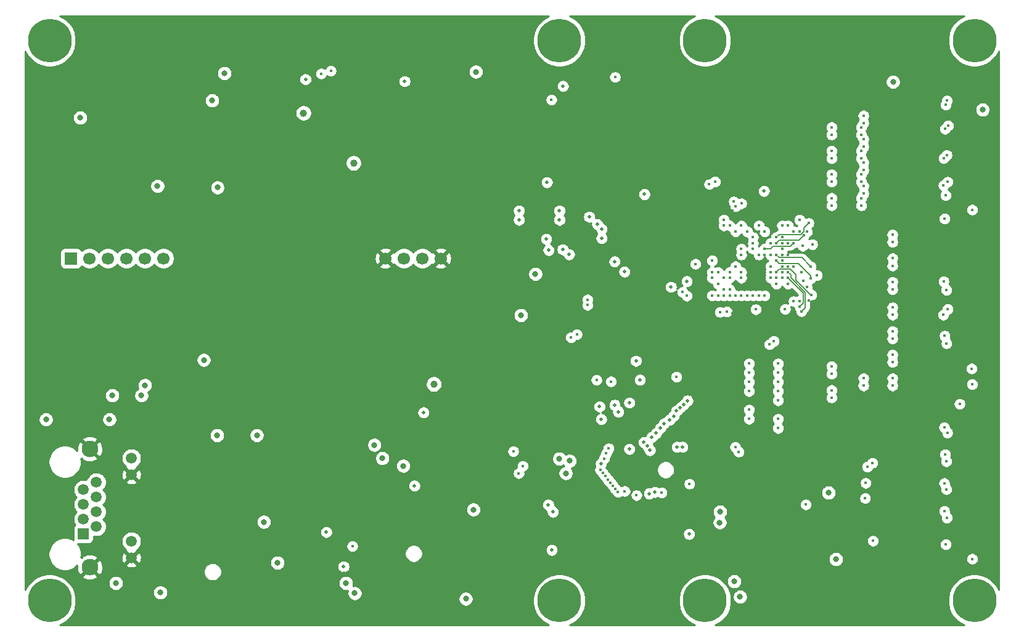
<source format=gbr>
%TF.GenerationSoftware,KiCad,Pcbnew,5.1.12-84ad8e8a86~92~ubuntu20.04.1*%
%TF.CreationDate,2022-02-12T16:21:49+08:00*%
%TF.ProjectId,TestAutomation,54657374-4175-4746-9f6d-6174696f6e2e,rev?*%
%TF.SameCoordinates,Original*%
%TF.FileFunction,Copper,L2,Inr*%
%TF.FilePolarity,Positive*%
%FSLAX46Y46*%
G04 Gerber Fmt 4.6, Leading zero omitted, Abs format (unit mm)*
G04 Created by KiCad (PCBNEW 5.1.12-84ad8e8a86~92~ubuntu20.04.1) date 2022-02-12 16:21:49*
%MOMM*%
%LPD*%
G01*
G04 APERTURE LIST*
%TA.AperFunction,ComponentPad*%
%ADD10C,6.000000*%
%TD*%
%TA.AperFunction,ComponentPad*%
%ADD11C,1.700000*%
%TD*%
%TA.AperFunction,ComponentPad*%
%ADD12R,1.700000X1.700000*%
%TD*%
%TA.AperFunction,ComponentPad*%
%ADD13C,1.500000*%
%TD*%
%TA.AperFunction,ComponentPad*%
%ADD14C,2.300000*%
%TD*%
%TA.AperFunction,ComponentPad*%
%ADD15R,1.500000X1.500000*%
%TD*%
%TA.AperFunction,ViaPad*%
%ADD16C,0.450000*%
%TD*%
%TA.AperFunction,ViaPad*%
%ADD17C,0.800000*%
%TD*%
%TA.AperFunction,ViaPad*%
%ADD18C,0.500000*%
%TD*%
%TA.AperFunction,ViaPad*%
%ADD19C,1.000000*%
%TD*%
%TA.AperFunction,Conductor*%
%ADD20C,0.127000*%
%TD*%
%TA.AperFunction,Conductor*%
%ADD21C,0.254000*%
%TD*%
%TA.AperFunction,Conductor*%
%ADD22C,0.100000*%
%TD*%
G04 APERTURE END LIST*
D10*
%TO.N,*%
%TO.C,M3*%
X210000000Y-134000000D03*
%TD*%
%TO.N,*%
%TO.C,M3*%
X83000000Y-134000000D03*
%TD*%
%TO.N,*%
%TO.C,M3*%
X83000000Y-57000000D03*
%TD*%
%TO.N,*%
%TO.C,M3*%
X210000000Y-57000000D03*
%TD*%
%TO.N,*%
%TO.C,M3*%
X173000000Y-134000000D03*
%TD*%
%TO.N,*%
%TO.C,M3*%
X173000000Y-57000000D03*
%TD*%
%TO.N,*%
%TO.C,M3*%
X153000000Y-134000000D03*
%TD*%
%TO.N,*%
%TO.C,M3*%
X153000000Y-57000000D03*
%TD*%
D11*
%TO.N,Net-(U12-Pad6)*%
%TO.C,U12*%
X98618000Y-86946000D03*
%TO.N,GND*%
X136718000Y-86946000D03*
%TO.N,Net-(U12-Pad9)*%
X134178000Y-86946000D03*
%TO.N,Net-(C57-Pad1)*%
X131638000Y-86946000D03*
%TO.N,GND*%
X129098000Y-86946000D03*
%TO.N,Net-(U12-Pad5)*%
X96078000Y-86946000D03*
%TO.N,Net-(U12-Pad4)*%
X93538000Y-86946000D03*
%TO.N,Net-(U10-Pad2)*%
X90998000Y-86946000D03*
%TO.N,Net-(C51-Pad1)*%
X88458000Y-86946000D03*
D12*
%TO.N,Net-(R98-Pad2)*%
X85918000Y-86946000D03*
%TD*%
D13*
%TO.N,Net-(J6-Pad12)*%
%TO.C,J6*%
X94230000Y-114421000D03*
%TO.N,GND*%
X94230000Y-116711000D03*
%TO.N,Net-(J6-Pad10)*%
X94230000Y-125851000D03*
%TO.N,GND*%
X94230000Y-128141000D03*
D14*
X88520000Y-129411000D03*
X88520000Y-113151000D03*
D13*
%TO.N,Net-(D19-Pad2)*%
X89410000Y-117729000D03*
%TO.N,Net-(J6-Pad6)*%
X89410000Y-119761000D03*
%TO.N,Net-(D17-Pad2)*%
X89410000Y-121793000D03*
%TO.N,Net-(J6-Pad2)*%
X89410000Y-123825000D03*
%TO.N,Net-(D19-Pad2)*%
X87630000Y-118745000D03*
%TO.N,Net-(D17-Pad2)*%
X87630000Y-120777000D03*
%TO.N,Net-(J6-Pad3)*%
X87630000Y-122809000D03*
D15*
%TO.N,Net-(J6-Pad1)*%
X87630000Y-124841000D03*
%TD*%
D16*
%TO.N,GND*%
X184392000Y-86449000D03*
D17*
X97300000Y-102700000D03*
D16*
X172640000Y-84850000D03*
X181192000Y-86449000D03*
D17*
X116400000Y-125400000D03*
X81700000Y-105300000D03*
X98900000Y-63200000D03*
D16*
X183050000Y-111576000D03*
X183410000Y-74440000D03*
D18*
X152555000Y-110265000D03*
X147450000Y-82820000D03*
X203670000Y-84640000D03*
X183300000Y-134425000D03*
X164770000Y-71720000D03*
X209677000Y-87757000D03*
X209703000Y-91567000D03*
X209703000Y-95377000D03*
X209613000Y-99187000D03*
X209652000Y-111760000D03*
X209633000Y-115567000D03*
X209683000Y-119377000D03*
X209675000Y-123125000D03*
X209640000Y-75160000D03*
X210123000Y-71377000D03*
X209883000Y-67567000D03*
D16*
X198910000Y-124340000D03*
X200210000Y-121670000D03*
X201870000Y-118110000D03*
X202180000Y-114740000D03*
X203300000Y-108780000D03*
X205000000Y-108720000D03*
X202540000Y-101840000D03*
X202010000Y-97110000D03*
X201640000Y-93870000D03*
X202210000Y-90550000D03*
X201840000Y-78000000D03*
X201580000Y-74460000D03*
X201170000Y-71240000D03*
X201000000Y-67610000D03*
X201650000Y-63400000D03*
X199800000Y-102310000D03*
X200180000Y-88920000D03*
X200520000Y-85710000D03*
X199780000Y-92220000D03*
X199060000Y-106380000D03*
X200060000Y-98610000D03*
X191540000Y-71050000D03*
X190370000Y-74310000D03*
X192670000Y-74230000D03*
X190360000Y-77620000D03*
X190260000Y-81730000D03*
X190170000Y-83320000D03*
X190170000Y-84990000D03*
X190360000Y-86510000D03*
X189870000Y-95660000D03*
X183050000Y-107766000D03*
X176790000Y-80420000D03*
X153740000Y-119490000D03*
X194645000Y-83435000D03*
X194670000Y-81820000D03*
X194595000Y-85065000D03*
X194585000Y-86625000D03*
X194590000Y-88180000D03*
X194530000Y-89950000D03*
X194570000Y-91410000D03*
X194580000Y-93300000D03*
X194500000Y-95020000D03*
X194660000Y-96630000D03*
X194610000Y-98250000D03*
X194580000Y-99850000D03*
X194580000Y-101450000D03*
X176790000Y-94550000D03*
X187300000Y-56810000D03*
D18*
X173430000Y-70360000D03*
X187342000Y-59612910D03*
D16*
X184000000Y-79720000D03*
X181770000Y-79840000D03*
X172320000Y-90000000D03*
X187240000Y-92750000D03*
X183180000Y-94520000D03*
X180392000Y-83249000D03*
X172500000Y-92900000D03*
X164920000Y-116800000D03*
D18*
X162120000Y-101560000D03*
X161330000Y-103590000D03*
X169390000Y-116340000D03*
X169046000Y-118444000D03*
X169720000Y-124540000D03*
X165300000Y-124890000D03*
D16*
X180640000Y-95480000D03*
D18*
X181192000Y-88849000D03*
D17*
X103171000Y-77199000D03*
X108971000Y-77199000D03*
X102000000Y-68100000D03*
X91800000Y-78400000D03*
X93784000Y-77216000D03*
X87700000Y-75300000D03*
X87200000Y-69500000D03*
X142700000Y-123300000D03*
D18*
X136600000Y-123900000D03*
X135557002Y-130957002D03*
X129222000Y-130978000D03*
X129121999Y-129478001D03*
X131400000Y-126100000D03*
X134500000Y-126100000D03*
X134500000Y-128800000D03*
X131400000Y-128800000D03*
X123420000Y-130280000D03*
X122700000Y-125900000D03*
X125600000Y-126700000D03*
D16*
X189520000Y-97310000D03*
X188780000Y-98670000D03*
D18*
X113530000Y-58992910D03*
X140101000Y-66219000D03*
X128110000Y-65950000D03*
X172760000Y-64310000D03*
X169140000Y-66990000D03*
X162850000Y-62430000D03*
X161720000Y-66990000D03*
X197380000Y-127950000D03*
X195980000Y-109400000D03*
X187280000Y-62420000D03*
X187250000Y-65130000D03*
X187200000Y-67470000D03*
X186760000Y-69540000D03*
X120355000Y-63892500D03*
X121255000Y-63892500D03*
X122155000Y-63892500D03*
X120355000Y-64792500D03*
X121255000Y-64792500D03*
X122155000Y-64792500D03*
X120355000Y-65692500D03*
X121255000Y-65692500D03*
X122155000Y-65692500D03*
X184530000Y-96760000D03*
X158250000Y-96790000D03*
X154770000Y-100600000D03*
X158000000Y-86750000D03*
X167380000Y-79390000D03*
X168080000Y-92630000D03*
X151310000Y-93750000D03*
X84230000Y-124580000D03*
X132560000Y-134790000D03*
X138550000Y-133010000D03*
X138450000Y-121010000D03*
X148880000Y-113360000D03*
X170490000Y-98990000D03*
X174990000Y-73200000D03*
X194320000Y-62110000D03*
X198960000Y-56420000D03*
X105910000Y-133790000D03*
D16*
X158100000Y-66540000D03*
X166300000Y-68910000D03*
X168630000Y-75510000D03*
D17*
X119790000Y-128730000D03*
X119710000Y-111340000D03*
X114260000Y-111300000D03*
X150270000Y-121500000D03*
D18*
X187330000Y-108820000D03*
X187330000Y-111130000D03*
D16*
X119414000Y-59036000D03*
D18*
X125295000Y-61255000D03*
D16*
X192600000Y-121310000D03*
X192610000Y-116310000D03*
D18*
X168060000Y-62330000D03*
X155260000Y-67060000D03*
D17*
X161820000Y-57440000D03*
X90000000Y-55000000D03*
X81000000Y-65000000D03*
X81000000Y-79000000D03*
X109000000Y-55000000D03*
X142000000Y-56000000D03*
D18*
X101400000Y-75670000D03*
D17*
X111740317Y-69889683D03*
D18*
X145425000Y-72315000D03*
X140520000Y-77460000D03*
X181740000Y-116550000D03*
D17*
X117050000Y-68600000D03*
X146950000Y-133990000D03*
X87710000Y-135270000D03*
X212270000Y-130160000D03*
X212020000Y-61530000D03*
D16*
X137420000Y-117400000D03*
D18*
X133830000Y-116770000D03*
X128090000Y-117270000D03*
D17*
X139930000Y-102130000D03*
D18*
X140060000Y-108310000D03*
X114320000Y-100060000D03*
D19*
X133093000Y-98227000D03*
D18*
X133560000Y-109660000D03*
D17*
X133580000Y-112380000D03*
X81700000Y-86880000D03*
X158690000Y-111900000D03*
X115030000Y-81400000D03*
X113990000Y-94350000D03*
D16*
X164300000Y-79310000D03*
X162510000Y-85940000D03*
X172990000Y-104070000D03*
D18*
X183300000Y-133155000D03*
X183300000Y-131885000D03*
X183300000Y-130615000D03*
X183300000Y-129345000D03*
X183300000Y-128075000D03*
X183300000Y-126805000D03*
X183300000Y-125535000D03*
X183300000Y-124265000D03*
X183300000Y-122995000D03*
X183300000Y-121725000D03*
X183410000Y-76600000D03*
D16*
X183410000Y-71900000D03*
X183410000Y-69360000D03*
X183410000Y-66820000D03*
X183410000Y-64280000D03*
X183410000Y-61740000D03*
X183410000Y-59200000D03*
X183410000Y-56660000D03*
%TO.N,/FPGA/GNDPLL0*%
X179592000Y-84049000D03*
X156850000Y-92620000D03*
%TO.N,/FPGA/VCCPLL0*%
X179592000Y-84849000D03*
X156860000Y-93380000D03*
%TO.N,/FPGA/GNDPLL1*%
X176392000Y-91249000D03*
X170500000Y-92100000D03*
%TO.N,/FPGA/VCCPLL1*%
X175592000Y-91249000D03*
X169900000Y-91600000D03*
D17*
%TO.N,+12V_OUT*%
X141530000Y-61300000D03*
X211120000Y-66500000D03*
D18*
%TO.N,/CurrentSenser/12V_CURRENT*%
X131760000Y-62600000D03*
D16*
X159450000Y-113770000D03*
D17*
%TO.N,+12V*%
X107000000Y-61500000D03*
D19*
X117865000Y-66965000D03*
X124745000Y-73845000D03*
X135760000Y-104250000D03*
D16*
%TO.N,+3V3*%
X175592000Y-81649000D03*
X179592000Y-85649000D03*
X173992000Y-87249000D03*
X174792000Y-88849000D03*
X173992000Y-92049000D03*
D17*
X91600000Y-105800000D03*
D16*
X175992000Y-94279000D03*
X179980000Y-93960000D03*
X183050000Y-101416000D03*
X174792000Y-90449000D03*
X184002000Y-93949000D03*
D18*
X164690000Y-78140000D03*
D16*
X177992000Y-82449000D03*
X180392000Y-82449000D03*
X183592000Y-82449000D03*
X170870000Y-117950000D03*
X161990000Y-118950000D03*
X163598000Y-119532000D03*
X169070000Y-103230000D03*
D18*
X163520000Y-101050000D03*
X170820000Y-124870000D03*
D17*
X82500000Y-109100000D03*
X95600000Y-105800000D03*
X127600000Y-112600000D03*
X149700000Y-89100000D03*
X140150000Y-133750000D03*
X141200000Y-121500000D03*
X147710000Y-94770000D03*
D18*
X164070000Y-103640000D03*
D17*
X189960000Y-119170000D03*
X190990000Y-128310000D03*
D18*
X161920000Y-88790000D03*
X164600000Y-112250000D03*
X181102000Y-77698000D03*
D16*
%TO.N,+2V5*%
X186020000Y-83250000D03*
X181992000Y-86449000D03*
X181992000Y-88849000D03*
X186990000Y-90900000D03*
X177192000Y-88049000D03*
D18*
X170500000Y-90100004D03*
D16*
%TO.N,+1V2*%
X177992000Y-88849000D03*
X181192000Y-85649000D03*
X181992000Y-89649000D03*
X185192000Y-84831640D03*
X177992000Y-86449000D03*
X175049998Y-94330002D03*
D18*
X168334446Y-90879995D03*
D17*
%TO.N,+5V*%
X106049000Y-77199000D03*
X198825000Y-62685000D03*
X105320000Y-65240000D03*
D18*
X153500000Y-63250000D03*
%TO.N,/Ethernet/+3V3A*%
X123380000Y-129320000D03*
X121000000Y-124600000D03*
X133110000Y-118200000D03*
D16*
X124580000Y-126540000D03*
%TO.N,+3V3MP*%
X209684620Y-80264000D03*
X209684620Y-128270000D03*
X209684620Y-104267000D03*
D17*
%TO.N,/Ethernet/POE_VC-*%
X91200000Y-109100000D03*
X104180000Y-100930000D03*
%TO.N,Net-(D17-Pad2)*%
X111448555Y-111268999D03*
%TO.N,Net-(D19-Pad2)*%
X106007000Y-111268999D03*
D18*
%TO.N,Net-(D21-Pad2)*%
X151490000Y-120830000D03*
X165350000Y-119290000D03*
D16*
%TO.N,/MCU/CPU_SWCLK*%
X158100000Y-103660000D03*
X154600000Y-97820000D03*
%TO.N,/MCU/CPU_SWDIO*%
X155390000Y-97409998D03*
X160098000Y-103882000D03*
%TO.N,/MCU/CPU_UART4_TX*%
X183050000Y-109036000D03*
D18*
X165120000Y-112760000D03*
D16*
%TO.N,/MCU/CPU_UART4_RX*%
X183050000Y-110306000D03*
D18*
X165450000Y-113350000D03*
D16*
%TO.N,/MCU/CPU_PWM_CH1*%
X183050000Y-102686000D03*
D18*
X168690000Y-108630000D03*
D16*
%TO.N,/MCU/CPU_PWM_CH2*%
X183050000Y-103956000D03*
D18*
X168170000Y-109130000D03*
D16*
%TO.N,/MCU/CPU_PWM_CH3*%
X183050000Y-105226000D03*
D18*
X167350000Y-109670000D03*
D16*
%TO.N,/MCU/CPU_PWM_CH4*%
X183050000Y-106496000D03*
D18*
X166890000Y-110270000D03*
%TO.N,/MCU/CPU_IIC2_SDA*%
X169160000Y-112890000D03*
D16*
X177620000Y-113550000D03*
D18*
%TO.N,/MCU/CPU_IIC2_SCL*%
X169909449Y-112870551D03*
D16*
X177150000Y-112880000D03*
%TO.N,/MCU/CPU_UART1_RX*%
X179050000Y-109036000D03*
D18*
X165700000Y-111520000D03*
D16*
%TO.N,/MCU/CPU_UART1_TX*%
X179050000Y-107766000D03*
D18*
X166300000Y-110990000D03*
D16*
%TO.N,/MCU/CPU_SPI2_MOSI*%
X179050000Y-105226000D03*
D18*
X169098000Y-107902000D03*
D16*
%TO.N,/MCU/CPU_SPI2_MISO*%
X179050000Y-103956000D03*
D18*
X169598000Y-107492000D03*
D16*
%TO.N,/MCU/CPU_SPI2_SCK*%
X179050000Y-102686000D03*
D18*
X170098000Y-107072000D03*
D16*
%TO.N,/MCU/CPU_SPI2_CS*%
X179050000Y-101416000D03*
D18*
X170600000Y-106510000D03*
D17*
%TO.N,/MCU/CPU_DAC1*%
X175070000Y-121790000D03*
X177810000Y-133490000D03*
%TO.N,/MCU/CPU_DAC0*%
X177020000Y-131360000D03*
X175020000Y-123280000D03*
D18*
%TO.N,/CurrentSenser/12V_SW*%
X118140000Y-62320000D03*
X158710000Y-115160000D03*
D17*
%TO.N,/MCU/CPU_RESET*%
X96100000Y-104400000D03*
D18*
X151959999Y-127060001D03*
D16*
%TO.N,/MCU/CPU_POE_SRC_STATUS*%
X167050000Y-119150000D03*
D18*
X134340000Y-108140000D03*
D16*
%TO.N,/EEM0_IIC_SCL*%
X177992000Y-89649000D03*
X205910000Y-81500000D03*
X195990000Y-115070000D03*
%TO.N,/EEM0_IIC_SDA*%
X176392000Y-88849000D03*
X206050000Y-78290000D03*
X195300000Y-115610000D03*
%TO.N,/EEM1_IIC_SCL*%
X176392000Y-89649000D03*
X195080000Y-117840000D03*
X207980000Y-106950000D03*
%TO.N,/EEM1_IIC_SDA*%
X175592000Y-89649000D03*
X209620000Y-102110000D03*
X195000000Y-119940000D03*
%TO.N,/EEM2_IIC_SCL*%
X173992000Y-89649000D03*
X181860000Y-98780000D03*
%TO.N,/EEM2_IIC_SDA*%
X173992000Y-88849000D03*
X206070000Y-126290000D03*
X196080000Y-125800000D03*
X182447410Y-98330000D03*
%TO.N,/EEM0_7_N*%
X194470000Y-78660000D03*
X205760000Y-76930000D03*
%TO.N,/EEM0_5_N*%
X205780000Y-73180000D03*
X194470000Y-75415288D03*
%TO.N,/EEM0_3_N*%
X205960000Y-69160000D03*
X194470000Y-72170578D03*
%TO.N,/EEM0_1_N*%
X194470000Y-68925868D03*
X206070000Y-65850000D03*
%TO.N,/EEM0_7_P*%
X206320000Y-76440000D03*
X194470000Y-79680000D03*
%TO.N,/EEM0_5_P*%
X206200000Y-72740000D03*
X194470000Y-76435288D03*
%TO.N,/EEM0_3_P*%
X194470000Y-73170578D03*
X206380000Y-68710000D03*
%TO.N,/EEM0_1_P*%
X194470000Y-69945868D03*
X206240000Y-65269989D03*
%TO.N,/EEM1_6_P*%
X205920000Y-97600000D03*
X198750000Y-91207643D03*
%TO.N,/EEM1_4_P*%
X206320000Y-93940000D03*
X198750000Y-86945288D03*
%TO.N,/EEM1_2_P*%
X205780000Y-90110000D03*
X198750000Y-84715288D03*
%TO.N,/EEM1_6_N*%
X206170000Y-98640000D03*
X198750000Y-90187643D03*
%TO.N,/EEM1_4_N*%
X205730000Y-94730000D03*
X198750000Y-87965288D03*
%TO.N,/EEM1_2_N*%
X198750000Y-83695288D03*
X206160000Y-91290000D03*
%TO.N,/EEM2_6_P*%
X205870000Y-121680000D03*
X198750000Y-104467643D03*
%TO.N,/EEM2_4_P*%
X205860000Y-117850000D03*
X198750000Y-101222933D03*
%TO.N,/EEM2_2_P*%
X205990000Y-113900000D03*
X198750000Y-97977643D03*
%TO.N,/EEM2_0_P*%
X205860000Y-110190000D03*
X198750000Y-94727643D03*
%TO.N,/EEM2_6_N*%
X206220000Y-122630000D03*
X198750000Y-103447643D03*
%TO.N,/EEM2_4_N*%
X206160000Y-118700000D03*
X198750000Y-100202933D03*
%TO.N,/EEM2_2_N*%
X206140000Y-114880000D03*
X198750000Y-96957643D03*
%TO.N,/EEM2_0_N*%
X206290000Y-110940000D03*
X198750000Y-93707643D03*
D18*
%TO.N,/CDONE*%
X151520000Y-85830000D03*
D16*
X178792000Y-83249000D03*
D18*
X161098000Y-108032000D03*
D16*
%TO.N,/CRESET*%
X177192000Y-83249000D03*
D18*
X153450000Y-85730000D03*
X160597999Y-107102001D03*
%TO.N,/SPI_CS*%
X158799000Y-84191000D03*
X147446999Y-80391000D03*
X158520000Y-107330000D03*
X158210000Y-82270000D03*
D16*
X176960000Y-79150000D03*
D18*
X160580000Y-87380000D03*
D16*
%TO.N,/FSMC_CLK*%
X181191999Y-92049000D03*
D18*
X162600000Y-113180000D03*
D16*
%TO.N,/FSMC_A7*%
X177192000Y-92049000D03*
X159660000Y-117353332D03*
%TO.N,/FSMC_NL*%
X174792000Y-92049000D03*
X158610000Y-116020000D03*
%TO.N,/FSMC_NBL0*%
X175592000Y-92049000D03*
X158960000Y-116480000D03*
%TO.N,/FSMC_A3*%
X177992000Y-92049000D03*
X160010000Y-117789998D03*
%TO.N,/FSMC_A4*%
X178792000Y-92049000D03*
X160360000Y-118226664D03*
%TO.N,/FSMC_A6*%
X180392000Y-92049000D03*
X161060000Y-119099996D03*
%TO.N,/FSMC_NBL1*%
X176392000Y-92049000D03*
X159310000Y-116916666D03*
%TO.N,/FSMC_A5*%
X179592000Y-92049000D03*
X160710000Y-118663330D03*
%TO.N,/CSBSEL0*%
X177992000Y-85649000D03*
D18*
X158755453Y-109055453D03*
X154340000Y-86420000D03*
%TO.N,/SPI_MOSI*%
X158799000Y-82921000D03*
X147446999Y-81661000D03*
D17*
X153884090Y-116500000D03*
D16*
X147420000Y-116500000D03*
X177200000Y-79770000D03*
D18*
%TO.N,/SPI_MISO*%
X153019000Y-80391000D03*
D17*
X154400000Y-114800000D03*
D16*
X147960000Y-115500000D03*
X176392000Y-82449000D03*
%TO.N,/CSBSEL1*%
X175592000Y-82449000D03*
D18*
X151200000Y-84280000D03*
X162598000Y-106802000D03*
%TO.N,/SPI_SCK*%
X153019000Y-81661000D03*
D17*
X153000000Y-114500000D03*
D18*
X157090000Y-81240000D03*
D16*
X146680000Y-113470000D03*
X178010000Y-79410000D03*
%TO.N,HSADC_IN*%
X186850000Y-120810000D03*
X160650000Y-62040000D03*
D17*
%TO.N,Net-(J6-Pad12)*%
X128700004Y-114421000D03*
%TO.N,Net-(J6-Pad10)*%
X131570000Y-115490000D03*
%TO.N,Net-(J6-Pad6)*%
X98200000Y-132900000D03*
%TO.N,Net-(J6-Pad3)*%
X92100000Y-131600000D03*
D18*
%TO.N,Net-(SW3-Pad2)*%
X166124517Y-119092232D03*
X152100000Y-121810000D03*
D16*
%TO.N,/FPGA/LVDS0_0_P*%
X194770000Y-68323513D03*
X185992000Y-81649000D03*
%TO.N,/FPGA/LVDS0_0_N*%
X194770000Y-67303513D03*
X184392000Y-82449000D03*
%TO.N,/FPGA/LVDS0_1_P*%
X190390000Y-68923513D03*
X181192000Y-83249000D03*
%TO.N,/FPGA/LVDS0_1_N*%
X190390000Y-69943513D03*
X185192000Y-83249000D03*
%TO.N,/FPGA/LVDS0_2_P*%
X194770000Y-70563513D03*
X183592000Y-88049000D03*
%TO.N,/FPGA/LVDS0_2_N*%
X194770000Y-71583513D03*
X185192000Y-88049000D03*
%TO.N,/FPGA/LVDS0_3_P*%
X190390000Y-72173513D03*
X181992000Y-84849000D03*
%TO.N,/FPGA/LVDS0_3_N*%
X190390000Y-73193513D03*
X184392000Y-84849000D03*
%TO.N,/FPGA/LVDS0_4_P*%
X194770000Y-73783513D03*
X184392000Y-88049000D03*
%TO.N,/FPGA/LVDS0_4_N*%
X194770000Y-74803513D03*
X186241720Y-88862590D03*
%TO.N,/FPGA/LVDS0_5_P*%
X190390000Y-75413513D03*
X183592000Y-84849000D03*
%TO.N,/FPGA/LVDS0_5_N*%
X190390000Y-76433513D03*
X186420000Y-85250000D03*
%TO.N,/FPGA/LVDS0_6_P*%
X194770000Y-77033513D03*
X183592000Y-88849000D03*
%TO.N,/FPGA/LVDS0_6_N*%
X194770000Y-78053513D03*
X184392000Y-90449000D03*
%TO.N,/FPGA/LVDS0_7_P*%
X190390000Y-78653513D03*
X183592000Y-86449000D03*
%TO.N,/FPGA/LVDS0_7_N*%
X190390000Y-79673513D03*
X183592000Y-87249000D03*
%TO.N,/FPGA/LVDS1_0_N*%
X182792000Y-84049000D03*
X187240000Y-82100000D03*
%TO.N,/FPGA/LVDS1_1_N*%
X183592000Y-84049000D03*
X187020000Y-83300000D03*
%TO.N,/FPGA/LVDS1_2_P*%
X182792000Y-84849000D03*
X186581870Y-83781870D03*
%TO.N,/FPGA/LVDS1_3_P*%
X183592000Y-85649000D03*
X187750000Y-85020000D03*
%TO.N,/FPGA/LVDS1_7_P*%
X182792000Y-86449000D03*
X187540000Y-88060000D03*
%TO.N,/FPGA/LVDS2_0_P*%
X181992000Y-88049000D03*
X188390000Y-89280000D03*
%TO.N,/FPGA/LVDS2_1_P*%
X182792000Y-87249000D03*
X187550000Y-89690000D03*
%TO.N,/FPGA/LVDS2_2_P*%
X183592000Y-89649000D03*
X186540460Y-90040460D03*
%TO.N,/FPGA/LVDS2_3_P*%
X182792000Y-88849000D03*
X187620000Y-91960000D03*
%TO.N,/FPGA/LVDS2_5_P*%
X182792000Y-89649000D03*
X190390000Y-101825288D03*
%TO.N,/FPGA/LVDS2_5_N*%
X190390000Y-102845288D03*
X185992000Y-92849000D03*
%TO.N,/FPGA/LVDS2_6_P*%
X184392000Y-88849000D03*
X194770000Y-103447643D03*
X186270000Y-94230000D03*
%TO.N,/FPGA/LVDS2_6_N*%
X194770000Y-104467643D03*
X184392000Y-89649000D03*
X186020000Y-93600000D03*
%TO.N,/FPGA/LVDS2_7_P*%
X182792000Y-90449000D03*
X190390000Y-105070000D03*
%TO.N,/FPGA/LVDS2_7_N*%
X190390000Y-106090000D03*
X185185641Y-92855359D03*
%TO.N,/FPGA/FPGA_LED*%
X174392000Y-76418000D03*
X151910000Y-65130000D03*
%TO.N,/FPGA/FPGA_KEY*%
X173592000Y-76772000D03*
D18*
X151290000Y-76510000D03*
D17*
%TO.N,+6V*%
X87200000Y-67600000D03*
X97800000Y-77000000D03*
D16*
%TO.N,/CurrentSenser/12V_OUT_FAULT*%
X120290000Y-61550000D03*
X159760000Y-113090000D03*
D17*
%TO.N,Net-(R113-Pad1)*%
X123700000Y-131600000D03*
X112400000Y-123200000D03*
%TO.N,Net-(R114-Pad2)*%
X124900000Y-133000000D03*
X114300000Y-128800000D03*
D16*
%TO.N,/CurrentSenser/12V_CURRENT_REF*%
X121612000Y-61170000D03*
X159143229Y-114476771D03*
%TO.N,/FPGA/FPGA_Clock*%
X180391999Y-86448999D03*
X171696410Y-87713590D03*
%TD*%
D20*
%TO.N,+3V3*%
X179991000Y-93949000D02*
X179980000Y-93960000D01*
%TO.N,+1V2*%
X181992000Y-85649000D02*
X182369401Y-85271599D01*
X182369401Y-85271599D02*
X184752041Y-85271599D01*
X184752041Y-85271599D02*
X185192000Y-84831640D01*
X181992000Y-85649000D02*
X181192000Y-85649000D01*
D21*
%TO.N,/SPI_SCK*%
X153000000Y-114500000D02*
X153000000Y-114500000D01*
D20*
%TO.N,/FPGA/LVDS1_0_N*%
X187240000Y-82100000D02*
X186570000Y-82770000D01*
X186570000Y-83258554D02*
X186168554Y-83660000D01*
X186570000Y-82770000D02*
X186570000Y-83258554D01*
X183181000Y-83660000D02*
X182792000Y-84049000D01*
X186168554Y-83660000D02*
X183181000Y-83660000D01*
%TO.N,/FPGA/LVDS1_2_P*%
X185913740Y-84450000D02*
X186581870Y-83781870D01*
X182792000Y-84849000D02*
X183191000Y-84450000D01*
X183191000Y-84450000D02*
X185913740Y-84450000D01*
%TO.N,/FPGA/LVDS1_3_P*%
X187750000Y-85020000D02*
X187750000Y-85020000D01*
%TO.N,/FPGA/LVDS1_7_P*%
X186330000Y-86850000D02*
X187540000Y-88060000D01*
X183193000Y-86850000D02*
X186330000Y-86850000D01*
X182792000Y-86449000D02*
X183193000Y-86850000D01*
X187540000Y-88060000D02*
X187540000Y-88060000D01*
%TO.N,/FPGA/LVDS2_1_P*%
X182792000Y-87249000D02*
X183193000Y-87650000D01*
X187550000Y-89371802D02*
X187550000Y-89690000D01*
X183193000Y-87650000D02*
X185828198Y-87650000D01*
X185828198Y-87650000D02*
X187550000Y-89371802D01*
%TO.N,/FPGA/LVDS2_3_P*%
X187490000Y-91960000D02*
X187620000Y-91960000D01*
X185510000Y-89980000D02*
X187490000Y-91960000D01*
X185510000Y-89230000D02*
X185510000Y-89980000D01*
X184730000Y-88450000D02*
X185510000Y-89230000D01*
X183191000Y-88450000D02*
X184730000Y-88450000D01*
X182792000Y-88849000D02*
X183191000Y-88450000D01*
%TO.N,/FPGA/LVDS2_6_P*%
X186780000Y-93720000D02*
X186270000Y-94230000D01*
X186780000Y-91640000D02*
X186780000Y-93720000D01*
X184769401Y-89629401D02*
X186780000Y-91640000D01*
X184769401Y-89226401D02*
X184769401Y-89629401D01*
X184392000Y-88849000D02*
X184769401Y-89226401D01*
X186270000Y-94230000D02*
X186270000Y-94230000D01*
%TO.N,/FPGA/LVDS2_6_N*%
X184392000Y-89649000D02*
X186510000Y-91767000D01*
X186510000Y-91767000D02*
X186510000Y-93110000D01*
X186510000Y-93110000D02*
X186020000Y-93600000D01*
%TD*%
D21*
%TO.N,GND*%
X151278182Y-53778705D02*
X150682823Y-54176511D01*
X150176511Y-54682823D01*
X149778705Y-55278182D01*
X149504691Y-55939710D01*
X149365000Y-56641984D01*
X149365000Y-57358016D01*
X149504691Y-58060290D01*
X149778705Y-58721818D01*
X150176511Y-59317177D01*
X150682823Y-59823489D01*
X151278182Y-60221295D01*
X151939710Y-60495309D01*
X152641984Y-60635000D01*
X153358016Y-60635000D01*
X154060290Y-60495309D01*
X154721818Y-60221295D01*
X155317177Y-59823489D01*
X155823489Y-59317177D01*
X156221295Y-58721818D01*
X156495309Y-58060290D01*
X156635000Y-57358016D01*
X156635000Y-56641984D01*
X156495309Y-55939710D01*
X156221295Y-55278182D01*
X155823489Y-54682823D01*
X155317177Y-54176511D01*
X154721818Y-53778705D01*
X154435239Y-53660000D01*
X171564761Y-53660000D01*
X171278182Y-53778705D01*
X170682823Y-54176511D01*
X170176511Y-54682823D01*
X169778705Y-55278182D01*
X169504691Y-55939710D01*
X169365000Y-56641984D01*
X169365000Y-57358016D01*
X169504691Y-58060290D01*
X169778705Y-58721818D01*
X170176511Y-59317177D01*
X170682823Y-59823489D01*
X171278182Y-60221295D01*
X171939710Y-60495309D01*
X172641984Y-60635000D01*
X173358016Y-60635000D01*
X174060290Y-60495309D01*
X174721818Y-60221295D01*
X175317177Y-59823489D01*
X175823489Y-59317177D01*
X176221295Y-58721818D01*
X176495309Y-58060290D01*
X176635000Y-57358016D01*
X176635000Y-56641984D01*
X176495309Y-55939710D01*
X176221295Y-55278182D01*
X175823489Y-54682823D01*
X175317177Y-54176511D01*
X174721818Y-53778705D01*
X174435239Y-53660000D01*
X208564761Y-53660000D01*
X208278182Y-53778705D01*
X207682823Y-54176511D01*
X207176511Y-54682823D01*
X206778705Y-55278182D01*
X206504691Y-55939710D01*
X206365000Y-56641984D01*
X206365000Y-57358016D01*
X206504691Y-58060290D01*
X206778705Y-58721818D01*
X207176511Y-59317177D01*
X207682823Y-59823489D01*
X208278182Y-60221295D01*
X208939710Y-60495309D01*
X209641984Y-60635000D01*
X210358016Y-60635000D01*
X211060290Y-60495309D01*
X211721818Y-60221295D01*
X212317177Y-59823489D01*
X212823489Y-59317177D01*
X213221295Y-58721818D01*
X213340000Y-58435239D01*
X213340001Y-132564763D01*
X213221295Y-132278182D01*
X212823489Y-131682823D01*
X212317177Y-131176511D01*
X211721818Y-130778705D01*
X211060290Y-130504691D01*
X210358016Y-130365000D01*
X209641984Y-130365000D01*
X208939710Y-130504691D01*
X208278182Y-130778705D01*
X207682823Y-131176511D01*
X207176511Y-131682823D01*
X206778705Y-132278182D01*
X206504691Y-132939710D01*
X206365000Y-133641984D01*
X206365000Y-134358016D01*
X206504691Y-135060290D01*
X206778705Y-135721818D01*
X207176511Y-136317177D01*
X207682823Y-136823489D01*
X208278182Y-137221295D01*
X208564761Y-137340000D01*
X174435239Y-137340000D01*
X174721818Y-137221295D01*
X175317177Y-136823489D01*
X175823489Y-136317177D01*
X176221295Y-135721818D01*
X176495309Y-135060290D01*
X176635000Y-134358016D01*
X176635000Y-133641984D01*
X176584492Y-133388061D01*
X176775000Y-133388061D01*
X176775000Y-133591939D01*
X176814774Y-133791898D01*
X176892795Y-133980256D01*
X177006063Y-134149774D01*
X177150226Y-134293937D01*
X177319744Y-134407205D01*
X177508102Y-134485226D01*
X177708061Y-134525000D01*
X177911939Y-134525000D01*
X178111898Y-134485226D01*
X178300256Y-134407205D01*
X178469774Y-134293937D01*
X178613937Y-134149774D01*
X178727205Y-133980256D01*
X178805226Y-133791898D01*
X178845000Y-133591939D01*
X178845000Y-133388061D01*
X178805226Y-133188102D01*
X178727205Y-132999744D01*
X178613937Y-132830226D01*
X178469774Y-132686063D01*
X178300256Y-132572795D01*
X178111898Y-132494774D01*
X177911939Y-132455000D01*
X177708061Y-132455000D01*
X177508102Y-132494774D01*
X177319744Y-132572795D01*
X177150226Y-132686063D01*
X177006063Y-132830226D01*
X176892795Y-132999744D01*
X176814774Y-133188102D01*
X176775000Y-133388061D01*
X176584492Y-133388061D01*
X176495309Y-132939710D01*
X176221295Y-132278182D01*
X175823489Y-131682823D01*
X175398727Y-131258061D01*
X175985000Y-131258061D01*
X175985000Y-131461939D01*
X176024774Y-131661898D01*
X176102795Y-131850256D01*
X176216063Y-132019774D01*
X176360226Y-132163937D01*
X176529744Y-132277205D01*
X176718102Y-132355226D01*
X176918061Y-132395000D01*
X177121939Y-132395000D01*
X177321898Y-132355226D01*
X177510256Y-132277205D01*
X177679774Y-132163937D01*
X177823937Y-132019774D01*
X177937205Y-131850256D01*
X178015226Y-131661898D01*
X178055000Y-131461939D01*
X178055000Y-131258061D01*
X178015226Y-131058102D01*
X177937205Y-130869744D01*
X177823937Y-130700226D01*
X177679774Y-130556063D01*
X177510256Y-130442795D01*
X177321898Y-130364774D01*
X177121939Y-130325000D01*
X176918061Y-130325000D01*
X176718102Y-130364774D01*
X176529744Y-130442795D01*
X176360226Y-130556063D01*
X176216063Y-130700226D01*
X176102795Y-130869744D01*
X176024774Y-131058102D01*
X175985000Y-131258061D01*
X175398727Y-131258061D01*
X175317177Y-131176511D01*
X174721818Y-130778705D01*
X174060290Y-130504691D01*
X173358016Y-130365000D01*
X172641984Y-130365000D01*
X171939710Y-130504691D01*
X171278182Y-130778705D01*
X170682823Y-131176511D01*
X170176511Y-131682823D01*
X169778705Y-132278182D01*
X169504691Y-132939710D01*
X169365000Y-133641984D01*
X169365000Y-134358016D01*
X169504691Y-135060290D01*
X169778705Y-135721818D01*
X170176511Y-136317177D01*
X170682823Y-136823489D01*
X171278182Y-137221295D01*
X171564761Y-137340000D01*
X154435239Y-137340000D01*
X154721818Y-137221295D01*
X155317177Y-136823489D01*
X155823489Y-136317177D01*
X156221295Y-135721818D01*
X156495309Y-135060290D01*
X156635000Y-134358016D01*
X156635000Y-133641984D01*
X156495309Y-132939710D01*
X156221295Y-132278182D01*
X155823489Y-131682823D01*
X155317177Y-131176511D01*
X154721818Y-130778705D01*
X154060290Y-130504691D01*
X153358016Y-130365000D01*
X152641984Y-130365000D01*
X151939710Y-130504691D01*
X151278182Y-130778705D01*
X150682823Y-131176511D01*
X150176511Y-131682823D01*
X149778705Y-132278182D01*
X149504691Y-132939710D01*
X149365000Y-133641984D01*
X149365000Y-134358016D01*
X149504691Y-135060290D01*
X149778705Y-135721818D01*
X150176511Y-136317177D01*
X150682823Y-136823489D01*
X151278182Y-137221295D01*
X151564761Y-137340000D01*
X84435239Y-137340000D01*
X84721818Y-137221295D01*
X85317177Y-136823489D01*
X85823489Y-136317177D01*
X86221295Y-135721818D01*
X86495309Y-135060290D01*
X86635000Y-134358016D01*
X86635000Y-133641984D01*
X86495309Y-132939710D01*
X86436637Y-132798061D01*
X97165000Y-132798061D01*
X97165000Y-133001939D01*
X97204774Y-133201898D01*
X97282795Y-133390256D01*
X97396063Y-133559774D01*
X97540226Y-133703937D01*
X97709744Y-133817205D01*
X97898102Y-133895226D01*
X98098061Y-133935000D01*
X98301939Y-133935000D01*
X98501898Y-133895226D01*
X98690256Y-133817205D01*
X98859774Y-133703937D01*
X99003937Y-133559774D01*
X99117205Y-133390256D01*
X99195226Y-133201898D01*
X99235000Y-133001939D01*
X99235000Y-132798061D01*
X99195226Y-132598102D01*
X99117205Y-132409744D01*
X99003937Y-132240226D01*
X98859774Y-132096063D01*
X98690256Y-131982795D01*
X98501898Y-131904774D01*
X98301939Y-131865000D01*
X98098061Y-131865000D01*
X97898102Y-131904774D01*
X97709744Y-131982795D01*
X97540226Y-132096063D01*
X97396063Y-132240226D01*
X97282795Y-132409744D01*
X97204774Y-132598102D01*
X97165000Y-132798061D01*
X86436637Y-132798061D01*
X86221295Y-132278182D01*
X85823489Y-131682823D01*
X85638727Y-131498061D01*
X91065000Y-131498061D01*
X91065000Y-131701939D01*
X91104774Y-131901898D01*
X91182795Y-132090256D01*
X91296063Y-132259774D01*
X91440226Y-132403937D01*
X91609744Y-132517205D01*
X91798102Y-132595226D01*
X91998061Y-132635000D01*
X92201939Y-132635000D01*
X92401898Y-132595226D01*
X92590256Y-132517205D01*
X92759774Y-132403937D01*
X92903937Y-132259774D01*
X93017205Y-132090256D01*
X93095226Y-131901898D01*
X93135000Y-131701939D01*
X93135000Y-131498061D01*
X122665000Y-131498061D01*
X122665000Y-131701939D01*
X122704774Y-131901898D01*
X122782795Y-132090256D01*
X122896063Y-132259774D01*
X123040226Y-132403937D01*
X123209744Y-132517205D01*
X123398102Y-132595226D01*
X123598061Y-132635000D01*
X123801939Y-132635000D01*
X123942492Y-132607042D01*
X123904774Y-132698102D01*
X123865000Y-132898061D01*
X123865000Y-133101939D01*
X123904774Y-133301898D01*
X123982795Y-133490256D01*
X124096063Y-133659774D01*
X124240226Y-133803937D01*
X124409744Y-133917205D01*
X124598102Y-133995226D01*
X124798061Y-134035000D01*
X125001939Y-134035000D01*
X125201898Y-133995226D01*
X125390256Y-133917205D01*
X125559774Y-133803937D01*
X125703937Y-133659774D01*
X125711763Y-133648061D01*
X139115000Y-133648061D01*
X139115000Y-133851939D01*
X139154774Y-134051898D01*
X139232795Y-134240256D01*
X139346063Y-134409774D01*
X139490226Y-134553937D01*
X139659744Y-134667205D01*
X139848102Y-134745226D01*
X140048061Y-134785000D01*
X140251939Y-134785000D01*
X140451898Y-134745226D01*
X140640256Y-134667205D01*
X140809774Y-134553937D01*
X140953937Y-134409774D01*
X141067205Y-134240256D01*
X141145226Y-134051898D01*
X141185000Y-133851939D01*
X141185000Y-133648061D01*
X141145226Y-133448102D01*
X141067205Y-133259744D01*
X140953937Y-133090226D01*
X140809774Y-132946063D01*
X140640256Y-132832795D01*
X140451898Y-132754774D01*
X140251939Y-132715000D01*
X140048061Y-132715000D01*
X139848102Y-132754774D01*
X139659744Y-132832795D01*
X139490226Y-132946063D01*
X139346063Y-133090226D01*
X139232795Y-133259744D01*
X139154774Y-133448102D01*
X139115000Y-133648061D01*
X125711763Y-133648061D01*
X125817205Y-133490256D01*
X125895226Y-133301898D01*
X125935000Y-133101939D01*
X125935000Y-132898061D01*
X125895226Y-132698102D01*
X125817205Y-132509744D01*
X125703937Y-132340226D01*
X125559774Y-132196063D01*
X125390256Y-132082795D01*
X125201898Y-132004774D01*
X125001939Y-131965000D01*
X124798061Y-131965000D01*
X124657508Y-131992958D01*
X124695226Y-131901898D01*
X124735000Y-131701939D01*
X124735000Y-131498061D01*
X124695226Y-131298102D01*
X124617205Y-131109744D01*
X124503937Y-130940226D01*
X124359774Y-130796063D01*
X124190256Y-130682795D01*
X124001898Y-130604774D01*
X123801939Y-130565000D01*
X123598061Y-130565000D01*
X123398102Y-130604774D01*
X123209744Y-130682795D01*
X123040226Y-130796063D01*
X122896063Y-130940226D01*
X122782795Y-131109744D01*
X122704774Y-131298102D01*
X122665000Y-131498061D01*
X93135000Y-131498061D01*
X93095226Y-131298102D01*
X93017205Y-131109744D01*
X92903937Y-130940226D01*
X92759774Y-130796063D01*
X92590256Y-130682795D01*
X92401898Y-130604774D01*
X92201939Y-130565000D01*
X91998061Y-130565000D01*
X91798102Y-130604774D01*
X91609744Y-130682795D01*
X91440226Y-130796063D01*
X91296063Y-130940226D01*
X91182795Y-131109744D01*
X91104774Y-131298102D01*
X91065000Y-131498061D01*
X85638727Y-131498061D01*
X85317177Y-131176511D01*
X84721818Y-130778705D01*
X84419182Y-130653349D01*
X87457256Y-130653349D01*
X87571118Y-130933090D01*
X87886296Y-131088961D01*
X88225826Y-131180349D01*
X88576661Y-131203741D01*
X88925319Y-131158240D01*
X89258400Y-131045594D01*
X89468882Y-130933090D01*
X89582744Y-130653349D01*
X88520000Y-129590605D01*
X87457256Y-130653349D01*
X84419182Y-130653349D01*
X84060290Y-130504691D01*
X83358016Y-130365000D01*
X82641984Y-130365000D01*
X81939710Y-130504691D01*
X81278182Y-130778705D01*
X80682823Y-131176511D01*
X80176511Y-131682823D01*
X79778705Y-132278182D01*
X79660000Y-132564761D01*
X79660000Y-127408409D01*
X82830000Y-127408409D01*
X82830000Y-127853591D01*
X82916851Y-128290218D01*
X83087214Y-128701511D01*
X83334544Y-129071666D01*
X83649334Y-129386456D01*
X84019489Y-129633786D01*
X84430782Y-129804149D01*
X84867409Y-129891000D01*
X85312591Y-129891000D01*
X85749218Y-129804149D01*
X86160511Y-129633786D01*
X86530666Y-129386456D01*
X86747104Y-129170018D01*
X86727259Y-129467661D01*
X86772760Y-129816319D01*
X86885406Y-130149400D01*
X86997910Y-130359882D01*
X87277651Y-130473744D01*
X88340395Y-129411000D01*
X88699605Y-129411000D01*
X89762349Y-130473744D01*
X90042090Y-130359882D01*
X90197961Y-130044704D01*
X90229671Y-129926890D01*
X104134048Y-129926890D01*
X104134048Y-130173110D01*
X104182083Y-130414598D01*
X104276307Y-130642074D01*
X104413099Y-130846798D01*
X104587202Y-131020901D01*
X104791926Y-131157693D01*
X105019402Y-131251917D01*
X105260890Y-131299952D01*
X105507110Y-131299952D01*
X105748598Y-131251917D01*
X105976074Y-131157693D01*
X106180798Y-131020901D01*
X106354901Y-130846798D01*
X106491693Y-130642074D01*
X106585917Y-130414598D01*
X106633952Y-130173110D01*
X106633952Y-129926890D01*
X106585917Y-129685402D01*
X106491693Y-129457926D01*
X106354901Y-129253202D01*
X106180798Y-129079099D01*
X105976074Y-128942307D01*
X105748598Y-128848083D01*
X105507110Y-128800048D01*
X105260890Y-128800048D01*
X105019402Y-128848083D01*
X104791926Y-128942307D01*
X104587202Y-129079099D01*
X104413099Y-129253202D01*
X104276307Y-129457926D01*
X104182083Y-129685402D01*
X104134048Y-129926890D01*
X90229671Y-129926890D01*
X90289349Y-129705174D01*
X90312741Y-129354339D01*
X90279288Y-129097993D01*
X93452612Y-129097993D01*
X93518137Y-129336860D01*
X93765116Y-129452760D01*
X94029960Y-129518250D01*
X94302492Y-129530812D01*
X94572238Y-129489965D01*
X94828832Y-129397277D01*
X94941863Y-129336860D01*
X95007388Y-129097993D01*
X94230000Y-128320605D01*
X93452612Y-129097993D01*
X90279288Y-129097993D01*
X90267240Y-129005681D01*
X90154594Y-128672600D01*
X90042090Y-128462118D01*
X89762349Y-128348256D01*
X88699605Y-129411000D01*
X88340395Y-129411000D01*
X88326253Y-129396858D01*
X88505858Y-129217253D01*
X88520000Y-129231395D01*
X89537903Y-128213492D01*
X92840188Y-128213492D01*
X92881035Y-128483238D01*
X92973723Y-128739832D01*
X93034140Y-128852863D01*
X93273007Y-128918388D01*
X94050395Y-128141000D01*
X94409605Y-128141000D01*
X95186993Y-128918388D01*
X95425860Y-128852863D01*
X95498504Y-128698061D01*
X113265000Y-128698061D01*
X113265000Y-128901939D01*
X113304774Y-129101898D01*
X113382795Y-129290256D01*
X113496063Y-129459774D01*
X113640226Y-129603937D01*
X113809744Y-129717205D01*
X113998102Y-129795226D01*
X114198061Y-129835000D01*
X114401939Y-129835000D01*
X114601898Y-129795226D01*
X114790256Y-129717205D01*
X114959774Y-129603937D01*
X115103937Y-129459774D01*
X115217205Y-129290256D01*
X115240989Y-129232835D01*
X122495000Y-129232835D01*
X122495000Y-129407165D01*
X122529010Y-129578145D01*
X122595723Y-129739205D01*
X122692576Y-129884155D01*
X122815845Y-130007424D01*
X122960795Y-130104277D01*
X123121855Y-130170990D01*
X123292835Y-130205000D01*
X123467165Y-130205000D01*
X123638145Y-130170990D01*
X123799205Y-130104277D01*
X123944155Y-130007424D01*
X124067424Y-129884155D01*
X124164277Y-129739205D01*
X124230990Y-129578145D01*
X124265000Y-129407165D01*
X124265000Y-129232835D01*
X124230990Y-129061855D01*
X124164277Y-128900795D01*
X124067424Y-128755845D01*
X123944155Y-128632576D01*
X123799205Y-128535723D01*
X123638145Y-128469010D01*
X123467165Y-128435000D01*
X123292835Y-128435000D01*
X123121855Y-128469010D01*
X122960795Y-128535723D01*
X122815845Y-128632576D01*
X122692576Y-128755845D01*
X122595723Y-128900795D01*
X122529010Y-129061855D01*
X122495000Y-129232835D01*
X115240989Y-129232835D01*
X115295226Y-129101898D01*
X115335000Y-128901939D01*
X115335000Y-128698061D01*
X115295226Y-128498102D01*
X115217205Y-128309744D01*
X115103937Y-128140226D01*
X114959774Y-127996063D01*
X114790256Y-127882795D01*
X114601898Y-127804774D01*
X114401939Y-127765000D01*
X114198061Y-127765000D01*
X113998102Y-127804774D01*
X113809744Y-127882795D01*
X113640226Y-127996063D01*
X113496063Y-128140226D01*
X113382795Y-128309744D01*
X113304774Y-128498102D01*
X113265000Y-128698061D01*
X95498504Y-128698061D01*
X95541760Y-128605884D01*
X95607250Y-128341040D01*
X95619812Y-128068508D01*
X95578965Y-127798762D01*
X95486277Y-127542168D01*
X95425860Y-127429137D01*
X95381215Y-127416890D01*
X131744048Y-127416890D01*
X131744048Y-127663110D01*
X131792083Y-127904598D01*
X131886307Y-128132074D01*
X132023099Y-128336798D01*
X132197202Y-128510901D01*
X132401926Y-128647693D01*
X132629402Y-128741917D01*
X132870890Y-128789952D01*
X133117110Y-128789952D01*
X133358598Y-128741917D01*
X133586074Y-128647693D01*
X133790798Y-128510901D01*
X133964901Y-128336798D01*
X134050920Y-128208061D01*
X189955000Y-128208061D01*
X189955000Y-128411939D01*
X189994774Y-128611898D01*
X190072795Y-128800256D01*
X190186063Y-128969774D01*
X190330226Y-129113937D01*
X190499744Y-129227205D01*
X190688102Y-129305226D01*
X190888061Y-129345000D01*
X191091939Y-129345000D01*
X191291898Y-129305226D01*
X191480256Y-129227205D01*
X191649774Y-129113937D01*
X191793937Y-128969774D01*
X191907205Y-128800256D01*
X191985226Y-128611898D01*
X192025000Y-128411939D01*
X192025000Y-128208061D01*
X192020472Y-128185297D01*
X208824620Y-128185297D01*
X208824620Y-128354703D01*
X208857669Y-128520853D01*
X208922498Y-128677363D01*
X209016615Y-128818218D01*
X209136402Y-128938005D01*
X209277257Y-129032122D01*
X209433767Y-129096951D01*
X209599917Y-129130000D01*
X209769323Y-129130000D01*
X209935473Y-129096951D01*
X210091983Y-129032122D01*
X210232838Y-128938005D01*
X210352625Y-128818218D01*
X210446742Y-128677363D01*
X210511571Y-128520853D01*
X210544620Y-128354703D01*
X210544620Y-128185297D01*
X210511571Y-128019147D01*
X210446742Y-127862637D01*
X210352625Y-127721782D01*
X210232838Y-127601995D01*
X210091983Y-127507878D01*
X209935473Y-127443049D01*
X209769323Y-127410000D01*
X209599917Y-127410000D01*
X209433767Y-127443049D01*
X209277257Y-127507878D01*
X209136402Y-127601995D01*
X209016615Y-127721782D01*
X208922498Y-127862637D01*
X208857669Y-128019147D01*
X208824620Y-128185297D01*
X192020472Y-128185297D01*
X191985226Y-128008102D01*
X191907205Y-127819744D01*
X191793937Y-127650226D01*
X191649774Y-127506063D01*
X191480256Y-127392795D01*
X191291898Y-127314774D01*
X191091939Y-127275000D01*
X190888061Y-127275000D01*
X190688102Y-127314774D01*
X190499744Y-127392795D01*
X190330226Y-127506063D01*
X190186063Y-127650226D01*
X190072795Y-127819744D01*
X189994774Y-128008102D01*
X189955000Y-128208061D01*
X134050920Y-128208061D01*
X134101693Y-128132074D01*
X134195917Y-127904598D01*
X134243952Y-127663110D01*
X134243952Y-127416890D01*
X134195917Y-127175402D01*
X134112012Y-126972836D01*
X151074999Y-126972836D01*
X151074999Y-127147166D01*
X151109009Y-127318146D01*
X151175722Y-127479206D01*
X151272575Y-127624156D01*
X151395844Y-127747425D01*
X151540794Y-127844278D01*
X151701854Y-127910991D01*
X151872834Y-127945001D01*
X152047164Y-127945001D01*
X152218144Y-127910991D01*
X152379204Y-127844278D01*
X152524154Y-127747425D01*
X152647423Y-127624156D01*
X152744276Y-127479206D01*
X152810989Y-127318146D01*
X152844999Y-127147166D01*
X152844999Y-126972836D01*
X152810989Y-126801856D01*
X152744276Y-126640796D01*
X152647423Y-126495846D01*
X152524154Y-126372577D01*
X152379204Y-126275724D01*
X152218144Y-126209011D01*
X152047164Y-126175001D01*
X151872834Y-126175001D01*
X151701854Y-126209011D01*
X151540794Y-126275724D01*
X151395844Y-126372577D01*
X151272575Y-126495846D01*
X151175722Y-126640796D01*
X151109009Y-126801856D01*
X151074999Y-126972836D01*
X134112012Y-126972836D01*
X134101693Y-126947926D01*
X133964901Y-126743202D01*
X133790798Y-126569099D01*
X133586074Y-126432307D01*
X133358598Y-126338083D01*
X133117110Y-126290048D01*
X132870890Y-126290048D01*
X132629402Y-126338083D01*
X132401926Y-126432307D01*
X132197202Y-126569099D01*
X132023099Y-126743202D01*
X131886307Y-126947926D01*
X131792083Y-127175402D01*
X131744048Y-127416890D01*
X95381215Y-127416890D01*
X95186993Y-127363612D01*
X94409605Y-128141000D01*
X94050395Y-128141000D01*
X93273007Y-127363612D01*
X93034140Y-127429137D01*
X92918240Y-127676116D01*
X92852750Y-127940960D01*
X92840188Y-128213492D01*
X89537903Y-128213492D01*
X89582744Y-128168651D01*
X89468882Y-127888910D01*
X89153704Y-127733039D01*
X88814174Y-127641651D01*
X88463339Y-127618259D01*
X88114681Y-127663760D01*
X87781600Y-127776406D01*
X87571118Y-127888910D01*
X87457257Y-128168649D01*
X87341946Y-128053338D01*
X87302402Y-128092882D01*
X87350000Y-127853591D01*
X87350000Y-127408409D01*
X87263149Y-126971782D01*
X87092786Y-126560489D01*
X86870730Y-126228159D01*
X86880000Y-126229072D01*
X88380000Y-126229072D01*
X88504482Y-126216812D01*
X88624180Y-126180502D01*
X88734494Y-126121537D01*
X88831185Y-126042185D01*
X88910537Y-125945494D01*
X88969502Y-125835180D01*
X89005812Y-125715482D01*
X89005899Y-125714589D01*
X92845000Y-125714589D01*
X92845000Y-125987411D01*
X92898225Y-126254989D01*
X93002629Y-126507043D01*
X93154201Y-126733886D01*
X93347114Y-126926799D01*
X93495897Y-127026213D01*
X93452612Y-127184007D01*
X94230000Y-127961395D01*
X95007388Y-127184007D01*
X94964103Y-127026213D01*
X95112886Y-126926799D01*
X95305799Y-126733886D01*
X95457371Y-126507043D01*
X95478804Y-126455297D01*
X123720000Y-126455297D01*
X123720000Y-126624703D01*
X123753049Y-126790853D01*
X123817878Y-126947363D01*
X123911995Y-127088218D01*
X124031782Y-127208005D01*
X124172637Y-127302122D01*
X124329147Y-127366951D01*
X124495297Y-127400000D01*
X124664703Y-127400000D01*
X124830853Y-127366951D01*
X124987363Y-127302122D01*
X125128218Y-127208005D01*
X125248005Y-127088218D01*
X125342122Y-126947363D01*
X125406951Y-126790853D01*
X125440000Y-126624703D01*
X125440000Y-126455297D01*
X125406951Y-126289147D01*
X125342122Y-126132637D01*
X125248005Y-125991782D01*
X125128218Y-125871995D01*
X124987363Y-125777878D01*
X124830853Y-125713049D01*
X124664703Y-125680000D01*
X124495297Y-125680000D01*
X124329147Y-125713049D01*
X124172637Y-125777878D01*
X124031782Y-125871995D01*
X123911995Y-125991782D01*
X123817878Y-126132637D01*
X123753049Y-126289147D01*
X123720000Y-126455297D01*
X95478804Y-126455297D01*
X95561775Y-126254989D01*
X95615000Y-125987411D01*
X95615000Y-125714589D01*
X95561775Y-125447011D01*
X95457371Y-125194957D01*
X95305799Y-124968114D01*
X95112886Y-124775201D01*
X94886043Y-124623629D01*
X94633989Y-124519225D01*
X94601865Y-124512835D01*
X120115000Y-124512835D01*
X120115000Y-124687165D01*
X120149010Y-124858145D01*
X120215723Y-125019205D01*
X120312576Y-125164155D01*
X120435845Y-125287424D01*
X120580795Y-125384277D01*
X120741855Y-125450990D01*
X120912835Y-125485000D01*
X121087165Y-125485000D01*
X121258145Y-125450990D01*
X121419205Y-125384277D01*
X121564155Y-125287424D01*
X121687424Y-125164155D01*
X121784277Y-125019205D01*
X121850990Y-124858145D01*
X121865970Y-124782835D01*
X169935000Y-124782835D01*
X169935000Y-124957165D01*
X169969010Y-125128145D01*
X170035723Y-125289205D01*
X170132576Y-125434155D01*
X170255845Y-125557424D01*
X170400795Y-125654277D01*
X170561855Y-125720990D01*
X170732835Y-125755000D01*
X170907165Y-125755000D01*
X171078145Y-125720990D01*
X171091889Y-125715297D01*
X195220000Y-125715297D01*
X195220000Y-125884703D01*
X195253049Y-126050853D01*
X195317878Y-126207363D01*
X195411995Y-126348218D01*
X195531782Y-126468005D01*
X195672637Y-126562122D01*
X195829147Y-126626951D01*
X195995297Y-126660000D01*
X196164703Y-126660000D01*
X196330853Y-126626951D01*
X196487363Y-126562122D01*
X196628218Y-126468005D01*
X196748005Y-126348218D01*
X196842122Y-126207363D01*
X196842977Y-126205297D01*
X205210000Y-126205297D01*
X205210000Y-126374703D01*
X205243049Y-126540853D01*
X205307878Y-126697363D01*
X205401995Y-126838218D01*
X205521782Y-126958005D01*
X205662637Y-127052122D01*
X205819147Y-127116951D01*
X205985297Y-127150000D01*
X206154703Y-127150000D01*
X206320853Y-127116951D01*
X206477363Y-127052122D01*
X206618218Y-126958005D01*
X206738005Y-126838218D01*
X206832122Y-126697363D01*
X206896951Y-126540853D01*
X206930000Y-126374703D01*
X206930000Y-126205297D01*
X206896951Y-126039147D01*
X206832122Y-125882637D01*
X206738005Y-125741782D01*
X206618218Y-125621995D01*
X206477363Y-125527878D01*
X206320853Y-125463049D01*
X206154703Y-125430000D01*
X205985297Y-125430000D01*
X205819147Y-125463049D01*
X205662637Y-125527878D01*
X205521782Y-125621995D01*
X205401995Y-125741782D01*
X205307878Y-125882637D01*
X205243049Y-126039147D01*
X205210000Y-126205297D01*
X196842977Y-126205297D01*
X196906951Y-126050853D01*
X196940000Y-125884703D01*
X196940000Y-125715297D01*
X196906951Y-125549147D01*
X196842122Y-125392637D01*
X196748005Y-125251782D01*
X196628218Y-125131995D01*
X196487363Y-125037878D01*
X196330853Y-124973049D01*
X196164703Y-124940000D01*
X195995297Y-124940000D01*
X195829147Y-124973049D01*
X195672637Y-125037878D01*
X195531782Y-125131995D01*
X195411995Y-125251782D01*
X195317878Y-125392637D01*
X195253049Y-125549147D01*
X195220000Y-125715297D01*
X171091889Y-125715297D01*
X171239205Y-125654277D01*
X171384155Y-125557424D01*
X171507424Y-125434155D01*
X171604277Y-125289205D01*
X171670990Y-125128145D01*
X171705000Y-124957165D01*
X171705000Y-124782835D01*
X171670990Y-124611855D01*
X171604277Y-124450795D01*
X171507424Y-124305845D01*
X171384155Y-124182576D01*
X171239205Y-124085723D01*
X171078145Y-124019010D01*
X170907165Y-123985000D01*
X170732835Y-123985000D01*
X170561855Y-124019010D01*
X170400795Y-124085723D01*
X170255845Y-124182576D01*
X170132576Y-124305845D01*
X170035723Y-124450795D01*
X169969010Y-124611855D01*
X169935000Y-124782835D01*
X121865970Y-124782835D01*
X121885000Y-124687165D01*
X121885000Y-124512835D01*
X121850990Y-124341855D01*
X121784277Y-124180795D01*
X121687424Y-124035845D01*
X121564155Y-123912576D01*
X121419205Y-123815723D01*
X121258145Y-123749010D01*
X121087165Y-123715000D01*
X120912835Y-123715000D01*
X120741855Y-123749010D01*
X120580795Y-123815723D01*
X120435845Y-123912576D01*
X120312576Y-124035845D01*
X120215723Y-124180795D01*
X120149010Y-124341855D01*
X120115000Y-124512835D01*
X94601865Y-124512835D01*
X94366411Y-124466000D01*
X94093589Y-124466000D01*
X93826011Y-124519225D01*
X93573957Y-124623629D01*
X93347114Y-124775201D01*
X93154201Y-124968114D01*
X93002629Y-125194957D01*
X92898225Y-125447011D01*
X92845000Y-125714589D01*
X89005899Y-125714589D01*
X89018072Y-125591000D01*
X89018072Y-125159174D01*
X89273589Y-125210000D01*
X89546411Y-125210000D01*
X89813989Y-125156775D01*
X90066043Y-125052371D01*
X90292886Y-124900799D01*
X90485799Y-124707886D01*
X90637371Y-124481043D01*
X90741775Y-124228989D01*
X90795000Y-123961411D01*
X90795000Y-123688589D01*
X90741775Y-123421011D01*
X90637371Y-123168957D01*
X90590000Y-123098061D01*
X111365000Y-123098061D01*
X111365000Y-123301939D01*
X111404774Y-123501898D01*
X111482795Y-123690256D01*
X111596063Y-123859774D01*
X111740226Y-124003937D01*
X111909744Y-124117205D01*
X112098102Y-124195226D01*
X112298061Y-124235000D01*
X112501939Y-124235000D01*
X112701898Y-124195226D01*
X112890256Y-124117205D01*
X113059774Y-124003937D01*
X113203937Y-123859774D01*
X113317205Y-123690256D01*
X113395226Y-123501898D01*
X113435000Y-123301939D01*
X113435000Y-123178061D01*
X173985000Y-123178061D01*
X173985000Y-123381939D01*
X174024774Y-123581898D01*
X174102795Y-123770256D01*
X174216063Y-123939774D01*
X174360226Y-124083937D01*
X174529744Y-124197205D01*
X174718102Y-124275226D01*
X174918061Y-124315000D01*
X175121939Y-124315000D01*
X175321898Y-124275226D01*
X175510256Y-124197205D01*
X175679774Y-124083937D01*
X175823937Y-123939774D01*
X175937205Y-123770256D01*
X176015226Y-123581898D01*
X176055000Y-123381939D01*
X176055000Y-123178061D01*
X176015226Y-122978102D01*
X175937205Y-122789744D01*
X175823937Y-122620226D01*
X175763711Y-122560000D01*
X175873937Y-122449774D01*
X175987205Y-122280256D01*
X176065226Y-122091898D01*
X176105000Y-121891939D01*
X176105000Y-121688061D01*
X176065226Y-121488102D01*
X175987205Y-121299744D01*
X175873937Y-121130226D01*
X175729774Y-120986063D01*
X175560256Y-120872795D01*
X175371898Y-120794774D01*
X175171939Y-120755000D01*
X174968061Y-120755000D01*
X174768102Y-120794774D01*
X174579744Y-120872795D01*
X174410226Y-120986063D01*
X174266063Y-121130226D01*
X174152795Y-121299744D01*
X174074774Y-121488102D01*
X174035000Y-121688061D01*
X174035000Y-121891939D01*
X174074774Y-122091898D01*
X174152795Y-122280256D01*
X174266063Y-122449774D01*
X174326289Y-122510000D01*
X174216063Y-122620226D01*
X174102795Y-122789744D01*
X174024774Y-122978102D01*
X173985000Y-123178061D01*
X113435000Y-123178061D01*
X113435000Y-123098061D01*
X113395226Y-122898102D01*
X113317205Y-122709744D01*
X113203937Y-122540226D01*
X113059774Y-122396063D01*
X112890256Y-122282795D01*
X112701898Y-122204774D01*
X112501939Y-122165000D01*
X112298061Y-122165000D01*
X112098102Y-122204774D01*
X111909744Y-122282795D01*
X111740226Y-122396063D01*
X111596063Y-122540226D01*
X111482795Y-122709744D01*
X111404774Y-122898102D01*
X111365000Y-123098061D01*
X90590000Y-123098061D01*
X90485799Y-122942114D01*
X90352685Y-122809000D01*
X90485799Y-122675886D01*
X90637371Y-122449043D01*
X90741775Y-122196989D01*
X90795000Y-121929411D01*
X90795000Y-121656589D01*
X90743576Y-121398061D01*
X140165000Y-121398061D01*
X140165000Y-121601939D01*
X140204774Y-121801898D01*
X140282795Y-121990256D01*
X140396063Y-122159774D01*
X140540226Y-122303937D01*
X140709744Y-122417205D01*
X140898102Y-122495226D01*
X141098061Y-122535000D01*
X141301939Y-122535000D01*
X141501898Y-122495226D01*
X141690256Y-122417205D01*
X141859774Y-122303937D01*
X142003937Y-122159774D01*
X142117205Y-121990256D01*
X142195226Y-121801898D01*
X142235000Y-121601939D01*
X142235000Y-121398061D01*
X142195226Y-121198102D01*
X142117205Y-121009744D01*
X142003937Y-120840226D01*
X141906546Y-120742835D01*
X150605000Y-120742835D01*
X150605000Y-120917165D01*
X150639010Y-121088145D01*
X150705723Y-121249205D01*
X150802576Y-121394155D01*
X150925845Y-121517424D01*
X151070795Y-121614277D01*
X151223973Y-121677725D01*
X151215000Y-121722835D01*
X151215000Y-121897165D01*
X151249010Y-122068145D01*
X151315723Y-122229205D01*
X151412576Y-122374155D01*
X151535845Y-122497424D01*
X151680795Y-122594277D01*
X151841855Y-122660990D01*
X152012835Y-122695000D01*
X152187165Y-122695000D01*
X152358145Y-122660990D01*
X152519205Y-122594277D01*
X152664155Y-122497424D01*
X152787424Y-122374155D01*
X152884277Y-122229205D01*
X152950990Y-122068145D01*
X152985000Y-121897165D01*
X152985000Y-121722835D01*
X152950990Y-121551855D01*
X152884277Y-121390795D01*
X152787424Y-121245845D01*
X152664155Y-121122576D01*
X152519205Y-121025723D01*
X152366027Y-120962275D01*
X152375000Y-120917165D01*
X152375000Y-120742835D01*
X152371512Y-120725297D01*
X185990000Y-120725297D01*
X185990000Y-120894703D01*
X186023049Y-121060853D01*
X186087878Y-121217363D01*
X186181995Y-121358218D01*
X186301782Y-121478005D01*
X186442637Y-121572122D01*
X186599147Y-121636951D01*
X186765297Y-121670000D01*
X186934703Y-121670000D01*
X187100853Y-121636951D01*
X187201413Y-121595297D01*
X205010000Y-121595297D01*
X205010000Y-121764703D01*
X205043049Y-121930853D01*
X205107878Y-122087363D01*
X205201995Y-122228218D01*
X205321782Y-122348005D01*
X205390156Y-122393691D01*
X205360000Y-122545297D01*
X205360000Y-122714703D01*
X205393049Y-122880853D01*
X205457878Y-123037363D01*
X205551995Y-123178218D01*
X205671782Y-123298005D01*
X205812637Y-123392122D01*
X205969147Y-123456951D01*
X206135297Y-123490000D01*
X206304703Y-123490000D01*
X206470853Y-123456951D01*
X206627363Y-123392122D01*
X206768218Y-123298005D01*
X206888005Y-123178218D01*
X206982122Y-123037363D01*
X207046951Y-122880853D01*
X207080000Y-122714703D01*
X207080000Y-122545297D01*
X207046951Y-122379147D01*
X206982122Y-122222637D01*
X206888005Y-122081782D01*
X206768218Y-121961995D01*
X206699844Y-121916309D01*
X206730000Y-121764703D01*
X206730000Y-121595297D01*
X206696951Y-121429147D01*
X206632122Y-121272637D01*
X206538005Y-121131782D01*
X206418218Y-121011995D01*
X206277363Y-120917878D01*
X206120853Y-120853049D01*
X205954703Y-120820000D01*
X205785297Y-120820000D01*
X205619147Y-120853049D01*
X205462637Y-120917878D01*
X205321782Y-121011995D01*
X205201995Y-121131782D01*
X205107878Y-121272637D01*
X205043049Y-121429147D01*
X205010000Y-121595297D01*
X187201413Y-121595297D01*
X187257363Y-121572122D01*
X187398218Y-121478005D01*
X187518005Y-121358218D01*
X187612122Y-121217363D01*
X187676951Y-121060853D01*
X187710000Y-120894703D01*
X187710000Y-120725297D01*
X187676951Y-120559147D01*
X187612122Y-120402637D01*
X187518005Y-120261782D01*
X187398218Y-120141995D01*
X187257363Y-120047878D01*
X187100853Y-119983049D01*
X186934703Y-119950000D01*
X186765297Y-119950000D01*
X186599147Y-119983049D01*
X186442637Y-120047878D01*
X186301782Y-120141995D01*
X186181995Y-120261782D01*
X186087878Y-120402637D01*
X186023049Y-120559147D01*
X185990000Y-120725297D01*
X152371512Y-120725297D01*
X152340990Y-120571855D01*
X152274277Y-120410795D01*
X152177424Y-120265845D01*
X152054155Y-120142576D01*
X151909205Y-120045723D01*
X151748145Y-119979010D01*
X151577165Y-119945000D01*
X151402835Y-119945000D01*
X151231855Y-119979010D01*
X151070795Y-120045723D01*
X150925845Y-120142576D01*
X150802576Y-120265845D01*
X150705723Y-120410795D01*
X150639010Y-120571855D01*
X150605000Y-120742835D01*
X141906546Y-120742835D01*
X141859774Y-120696063D01*
X141690256Y-120582795D01*
X141501898Y-120504774D01*
X141301939Y-120465000D01*
X141098061Y-120465000D01*
X140898102Y-120504774D01*
X140709744Y-120582795D01*
X140540226Y-120696063D01*
X140396063Y-120840226D01*
X140282795Y-121009744D01*
X140204774Y-121198102D01*
X140165000Y-121398061D01*
X90743576Y-121398061D01*
X90741775Y-121389011D01*
X90637371Y-121136957D01*
X90485799Y-120910114D01*
X90352685Y-120777000D01*
X90485799Y-120643886D01*
X90637371Y-120417043D01*
X90741775Y-120164989D01*
X90795000Y-119897411D01*
X90795000Y-119624589D01*
X90741775Y-119357011D01*
X90637371Y-119104957D01*
X90485799Y-118878114D01*
X90352685Y-118745000D01*
X90485799Y-118611886D01*
X90637371Y-118385043D01*
X90741775Y-118132989D01*
X90745783Y-118112835D01*
X132225000Y-118112835D01*
X132225000Y-118287165D01*
X132259010Y-118458145D01*
X132325723Y-118619205D01*
X132422576Y-118764155D01*
X132545845Y-118887424D01*
X132690795Y-118984277D01*
X132851855Y-119050990D01*
X133022835Y-119085000D01*
X133197165Y-119085000D01*
X133368145Y-119050990D01*
X133529205Y-118984277D01*
X133674155Y-118887424D01*
X133797424Y-118764155D01*
X133894277Y-118619205D01*
X133960990Y-118458145D01*
X133995000Y-118287165D01*
X133995000Y-118112835D01*
X133960990Y-117941855D01*
X133894277Y-117780795D01*
X133797424Y-117635845D01*
X133674155Y-117512576D01*
X133529205Y-117415723D01*
X133368145Y-117349010D01*
X133197165Y-117315000D01*
X133022835Y-117315000D01*
X132851855Y-117349010D01*
X132690795Y-117415723D01*
X132545845Y-117512576D01*
X132422576Y-117635845D01*
X132325723Y-117780795D01*
X132259010Y-117941855D01*
X132225000Y-118112835D01*
X90745783Y-118112835D01*
X90795000Y-117865411D01*
X90795000Y-117667993D01*
X93452612Y-117667993D01*
X93518137Y-117906860D01*
X93765116Y-118022760D01*
X94029960Y-118088250D01*
X94302492Y-118100812D01*
X94572238Y-118059965D01*
X94828832Y-117967277D01*
X94941863Y-117906860D01*
X95007388Y-117667993D01*
X94230000Y-116890605D01*
X93452612Y-117667993D01*
X90795000Y-117667993D01*
X90795000Y-117592589D01*
X90741775Y-117325011D01*
X90637371Y-117072957D01*
X90485799Y-116846114D01*
X90423177Y-116783492D01*
X92840188Y-116783492D01*
X92881035Y-117053238D01*
X92973723Y-117309832D01*
X93034140Y-117422863D01*
X93273007Y-117488388D01*
X94050395Y-116711000D01*
X94409605Y-116711000D01*
X95186993Y-117488388D01*
X95425860Y-117422863D01*
X95541760Y-117175884D01*
X95607250Y-116911040D01*
X95619812Y-116638508D01*
X95578965Y-116368762D01*
X95486277Y-116112168D01*
X95425860Y-115999137D01*
X95186993Y-115933612D01*
X94409605Y-116711000D01*
X94050395Y-116711000D01*
X93273007Y-115933612D01*
X93034140Y-115999137D01*
X92918240Y-116246116D01*
X92852750Y-116510960D01*
X92840188Y-116783492D01*
X90423177Y-116783492D01*
X90292886Y-116653201D01*
X90066043Y-116501629D01*
X89813989Y-116397225D01*
X89546411Y-116344000D01*
X89273589Y-116344000D01*
X89006011Y-116397225D01*
X88753957Y-116501629D01*
X88527114Y-116653201D01*
X88334201Y-116846114D01*
X88182629Y-117072957D01*
X88078225Y-117325011D01*
X88058646Y-117423438D01*
X88033989Y-117413225D01*
X87766411Y-117360000D01*
X87493589Y-117360000D01*
X87226011Y-117413225D01*
X86973957Y-117517629D01*
X86747114Y-117669201D01*
X86554201Y-117862114D01*
X86402629Y-118088957D01*
X86298225Y-118341011D01*
X86245000Y-118608589D01*
X86245000Y-118881411D01*
X86298225Y-119148989D01*
X86402629Y-119401043D01*
X86554201Y-119627886D01*
X86687315Y-119761000D01*
X86554201Y-119894114D01*
X86402629Y-120120957D01*
X86298225Y-120373011D01*
X86245000Y-120640589D01*
X86245000Y-120913411D01*
X86298225Y-121180989D01*
X86402629Y-121433043D01*
X86554201Y-121659886D01*
X86687315Y-121793000D01*
X86554201Y-121926114D01*
X86402629Y-122152957D01*
X86298225Y-122405011D01*
X86245000Y-122672589D01*
X86245000Y-122945411D01*
X86298225Y-123212989D01*
X86402629Y-123465043D01*
X86487324Y-123591798D01*
X86428815Y-123639815D01*
X86349463Y-123736506D01*
X86290498Y-123846820D01*
X86254188Y-123966518D01*
X86241928Y-124091000D01*
X86241928Y-125591000D01*
X86251587Y-125689069D01*
X86160511Y-125628214D01*
X85749218Y-125457851D01*
X85312591Y-125371000D01*
X84867409Y-125371000D01*
X84430782Y-125457851D01*
X84019489Y-125628214D01*
X83649334Y-125875544D01*
X83334544Y-126190334D01*
X83087214Y-126560489D01*
X82916851Y-126971782D01*
X82830000Y-127408409D01*
X79660000Y-127408409D01*
X79660000Y-114708409D01*
X82830000Y-114708409D01*
X82830000Y-115153591D01*
X82916851Y-115590218D01*
X83087214Y-116001511D01*
X83334544Y-116371666D01*
X83649334Y-116686456D01*
X84019489Y-116933786D01*
X84430782Y-117104149D01*
X84867409Y-117191000D01*
X85312591Y-117191000D01*
X85749218Y-117104149D01*
X86160511Y-116933786D01*
X86530666Y-116686456D01*
X86845456Y-116371666D01*
X87092786Y-116001511D01*
X87263149Y-115590218D01*
X87350000Y-115153591D01*
X87350000Y-114708409D01*
X87302402Y-114469118D01*
X87341946Y-114508662D01*
X87457257Y-114393351D01*
X87571118Y-114673090D01*
X87886296Y-114828961D01*
X88225826Y-114920349D01*
X88576661Y-114943741D01*
X88925319Y-114898240D01*
X89258400Y-114785594D01*
X89468882Y-114673090D01*
X89582744Y-114393349D01*
X89473984Y-114284589D01*
X92845000Y-114284589D01*
X92845000Y-114557411D01*
X92898225Y-114824989D01*
X93002629Y-115077043D01*
X93154201Y-115303886D01*
X93347114Y-115496799D01*
X93495897Y-115596213D01*
X93452612Y-115754007D01*
X94230000Y-116531395D01*
X95007388Y-115754007D01*
X94964103Y-115596213D01*
X95112886Y-115496799D01*
X95305799Y-115303886D01*
X95457371Y-115077043D01*
X95561775Y-114824989D01*
X95615000Y-114557411D01*
X95615000Y-114319061D01*
X127665004Y-114319061D01*
X127665004Y-114522939D01*
X127704778Y-114722898D01*
X127782799Y-114911256D01*
X127896067Y-115080774D01*
X128040230Y-115224937D01*
X128209748Y-115338205D01*
X128398106Y-115416226D01*
X128598065Y-115456000D01*
X128801943Y-115456000D01*
X129001902Y-115416226D01*
X129069897Y-115388061D01*
X130535000Y-115388061D01*
X130535000Y-115591939D01*
X130574774Y-115791898D01*
X130652795Y-115980256D01*
X130766063Y-116149774D01*
X130910226Y-116293937D01*
X131079744Y-116407205D01*
X131268102Y-116485226D01*
X131468061Y-116525000D01*
X131671939Y-116525000D01*
X131871898Y-116485226D01*
X132040720Y-116415297D01*
X146560000Y-116415297D01*
X146560000Y-116584703D01*
X146593049Y-116750853D01*
X146657878Y-116907363D01*
X146751995Y-117048218D01*
X146871782Y-117168005D01*
X147012637Y-117262122D01*
X147169147Y-117326951D01*
X147335297Y-117360000D01*
X147504703Y-117360000D01*
X147670853Y-117326951D01*
X147827363Y-117262122D01*
X147968218Y-117168005D01*
X148088005Y-117048218D01*
X148182122Y-116907363D01*
X148246951Y-116750853D01*
X148280000Y-116584703D01*
X148280000Y-116415297D01*
X148258501Y-116307214D01*
X148367363Y-116262122D01*
X148508218Y-116168005D01*
X148628005Y-116048218D01*
X148722122Y-115907363D01*
X148786951Y-115750853D01*
X148820000Y-115584703D01*
X148820000Y-115415297D01*
X148786951Y-115249147D01*
X148722122Y-115092637D01*
X148628005Y-114951782D01*
X148508218Y-114831995D01*
X148367363Y-114737878D01*
X148210853Y-114673049D01*
X148044703Y-114640000D01*
X147875297Y-114640000D01*
X147709147Y-114673049D01*
X147552637Y-114737878D01*
X147411782Y-114831995D01*
X147291995Y-114951782D01*
X147197878Y-115092637D01*
X147133049Y-115249147D01*
X147100000Y-115415297D01*
X147100000Y-115584703D01*
X147121499Y-115692786D01*
X147012637Y-115737878D01*
X146871782Y-115831995D01*
X146751995Y-115951782D01*
X146657878Y-116092637D01*
X146593049Y-116249147D01*
X146560000Y-116415297D01*
X132040720Y-116415297D01*
X132060256Y-116407205D01*
X132229774Y-116293937D01*
X132373937Y-116149774D01*
X132487205Y-115980256D01*
X132565226Y-115791898D01*
X132605000Y-115591939D01*
X132605000Y-115388061D01*
X132565226Y-115188102D01*
X132487205Y-114999744D01*
X132373937Y-114830226D01*
X132229774Y-114686063D01*
X132060256Y-114572795D01*
X131871898Y-114494774D01*
X131671939Y-114455000D01*
X131468061Y-114455000D01*
X131268102Y-114494774D01*
X131079744Y-114572795D01*
X130910226Y-114686063D01*
X130766063Y-114830226D01*
X130652795Y-114999744D01*
X130574774Y-115188102D01*
X130535000Y-115388061D01*
X129069897Y-115388061D01*
X129190260Y-115338205D01*
X129359778Y-115224937D01*
X129503941Y-115080774D01*
X129617209Y-114911256D01*
X129695230Y-114722898D01*
X129735004Y-114522939D01*
X129735004Y-114398061D01*
X151965000Y-114398061D01*
X151965000Y-114601939D01*
X152004774Y-114801898D01*
X152082795Y-114990256D01*
X152196063Y-115159774D01*
X152340226Y-115303937D01*
X152509744Y-115417205D01*
X152698102Y-115495226D01*
X152898061Y-115535000D01*
X153101939Y-115535000D01*
X153301898Y-115495226D01*
X153490256Y-115417205D01*
X153543741Y-115381468D01*
X153596063Y-115459774D01*
X153631296Y-115495007D01*
X153582192Y-115504774D01*
X153393834Y-115582795D01*
X153224316Y-115696063D01*
X153080153Y-115840226D01*
X152966885Y-116009744D01*
X152888864Y-116198102D01*
X152849090Y-116398061D01*
X152849090Y-116601939D01*
X152888864Y-116801898D01*
X152966885Y-116990256D01*
X153080153Y-117159774D01*
X153224316Y-117303937D01*
X153393834Y-117417205D01*
X153582192Y-117495226D01*
X153782151Y-117535000D01*
X153986029Y-117535000D01*
X154185988Y-117495226D01*
X154374346Y-117417205D01*
X154543864Y-117303937D01*
X154688027Y-117159774D01*
X154801295Y-116990256D01*
X154879316Y-116801898D01*
X154919090Y-116601939D01*
X154919090Y-116398061D01*
X154879316Y-116198102D01*
X154801295Y-116009744D01*
X154751552Y-115935297D01*
X157750000Y-115935297D01*
X157750000Y-116104703D01*
X157783049Y-116270853D01*
X157847878Y-116427363D01*
X157941995Y-116568218D01*
X158061782Y-116688005D01*
X158135782Y-116737450D01*
X158197878Y-116887363D01*
X158291995Y-117028218D01*
X158411782Y-117148005D01*
X158499146Y-117206380D01*
X158547878Y-117324029D01*
X158641995Y-117464884D01*
X158761782Y-117584671D01*
X158849146Y-117643046D01*
X158897878Y-117760695D01*
X158991995Y-117901550D01*
X159111782Y-118021337D01*
X159199146Y-118079712D01*
X159247878Y-118197361D01*
X159341995Y-118338216D01*
X159461782Y-118458003D01*
X159549146Y-118516378D01*
X159597878Y-118634027D01*
X159691995Y-118774882D01*
X159811782Y-118894669D01*
X159899146Y-118953044D01*
X159947878Y-119070693D01*
X160041995Y-119211548D01*
X160161782Y-119331335D01*
X160249146Y-119389710D01*
X160297878Y-119507359D01*
X160391995Y-119648214D01*
X160511782Y-119768001D01*
X160652637Y-119862118D01*
X160809147Y-119926947D01*
X160975297Y-119959996D01*
X161144703Y-119959996D01*
X161310853Y-119926947D01*
X161467363Y-119862118D01*
X161608218Y-119768001D01*
X161640238Y-119735981D01*
X161739147Y-119776951D01*
X161905297Y-119810000D01*
X162074703Y-119810000D01*
X162240853Y-119776951D01*
X162397363Y-119712122D01*
X162538218Y-119618005D01*
X162658005Y-119498218D01*
X162752122Y-119357363D01*
X162759369Y-119339868D01*
X162738000Y-119447297D01*
X162738000Y-119616703D01*
X162771049Y-119782853D01*
X162835878Y-119939363D01*
X162929995Y-120080218D01*
X163049782Y-120200005D01*
X163190637Y-120294122D01*
X163347147Y-120358951D01*
X163513297Y-120392000D01*
X163682703Y-120392000D01*
X163848853Y-120358951D01*
X164005363Y-120294122D01*
X164146218Y-120200005D01*
X164266005Y-120080218D01*
X164360122Y-119939363D01*
X164424951Y-119782853D01*
X164458000Y-119616703D01*
X164458000Y-119447297D01*
X164424951Y-119281147D01*
X164392513Y-119202835D01*
X164465000Y-119202835D01*
X164465000Y-119377165D01*
X164499010Y-119548145D01*
X164565723Y-119709205D01*
X164662576Y-119854155D01*
X164785845Y-119977424D01*
X164930795Y-120074277D01*
X165091855Y-120140990D01*
X165262835Y-120175000D01*
X165437165Y-120175000D01*
X165608145Y-120140990D01*
X165769205Y-120074277D01*
X165914155Y-119977424D01*
X165934755Y-119956824D01*
X166037352Y-119977232D01*
X166211682Y-119977232D01*
X166382662Y-119943222D01*
X166543722Y-119876509D01*
X166566530Y-119861269D01*
X166642637Y-119912122D01*
X166799147Y-119976951D01*
X166965297Y-120010000D01*
X167134703Y-120010000D01*
X167300853Y-119976951D01*
X167457363Y-119912122D01*
X167598218Y-119818005D01*
X167718005Y-119698218D01*
X167812122Y-119557363D01*
X167876951Y-119400853D01*
X167910000Y-119234703D01*
X167910000Y-119068061D01*
X188925000Y-119068061D01*
X188925000Y-119271939D01*
X188964774Y-119471898D01*
X189042795Y-119660256D01*
X189156063Y-119829774D01*
X189300226Y-119973937D01*
X189469744Y-120087205D01*
X189658102Y-120165226D01*
X189858061Y-120205000D01*
X190061939Y-120205000D01*
X190261898Y-120165226D01*
X190450256Y-120087205D01*
X190619774Y-119973937D01*
X190738414Y-119855297D01*
X194140000Y-119855297D01*
X194140000Y-120024703D01*
X194173049Y-120190853D01*
X194237878Y-120347363D01*
X194331995Y-120488218D01*
X194451782Y-120608005D01*
X194592637Y-120702122D01*
X194749147Y-120766951D01*
X194915297Y-120800000D01*
X195084703Y-120800000D01*
X195250853Y-120766951D01*
X195407363Y-120702122D01*
X195548218Y-120608005D01*
X195668005Y-120488218D01*
X195762122Y-120347363D01*
X195826951Y-120190853D01*
X195860000Y-120024703D01*
X195860000Y-119855297D01*
X195826951Y-119689147D01*
X195762122Y-119532637D01*
X195668005Y-119391782D01*
X195548218Y-119271995D01*
X195407363Y-119177878D01*
X195250853Y-119113049D01*
X195084703Y-119080000D01*
X194915297Y-119080000D01*
X194749147Y-119113049D01*
X194592637Y-119177878D01*
X194451782Y-119271995D01*
X194331995Y-119391782D01*
X194237878Y-119532637D01*
X194173049Y-119689147D01*
X194140000Y-119855297D01*
X190738414Y-119855297D01*
X190763937Y-119829774D01*
X190877205Y-119660256D01*
X190955226Y-119471898D01*
X190995000Y-119271939D01*
X190995000Y-119068061D01*
X190955226Y-118868102D01*
X190877205Y-118679744D01*
X190763937Y-118510226D01*
X190619774Y-118366063D01*
X190450256Y-118252795D01*
X190261898Y-118174774D01*
X190061939Y-118135000D01*
X189858061Y-118135000D01*
X189658102Y-118174774D01*
X189469744Y-118252795D01*
X189300226Y-118366063D01*
X189156063Y-118510226D01*
X189042795Y-118679744D01*
X188964774Y-118868102D01*
X188925000Y-119068061D01*
X167910000Y-119068061D01*
X167910000Y-119065297D01*
X167876951Y-118899147D01*
X167812122Y-118742637D01*
X167718005Y-118601782D01*
X167598218Y-118481995D01*
X167457363Y-118387878D01*
X167300853Y-118323049D01*
X167134703Y-118290000D01*
X166965297Y-118290000D01*
X166799147Y-118323049D01*
X166655414Y-118382586D01*
X166543722Y-118307955D01*
X166382662Y-118241242D01*
X166211682Y-118207232D01*
X166037352Y-118207232D01*
X165866372Y-118241242D01*
X165705312Y-118307955D01*
X165560362Y-118404808D01*
X165539762Y-118425408D01*
X165437165Y-118405000D01*
X165262835Y-118405000D01*
X165091855Y-118439010D01*
X164930795Y-118505723D01*
X164785845Y-118602576D01*
X164662576Y-118725845D01*
X164565723Y-118870795D01*
X164499010Y-119031855D01*
X164465000Y-119202835D01*
X164392513Y-119202835D01*
X164360122Y-119124637D01*
X164266005Y-118983782D01*
X164146218Y-118863995D01*
X164005363Y-118769878D01*
X163848853Y-118705049D01*
X163682703Y-118672000D01*
X163513297Y-118672000D01*
X163347147Y-118705049D01*
X163190637Y-118769878D01*
X163049782Y-118863995D01*
X162929995Y-118983782D01*
X162835878Y-119124637D01*
X162828631Y-119142132D01*
X162850000Y-119034703D01*
X162850000Y-118865297D01*
X162816951Y-118699147D01*
X162752122Y-118542637D01*
X162658005Y-118401782D01*
X162538218Y-118281995D01*
X162397363Y-118187878D01*
X162240853Y-118123049D01*
X162074703Y-118090000D01*
X161905297Y-118090000D01*
X161739147Y-118123049D01*
X161582637Y-118187878D01*
X161473989Y-118260475D01*
X161472122Y-118255967D01*
X161378005Y-118115112D01*
X161258218Y-117995325D01*
X161170854Y-117936950D01*
X161141175Y-117865297D01*
X170010000Y-117865297D01*
X170010000Y-118034703D01*
X170043049Y-118200853D01*
X170107878Y-118357363D01*
X170201995Y-118498218D01*
X170321782Y-118618005D01*
X170462637Y-118712122D01*
X170619147Y-118776951D01*
X170785297Y-118810000D01*
X170954703Y-118810000D01*
X171120853Y-118776951D01*
X171277363Y-118712122D01*
X171418218Y-118618005D01*
X171538005Y-118498218D01*
X171632122Y-118357363D01*
X171696951Y-118200853D01*
X171730000Y-118034703D01*
X171730000Y-117865297D01*
X171708120Y-117755297D01*
X194220000Y-117755297D01*
X194220000Y-117924703D01*
X194253049Y-118090853D01*
X194317878Y-118247363D01*
X194411995Y-118388218D01*
X194531782Y-118508005D01*
X194672637Y-118602122D01*
X194829147Y-118666951D01*
X194995297Y-118700000D01*
X195164703Y-118700000D01*
X195330853Y-118666951D01*
X195487363Y-118602122D01*
X195628218Y-118508005D01*
X195748005Y-118388218D01*
X195842122Y-118247363D01*
X195906951Y-118090853D01*
X195940000Y-117924703D01*
X195940000Y-117765297D01*
X205000000Y-117765297D01*
X205000000Y-117934703D01*
X205033049Y-118100853D01*
X205097878Y-118257363D01*
X205191995Y-118398218D01*
X205311782Y-118518005D01*
X205318464Y-118522470D01*
X205300000Y-118615297D01*
X205300000Y-118784703D01*
X205333049Y-118950853D01*
X205397878Y-119107363D01*
X205491995Y-119248218D01*
X205611782Y-119368005D01*
X205752637Y-119462122D01*
X205909147Y-119526951D01*
X206075297Y-119560000D01*
X206244703Y-119560000D01*
X206410853Y-119526951D01*
X206567363Y-119462122D01*
X206708218Y-119368005D01*
X206828005Y-119248218D01*
X206922122Y-119107363D01*
X206986951Y-118950853D01*
X207020000Y-118784703D01*
X207020000Y-118615297D01*
X206986951Y-118449147D01*
X206922122Y-118292637D01*
X206828005Y-118151782D01*
X206708218Y-118031995D01*
X206701536Y-118027530D01*
X206720000Y-117934703D01*
X206720000Y-117765297D01*
X206686951Y-117599147D01*
X206622122Y-117442637D01*
X206528005Y-117301782D01*
X206408218Y-117181995D01*
X206267363Y-117087878D01*
X206110853Y-117023049D01*
X205944703Y-116990000D01*
X205775297Y-116990000D01*
X205609147Y-117023049D01*
X205452637Y-117087878D01*
X205311782Y-117181995D01*
X205191995Y-117301782D01*
X205097878Y-117442637D01*
X205033049Y-117599147D01*
X205000000Y-117765297D01*
X195940000Y-117765297D01*
X195940000Y-117755297D01*
X195906951Y-117589147D01*
X195842122Y-117432637D01*
X195748005Y-117291782D01*
X195628218Y-117171995D01*
X195487363Y-117077878D01*
X195330853Y-117013049D01*
X195164703Y-116980000D01*
X194995297Y-116980000D01*
X194829147Y-117013049D01*
X194672637Y-117077878D01*
X194531782Y-117171995D01*
X194411995Y-117291782D01*
X194317878Y-117432637D01*
X194253049Y-117589147D01*
X194220000Y-117755297D01*
X171708120Y-117755297D01*
X171696951Y-117699147D01*
X171632122Y-117542637D01*
X171538005Y-117401782D01*
X171418218Y-117281995D01*
X171277363Y-117187878D01*
X171120853Y-117123049D01*
X170954703Y-117090000D01*
X170785297Y-117090000D01*
X170619147Y-117123049D01*
X170462637Y-117187878D01*
X170321782Y-117281995D01*
X170201995Y-117401782D01*
X170107878Y-117542637D01*
X170043049Y-117699147D01*
X170010000Y-117865297D01*
X161141175Y-117865297D01*
X161122122Y-117819301D01*
X161028005Y-117678446D01*
X160908218Y-117558659D01*
X160820854Y-117500284D01*
X160772122Y-117382635D01*
X160678005Y-117241780D01*
X160558218Y-117121993D01*
X160470854Y-117063618D01*
X160422122Y-116945969D01*
X160328005Y-116805114D01*
X160208218Y-116685327D01*
X160120854Y-116626952D01*
X160072122Y-116509303D01*
X159978005Y-116368448D01*
X159858218Y-116248661D01*
X159770854Y-116190286D01*
X159722122Y-116072637D01*
X159628005Y-115931782D01*
X159603113Y-115906890D01*
X166350048Y-115906890D01*
X166350048Y-116153110D01*
X166398083Y-116394598D01*
X166492307Y-116622074D01*
X166629099Y-116826798D01*
X166803202Y-117000901D01*
X167007926Y-117137693D01*
X167235402Y-117231917D01*
X167476890Y-117279952D01*
X167723110Y-117279952D01*
X167964598Y-117231917D01*
X168192074Y-117137693D01*
X168396798Y-117000901D01*
X168570901Y-116826798D01*
X168707693Y-116622074D01*
X168801917Y-116394598D01*
X168849952Y-116153110D01*
X168849952Y-115906890D01*
X168801917Y-115665402D01*
X168743884Y-115525297D01*
X194440000Y-115525297D01*
X194440000Y-115694703D01*
X194473049Y-115860853D01*
X194537878Y-116017363D01*
X194631995Y-116158218D01*
X194751782Y-116278005D01*
X194892637Y-116372122D01*
X195049147Y-116436951D01*
X195215297Y-116470000D01*
X195384703Y-116470000D01*
X195550853Y-116436951D01*
X195707363Y-116372122D01*
X195848218Y-116278005D01*
X195968005Y-116158218D01*
X196062122Y-116017363D01*
X196100429Y-115924883D01*
X196240853Y-115896951D01*
X196397363Y-115832122D01*
X196538218Y-115738005D01*
X196658005Y-115618218D01*
X196752122Y-115477363D01*
X196816951Y-115320853D01*
X196850000Y-115154703D01*
X196850000Y-114985297D01*
X196816951Y-114819147D01*
X196752122Y-114662637D01*
X196658005Y-114521782D01*
X196538218Y-114401995D01*
X196397363Y-114307878D01*
X196240853Y-114243049D01*
X196074703Y-114210000D01*
X195905297Y-114210000D01*
X195739147Y-114243049D01*
X195582637Y-114307878D01*
X195441782Y-114401995D01*
X195321995Y-114521782D01*
X195227878Y-114662637D01*
X195189571Y-114755117D01*
X195049147Y-114783049D01*
X194892637Y-114847878D01*
X194751782Y-114941995D01*
X194631995Y-115061782D01*
X194537878Y-115202637D01*
X194473049Y-115359147D01*
X194440000Y-115525297D01*
X168743884Y-115525297D01*
X168707693Y-115437926D01*
X168570901Y-115233202D01*
X168396798Y-115059099D01*
X168192074Y-114922307D01*
X167964598Y-114828083D01*
X167723110Y-114780048D01*
X167476890Y-114780048D01*
X167235402Y-114828083D01*
X167007926Y-114922307D01*
X166803202Y-115059099D01*
X166629099Y-115233202D01*
X166492307Y-115437926D01*
X166398083Y-115665402D01*
X166350048Y-115906890D01*
X159603113Y-115906890D01*
X159508218Y-115811995D01*
X159434218Y-115762550D01*
X159410320Y-115704855D01*
X159494277Y-115579205D01*
X159560990Y-115418145D01*
X159595000Y-115247165D01*
X159595000Y-115209220D01*
X159691447Y-115144776D01*
X159811234Y-115024989D01*
X159905351Y-114884134D01*
X159970180Y-114727624D01*
X160003229Y-114561474D01*
X160003229Y-114432994D01*
X160118005Y-114318218D01*
X160212122Y-114177363D01*
X160276951Y-114020853D01*
X160310000Y-113854703D01*
X160310000Y-113756223D01*
X160428005Y-113638218D01*
X160522122Y-113497363D01*
X160586951Y-113340853D01*
X160620000Y-113174703D01*
X160620000Y-113092835D01*
X161715000Y-113092835D01*
X161715000Y-113267165D01*
X161749010Y-113438145D01*
X161815723Y-113599205D01*
X161912576Y-113744155D01*
X162035845Y-113867424D01*
X162180795Y-113964277D01*
X162341855Y-114030990D01*
X162512835Y-114065000D01*
X162687165Y-114065000D01*
X162858145Y-114030990D01*
X163019205Y-113964277D01*
X163164155Y-113867424D01*
X163287424Y-113744155D01*
X163384277Y-113599205D01*
X163450990Y-113438145D01*
X163485000Y-113267165D01*
X163485000Y-113092835D01*
X163450990Y-112921855D01*
X163384277Y-112760795D01*
X163287424Y-112615845D01*
X163164155Y-112492576D01*
X163019205Y-112395723D01*
X162858145Y-112329010D01*
X162687165Y-112295000D01*
X162512835Y-112295000D01*
X162341855Y-112329010D01*
X162180795Y-112395723D01*
X162035845Y-112492576D01*
X161912576Y-112615845D01*
X161815723Y-112760795D01*
X161749010Y-112921855D01*
X161715000Y-113092835D01*
X160620000Y-113092835D01*
X160620000Y-113005297D01*
X160586951Y-112839147D01*
X160522122Y-112682637D01*
X160428005Y-112541782D01*
X160308218Y-112421995D01*
X160167363Y-112327878D01*
X160010853Y-112263049D01*
X159844703Y-112230000D01*
X159675297Y-112230000D01*
X159509147Y-112263049D01*
X159352637Y-112327878D01*
X159211782Y-112421995D01*
X159091995Y-112541782D01*
X158997878Y-112682637D01*
X158933049Y-112839147D01*
X158900000Y-113005297D01*
X158900000Y-113103777D01*
X158781995Y-113221782D01*
X158687878Y-113362637D01*
X158623049Y-113519147D01*
X158590000Y-113685297D01*
X158590000Y-113813777D01*
X158475224Y-113928553D01*
X158381107Y-114069408D01*
X158316278Y-114225918D01*
X158285819Y-114379048D01*
X158145845Y-114472576D01*
X158022576Y-114595845D01*
X157925723Y-114740795D01*
X157859010Y-114901855D01*
X157825000Y-115072835D01*
X157825000Y-115247165D01*
X157859010Y-115418145D01*
X157904482Y-115527924D01*
X157847878Y-115612637D01*
X157783049Y-115769147D01*
X157750000Y-115935297D01*
X154751552Y-115935297D01*
X154688027Y-115840226D01*
X154652794Y-115804993D01*
X154701898Y-115795226D01*
X154890256Y-115717205D01*
X155059774Y-115603937D01*
X155203937Y-115459774D01*
X155317205Y-115290256D01*
X155395226Y-115101898D01*
X155435000Y-114901939D01*
X155435000Y-114698061D01*
X155395226Y-114498102D01*
X155317205Y-114309744D01*
X155203937Y-114140226D01*
X155059774Y-113996063D01*
X154890256Y-113882795D01*
X154701898Y-113804774D01*
X154501939Y-113765000D01*
X154298061Y-113765000D01*
X154098102Y-113804774D01*
X153909744Y-113882795D01*
X153856259Y-113918532D01*
X153803937Y-113840226D01*
X153659774Y-113696063D01*
X153490256Y-113582795D01*
X153301898Y-113504774D01*
X153101939Y-113465000D01*
X152898061Y-113465000D01*
X152698102Y-113504774D01*
X152509744Y-113582795D01*
X152340226Y-113696063D01*
X152196063Y-113840226D01*
X152082795Y-114009744D01*
X152004774Y-114198102D01*
X151965000Y-114398061D01*
X129735004Y-114398061D01*
X129735004Y-114319061D01*
X129695230Y-114119102D01*
X129617209Y-113930744D01*
X129503941Y-113761226D01*
X129359778Y-113617063D01*
X129190260Y-113503795D01*
X129001902Y-113425774D01*
X128801943Y-113386000D01*
X128598065Y-113386000D01*
X128398106Y-113425774D01*
X128209748Y-113503795D01*
X128040230Y-113617063D01*
X127896067Y-113761226D01*
X127782799Y-113930744D01*
X127704778Y-114119102D01*
X127665004Y-114319061D01*
X95615000Y-114319061D01*
X95615000Y-114284589D01*
X95561775Y-114017011D01*
X95457371Y-113764957D01*
X95305799Y-113538114D01*
X95112886Y-113345201D01*
X94886043Y-113193629D01*
X94633989Y-113089225D01*
X94366411Y-113036000D01*
X94093589Y-113036000D01*
X93826011Y-113089225D01*
X93573957Y-113193629D01*
X93347114Y-113345201D01*
X93154201Y-113538114D01*
X93002629Y-113764957D01*
X92898225Y-114017011D01*
X92845000Y-114284589D01*
X89473984Y-114284589D01*
X88520000Y-113330605D01*
X88505858Y-113344748D01*
X88326253Y-113165143D01*
X88340395Y-113151000D01*
X88699605Y-113151000D01*
X89762349Y-114213744D01*
X90042090Y-114099882D01*
X90197961Y-113784704D01*
X90289349Y-113445174D01*
X90312741Y-113094339D01*
X90267240Y-112745681D01*
X90183497Y-112498061D01*
X126565000Y-112498061D01*
X126565000Y-112701939D01*
X126604774Y-112901898D01*
X126682795Y-113090256D01*
X126796063Y-113259774D01*
X126940226Y-113403937D01*
X127109744Y-113517205D01*
X127298102Y-113595226D01*
X127498061Y-113635000D01*
X127701939Y-113635000D01*
X127901898Y-113595226D01*
X128090256Y-113517205D01*
X128259774Y-113403937D01*
X128278414Y-113385297D01*
X145820000Y-113385297D01*
X145820000Y-113554703D01*
X145853049Y-113720853D01*
X145917878Y-113877363D01*
X146011995Y-114018218D01*
X146131782Y-114138005D01*
X146272637Y-114232122D01*
X146429147Y-114296951D01*
X146595297Y-114330000D01*
X146764703Y-114330000D01*
X146930853Y-114296951D01*
X147087363Y-114232122D01*
X147228218Y-114138005D01*
X147348005Y-114018218D01*
X147442122Y-113877363D01*
X147506951Y-113720853D01*
X147540000Y-113554703D01*
X147540000Y-113385297D01*
X147506951Y-113219147D01*
X147442122Y-113062637D01*
X147348005Y-112921782D01*
X147228218Y-112801995D01*
X147087363Y-112707878D01*
X146930853Y-112643049D01*
X146764703Y-112610000D01*
X146595297Y-112610000D01*
X146429147Y-112643049D01*
X146272637Y-112707878D01*
X146131782Y-112801995D01*
X146011995Y-112921782D01*
X145917878Y-113062637D01*
X145853049Y-113219147D01*
X145820000Y-113385297D01*
X128278414Y-113385297D01*
X128403937Y-113259774D01*
X128517205Y-113090256D01*
X128595226Y-112901898D01*
X128635000Y-112701939D01*
X128635000Y-112498061D01*
X128595226Y-112298102D01*
X128539197Y-112162835D01*
X163715000Y-112162835D01*
X163715000Y-112337165D01*
X163749010Y-112508145D01*
X163815723Y-112669205D01*
X163912576Y-112814155D01*
X164035845Y-112937424D01*
X164180795Y-113034277D01*
X164295346Y-113081725D01*
X164335723Y-113179205D01*
X164432576Y-113324155D01*
X164555845Y-113447424D01*
X164568757Y-113456051D01*
X164599010Y-113608145D01*
X164665723Y-113769205D01*
X164762576Y-113914155D01*
X164885845Y-114037424D01*
X165030795Y-114134277D01*
X165191855Y-114200990D01*
X165362835Y-114235000D01*
X165537165Y-114235000D01*
X165708145Y-114200990D01*
X165869205Y-114134277D01*
X166014155Y-114037424D01*
X166137424Y-113914155D01*
X166234277Y-113769205D01*
X166300990Y-113608145D01*
X166335000Y-113437165D01*
X166335000Y-113262835D01*
X166300990Y-113091855D01*
X166234277Y-112930795D01*
X166148777Y-112802835D01*
X168275000Y-112802835D01*
X168275000Y-112977165D01*
X168309010Y-113148145D01*
X168375723Y-113309205D01*
X168472576Y-113454155D01*
X168595845Y-113577424D01*
X168740795Y-113674277D01*
X168901855Y-113740990D01*
X169072835Y-113775000D01*
X169247165Y-113775000D01*
X169418145Y-113740990D01*
X169558202Y-113682977D01*
X169651304Y-113721541D01*
X169822284Y-113755551D01*
X169996614Y-113755551D01*
X170167594Y-113721541D01*
X170328654Y-113654828D01*
X170473604Y-113557975D01*
X170596873Y-113434706D01*
X170693726Y-113289756D01*
X170760439Y-113128696D01*
X170794449Y-112957716D01*
X170794449Y-112795297D01*
X176290000Y-112795297D01*
X176290000Y-112964703D01*
X176323049Y-113130853D01*
X176387878Y-113287363D01*
X176481995Y-113428218D01*
X176601782Y-113548005D01*
X176742637Y-113642122D01*
X176763167Y-113650626D01*
X176793049Y-113800853D01*
X176857878Y-113957363D01*
X176951995Y-114098218D01*
X177071782Y-114218005D01*
X177212637Y-114312122D01*
X177369147Y-114376951D01*
X177535297Y-114410000D01*
X177704703Y-114410000D01*
X177870853Y-114376951D01*
X178027363Y-114312122D01*
X178168218Y-114218005D01*
X178288005Y-114098218D01*
X178382122Y-113957363D01*
X178440968Y-113815297D01*
X205130000Y-113815297D01*
X205130000Y-113984703D01*
X205163049Y-114150853D01*
X205227878Y-114307363D01*
X205321995Y-114448218D01*
X205368662Y-114494885D01*
X205313049Y-114629147D01*
X205280000Y-114795297D01*
X205280000Y-114964703D01*
X205313049Y-115130853D01*
X205377878Y-115287363D01*
X205471995Y-115428218D01*
X205591782Y-115548005D01*
X205732637Y-115642122D01*
X205889147Y-115706951D01*
X206055297Y-115740000D01*
X206224703Y-115740000D01*
X206390853Y-115706951D01*
X206547363Y-115642122D01*
X206688218Y-115548005D01*
X206808005Y-115428218D01*
X206902122Y-115287363D01*
X206966951Y-115130853D01*
X207000000Y-114964703D01*
X207000000Y-114795297D01*
X206966951Y-114629147D01*
X206902122Y-114472637D01*
X206808005Y-114331782D01*
X206761338Y-114285115D01*
X206816951Y-114150853D01*
X206850000Y-113984703D01*
X206850000Y-113815297D01*
X206816951Y-113649147D01*
X206752122Y-113492637D01*
X206658005Y-113351782D01*
X206538218Y-113231995D01*
X206397363Y-113137878D01*
X206240853Y-113073049D01*
X206074703Y-113040000D01*
X205905297Y-113040000D01*
X205739147Y-113073049D01*
X205582637Y-113137878D01*
X205441782Y-113231995D01*
X205321995Y-113351782D01*
X205227878Y-113492637D01*
X205163049Y-113649147D01*
X205130000Y-113815297D01*
X178440968Y-113815297D01*
X178446951Y-113800853D01*
X178480000Y-113634703D01*
X178480000Y-113465297D01*
X178446951Y-113299147D01*
X178382122Y-113142637D01*
X178288005Y-113001782D01*
X178168218Y-112881995D01*
X178027363Y-112787878D01*
X178006833Y-112779374D01*
X177976951Y-112629147D01*
X177912122Y-112472637D01*
X177818005Y-112331782D01*
X177698218Y-112211995D01*
X177557363Y-112117878D01*
X177400853Y-112053049D01*
X177234703Y-112020000D01*
X177065297Y-112020000D01*
X176899147Y-112053049D01*
X176742637Y-112117878D01*
X176601782Y-112211995D01*
X176481995Y-112331782D01*
X176387878Y-112472637D01*
X176323049Y-112629147D01*
X176290000Y-112795297D01*
X170794449Y-112795297D01*
X170794449Y-112783386D01*
X170760439Y-112612406D01*
X170693726Y-112451346D01*
X170596873Y-112306396D01*
X170473604Y-112183127D01*
X170328654Y-112086274D01*
X170167594Y-112019561D01*
X169996614Y-111985551D01*
X169822284Y-111985551D01*
X169651304Y-112019561D01*
X169511247Y-112077574D01*
X169418145Y-112039010D01*
X169247165Y-112005000D01*
X169072835Y-112005000D01*
X168901855Y-112039010D01*
X168740795Y-112105723D01*
X168595845Y-112202576D01*
X168472576Y-112325845D01*
X168375723Y-112470795D01*
X168309010Y-112631855D01*
X168275000Y-112802835D01*
X166148777Y-112802835D01*
X166137424Y-112785845D01*
X166014155Y-112662576D01*
X166001243Y-112653949D01*
X165970990Y-112501855D01*
X165919933Y-112378591D01*
X165958145Y-112370990D01*
X166119205Y-112304277D01*
X166264155Y-112207424D01*
X166387424Y-112084155D01*
X166484277Y-111939205D01*
X166521979Y-111848184D01*
X166558145Y-111840990D01*
X166719205Y-111774277D01*
X166864155Y-111677424D01*
X166987424Y-111554155D01*
X167084277Y-111409205D01*
X167150990Y-111248145D01*
X167178809Y-111108289D01*
X167309205Y-111054277D01*
X167454155Y-110957424D01*
X167577424Y-110834155D01*
X167674277Y-110689205D01*
X167740990Y-110528145D01*
X167754469Y-110460381D01*
X167769205Y-110454277D01*
X167914155Y-110357424D01*
X168037424Y-110234155D01*
X168134277Y-110089205D01*
X168165014Y-110015000D01*
X168257165Y-110015000D01*
X168428145Y-109980990D01*
X168589205Y-109914277D01*
X168734155Y-109817424D01*
X168857424Y-109694155D01*
X168954277Y-109549205D01*
X168989654Y-109463796D01*
X169109205Y-109414277D01*
X169254155Y-109317424D01*
X169377424Y-109194155D01*
X169474277Y-109049205D01*
X169540990Y-108888145D01*
X169575000Y-108717165D01*
X169575000Y-108647659D01*
X169662155Y-108589424D01*
X169785424Y-108466155D01*
X169872150Y-108336360D01*
X170017205Y-108276277D01*
X170162155Y-108179424D01*
X170285424Y-108056155D01*
X170381389Y-107912533D01*
X170517205Y-107856277D01*
X170662155Y-107759424D01*
X170740282Y-107681297D01*
X178190000Y-107681297D01*
X178190000Y-107850703D01*
X178223049Y-108016853D01*
X178287878Y-108173363D01*
X178381995Y-108314218D01*
X178468777Y-108401000D01*
X178381995Y-108487782D01*
X178287878Y-108628637D01*
X178223049Y-108785147D01*
X178190000Y-108951297D01*
X178190000Y-109120703D01*
X178223049Y-109286853D01*
X178287878Y-109443363D01*
X178381995Y-109584218D01*
X178501782Y-109704005D01*
X178642637Y-109798122D01*
X178799147Y-109862951D01*
X178965297Y-109896000D01*
X179134703Y-109896000D01*
X179300853Y-109862951D01*
X179457363Y-109798122D01*
X179598218Y-109704005D01*
X179718005Y-109584218D01*
X179812122Y-109443363D01*
X179876951Y-109286853D01*
X179910000Y-109120703D01*
X179910000Y-108951297D01*
X182190000Y-108951297D01*
X182190000Y-109120703D01*
X182223049Y-109286853D01*
X182287878Y-109443363D01*
X182381995Y-109584218D01*
X182468777Y-109671000D01*
X182381995Y-109757782D01*
X182287878Y-109898637D01*
X182223049Y-110055147D01*
X182190000Y-110221297D01*
X182190000Y-110390703D01*
X182223049Y-110556853D01*
X182287878Y-110713363D01*
X182381995Y-110854218D01*
X182501782Y-110974005D01*
X182642637Y-111068122D01*
X182799147Y-111132951D01*
X182965297Y-111166000D01*
X183134703Y-111166000D01*
X183300853Y-111132951D01*
X183457363Y-111068122D01*
X183598218Y-110974005D01*
X183718005Y-110854218D01*
X183812122Y-110713363D01*
X183876951Y-110556853D01*
X183910000Y-110390703D01*
X183910000Y-110221297D01*
X183886927Y-110105297D01*
X205000000Y-110105297D01*
X205000000Y-110274703D01*
X205033049Y-110440853D01*
X205097878Y-110597363D01*
X205191995Y-110738218D01*
X205311782Y-110858005D01*
X205430000Y-110936996D01*
X205430000Y-111024703D01*
X205463049Y-111190853D01*
X205527878Y-111347363D01*
X205621995Y-111488218D01*
X205741782Y-111608005D01*
X205882637Y-111702122D01*
X206039147Y-111766951D01*
X206205297Y-111800000D01*
X206374703Y-111800000D01*
X206540853Y-111766951D01*
X206697363Y-111702122D01*
X206838218Y-111608005D01*
X206958005Y-111488218D01*
X207052122Y-111347363D01*
X207116951Y-111190853D01*
X207150000Y-111024703D01*
X207150000Y-110855297D01*
X207116951Y-110689147D01*
X207052122Y-110532637D01*
X206958005Y-110391782D01*
X206838218Y-110271995D01*
X206720000Y-110193004D01*
X206720000Y-110105297D01*
X206686951Y-109939147D01*
X206622122Y-109782637D01*
X206528005Y-109641782D01*
X206408218Y-109521995D01*
X206267363Y-109427878D01*
X206110853Y-109363049D01*
X205944703Y-109330000D01*
X205775297Y-109330000D01*
X205609147Y-109363049D01*
X205452637Y-109427878D01*
X205311782Y-109521995D01*
X205191995Y-109641782D01*
X205097878Y-109782637D01*
X205033049Y-109939147D01*
X205000000Y-110105297D01*
X183886927Y-110105297D01*
X183876951Y-110055147D01*
X183812122Y-109898637D01*
X183718005Y-109757782D01*
X183631223Y-109671000D01*
X183718005Y-109584218D01*
X183812122Y-109443363D01*
X183876951Y-109286853D01*
X183910000Y-109120703D01*
X183910000Y-108951297D01*
X183876951Y-108785147D01*
X183812122Y-108628637D01*
X183718005Y-108487782D01*
X183598218Y-108367995D01*
X183457363Y-108273878D01*
X183300853Y-108209049D01*
X183134703Y-108176000D01*
X182965297Y-108176000D01*
X182799147Y-108209049D01*
X182642637Y-108273878D01*
X182501782Y-108367995D01*
X182381995Y-108487782D01*
X182287878Y-108628637D01*
X182223049Y-108785147D01*
X182190000Y-108951297D01*
X179910000Y-108951297D01*
X179876951Y-108785147D01*
X179812122Y-108628637D01*
X179718005Y-108487782D01*
X179631223Y-108401000D01*
X179718005Y-108314218D01*
X179812122Y-108173363D01*
X179876951Y-108016853D01*
X179910000Y-107850703D01*
X179910000Y-107681297D01*
X179876951Y-107515147D01*
X179812122Y-107358637D01*
X179718005Y-107217782D01*
X179598218Y-107097995D01*
X179457363Y-107003878D01*
X179300853Y-106939049D01*
X179134703Y-106906000D01*
X178965297Y-106906000D01*
X178799147Y-106939049D01*
X178642637Y-107003878D01*
X178501782Y-107097995D01*
X178381995Y-107217782D01*
X178287878Y-107358637D01*
X178223049Y-107515147D01*
X178190000Y-107681297D01*
X170740282Y-107681297D01*
X170785424Y-107636155D01*
X170882277Y-107491205D01*
X170948990Y-107330145D01*
X170950461Y-107322752D01*
X171019205Y-107294277D01*
X171164155Y-107197424D01*
X171287424Y-107074155D01*
X171384277Y-106929205D01*
X171450990Y-106768145D01*
X171485000Y-106597165D01*
X171485000Y-106422835D01*
X171450990Y-106251855D01*
X171384277Y-106090795D01*
X171287424Y-105945845D01*
X171164155Y-105822576D01*
X171019205Y-105725723D01*
X170858145Y-105659010D01*
X170687165Y-105625000D01*
X170512835Y-105625000D01*
X170341855Y-105659010D01*
X170180795Y-105725723D01*
X170035845Y-105822576D01*
X169912576Y-105945845D01*
X169815723Y-106090795D01*
X169749010Y-106251855D01*
X169747539Y-106259248D01*
X169678795Y-106287723D01*
X169533845Y-106384576D01*
X169410576Y-106507845D01*
X169314611Y-106651467D01*
X169178795Y-106707723D01*
X169033845Y-106804576D01*
X168910576Y-106927845D01*
X168823850Y-107057640D01*
X168678795Y-107117723D01*
X168533845Y-107214576D01*
X168410576Y-107337845D01*
X168313723Y-107482795D01*
X168247010Y-107643855D01*
X168213000Y-107814835D01*
X168213000Y-107884341D01*
X168125845Y-107942576D01*
X168002576Y-108065845D01*
X167905723Y-108210795D01*
X167870346Y-108296204D01*
X167750795Y-108345723D01*
X167605845Y-108442576D01*
X167482576Y-108565845D01*
X167385723Y-108710795D01*
X167354986Y-108785000D01*
X167262835Y-108785000D01*
X167091855Y-108819010D01*
X166930795Y-108885723D01*
X166785845Y-108982576D01*
X166662576Y-109105845D01*
X166565723Y-109250795D01*
X166499010Y-109411855D01*
X166485531Y-109479619D01*
X166470795Y-109485723D01*
X166325845Y-109582576D01*
X166202576Y-109705845D01*
X166105723Y-109850795D01*
X166039010Y-110011855D01*
X166011191Y-110151711D01*
X165880795Y-110205723D01*
X165735845Y-110302576D01*
X165612576Y-110425845D01*
X165515723Y-110570795D01*
X165478021Y-110661816D01*
X165441855Y-110669010D01*
X165280795Y-110735723D01*
X165135845Y-110832576D01*
X165012576Y-110955845D01*
X164915723Y-111100795D01*
X164849010Y-111261855D01*
X164823114Y-111392042D01*
X164687165Y-111365000D01*
X164512835Y-111365000D01*
X164341855Y-111399010D01*
X164180795Y-111465723D01*
X164035845Y-111562576D01*
X163912576Y-111685845D01*
X163815723Y-111830795D01*
X163749010Y-111991855D01*
X163715000Y-112162835D01*
X128539197Y-112162835D01*
X128517205Y-112109744D01*
X128403937Y-111940226D01*
X128259774Y-111796063D01*
X128090256Y-111682795D01*
X127901898Y-111604774D01*
X127701939Y-111565000D01*
X127498061Y-111565000D01*
X127298102Y-111604774D01*
X127109744Y-111682795D01*
X126940226Y-111796063D01*
X126796063Y-111940226D01*
X126682795Y-112109744D01*
X126604774Y-112298102D01*
X126565000Y-112498061D01*
X90183497Y-112498061D01*
X90154594Y-112412600D01*
X90042090Y-112202118D01*
X89762349Y-112088256D01*
X88699605Y-113151000D01*
X88340395Y-113151000D01*
X87277651Y-112088256D01*
X86997910Y-112202118D01*
X86842039Y-112517296D01*
X86750651Y-112856826D01*
X86727259Y-113207661D01*
X86751945Y-113396823D01*
X86530666Y-113175544D01*
X86160511Y-112928214D01*
X85749218Y-112757851D01*
X85312591Y-112671000D01*
X84867409Y-112671000D01*
X84430782Y-112757851D01*
X84019489Y-112928214D01*
X83649334Y-113175544D01*
X83334544Y-113490334D01*
X83087214Y-113860489D01*
X82916851Y-114271782D01*
X82830000Y-114708409D01*
X79660000Y-114708409D01*
X79660000Y-111908651D01*
X87457256Y-111908651D01*
X88520000Y-112971395D01*
X89582744Y-111908651D01*
X89468882Y-111628910D01*
X89153704Y-111473039D01*
X88814174Y-111381651D01*
X88463339Y-111358259D01*
X88114681Y-111403760D01*
X87781600Y-111516406D01*
X87571118Y-111628910D01*
X87457256Y-111908651D01*
X79660000Y-111908651D01*
X79660000Y-111167060D01*
X104972000Y-111167060D01*
X104972000Y-111370938D01*
X105011774Y-111570897D01*
X105089795Y-111759255D01*
X105203063Y-111928773D01*
X105347226Y-112072936D01*
X105516744Y-112186204D01*
X105705102Y-112264225D01*
X105905061Y-112303999D01*
X106108939Y-112303999D01*
X106308898Y-112264225D01*
X106497256Y-112186204D01*
X106666774Y-112072936D01*
X106810937Y-111928773D01*
X106924205Y-111759255D01*
X107002226Y-111570897D01*
X107042000Y-111370938D01*
X107042000Y-111167060D01*
X110413555Y-111167060D01*
X110413555Y-111370938D01*
X110453329Y-111570897D01*
X110531350Y-111759255D01*
X110644618Y-111928773D01*
X110788781Y-112072936D01*
X110958299Y-112186204D01*
X111146657Y-112264225D01*
X111346616Y-112303999D01*
X111550494Y-112303999D01*
X111750453Y-112264225D01*
X111938811Y-112186204D01*
X112108329Y-112072936D01*
X112252492Y-111928773D01*
X112365760Y-111759255D01*
X112443781Y-111570897D01*
X112483555Y-111370938D01*
X112483555Y-111167060D01*
X112443781Y-110967101D01*
X112365760Y-110778743D01*
X112252492Y-110609225D01*
X112108329Y-110465062D01*
X111938811Y-110351794D01*
X111750453Y-110273773D01*
X111550494Y-110233999D01*
X111346616Y-110233999D01*
X111146657Y-110273773D01*
X110958299Y-110351794D01*
X110788781Y-110465062D01*
X110644618Y-110609225D01*
X110531350Y-110778743D01*
X110453329Y-110967101D01*
X110413555Y-111167060D01*
X107042000Y-111167060D01*
X107002226Y-110967101D01*
X106924205Y-110778743D01*
X106810937Y-110609225D01*
X106666774Y-110465062D01*
X106497256Y-110351794D01*
X106308898Y-110273773D01*
X106108939Y-110233999D01*
X105905061Y-110233999D01*
X105705102Y-110273773D01*
X105516744Y-110351794D01*
X105347226Y-110465062D01*
X105203063Y-110609225D01*
X105089795Y-110778743D01*
X105011774Y-110967101D01*
X104972000Y-111167060D01*
X79660000Y-111167060D01*
X79660000Y-108998061D01*
X81465000Y-108998061D01*
X81465000Y-109201939D01*
X81504774Y-109401898D01*
X81582795Y-109590256D01*
X81696063Y-109759774D01*
X81840226Y-109903937D01*
X82009744Y-110017205D01*
X82198102Y-110095226D01*
X82398061Y-110135000D01*
X82601939Y-110135000D01*
X82801898Y-110095226D01*
X82990256Y-110017205D01*
X83159774Y-109903937D01*
X83303937Y-109759774D01*
X83417205Y-109590256D01*
X83495226Y-109401898D01*
X83535000Y-109201939D01*
X83535000Y-108998061D01*
X90165000Y-108998061D01*
X90165000Y-109201939D01*
X90204774Y-109401898D01*
X90282795Y-109590256D01*
X90396063Y-109759774D01*
X90540226Y-109903937D01*
X90709744Y-110017205D01*
X90898102Y-110095226D01*
X91098061Y-110135000D01*
X91301939Y-110135000D01*
X91501898Y-110095226D01*
X91690256Y-110017205D01*
X91859774Y-109903937D01*
X92003937Y-109759774D01*
X92117205Y-109590256D01*
X92195226Y-109401898D01*
X92235000Y-109201939D01*
X92235000Y-108998061D01*
X92195226Y-108798102D01*
X92117205Y-108609744D01*
X92003937Y-108440226D01*
X91859774Y-108296063D01*
X91690256Y-108182795D01*
X91501898Y-108104774D01*
X91301939Y-108065000D01*
X91098061Y-108065000D01*
X90898102Y-108104774D01*
X90709744Y-108182795D01*
X90540226Y-108296063D01*
X90396063Y-108440226D01*
X90282795Y-108609744D01*
X90204774Y-108798102D01*
X90165000Y-108998061D01*
X83535000Y-108998061D01*
X83495226Y-108798102D01*
X83417205Y-108609744D01*
X83303937Y-108440226D01*
X83159774Y-108296063D01*
X82990256Y-108182795D01*
X82801898Y-108104774D01*
X82601939Y-108065000D01*
X82398061Y-108065000D01*
X82198102Y-108104774D01*
X82009744Y-108182795D01*
X81840226Y-108296063D01*
X81696063Y-108440226D01*
X81582795Y-108609744D01*
X81504774Y-108798102D01*
X81465000Y-108998061D01*
X79660000Y-108998061D01*
X79660000Y-108052835D01*
X133455000Y-108052835D01*
X133455000Y-108227165D01*
X133489010Y-108398145D01*
X133555723Y-108559205D01*
X133652576Y-108704155D01*
X133775845Y-108827424D01*
X133920795Y-108924277D01*
X134081855Y-108990990D01*
X134252835Y-109025000D01*
X134427165Y-109025000D01*
X134598145Y-108990990D01*
X134759205Y-108924277D01*
X134904155Y-108827424D01*
X135027424Y-108704155D01*
X135124277Y-108559205D01*
X135190990Y-108398145D01*
X135225000Y-108227165D01*
X135225000Y-108052835D01*
X135190990Y-107881855D01*
X135124277Y-107720795D01*
X135027424Y-107575845D01*
X134904155Y-107452576D01*
X134759205Y-107355723D01*
X134598145Y-107289010D01*
X134427165Y-107255000D01*
X134252835Y-107255000D01*
X134081855Y-107289010D01*
X133920795Y-107355723D01*
X133775845Y-107452576D01*
X133652576Y-107575845D01*
X133555723Y-107720795D01*
X133489010Y-107881855D01*
X133455000Y-108052835D01*
X79660000Y-108052835D01*
X79660000Y-107242835D01*
X157635000Y-107242835D01*
X157635000Y-107417165D01*
X157669010Y-107588145D01*
X157735723Y-107749205D01*
X157832576Y-107894155D01*
X157955845Y-108017424D01*
X158100795Y-108114277D01*
X158261855Y-108180990D01*
X158432835Y-108215000D01*
X158471869Y-108215000D01*
X158336248Y-108271176D01*
X158191298Y-108368029D01*
X158068029Y-108491298D01*
X157971176Y-108636248D01*
X157904463Y-108797308D01*
X157870453Y-108968288D01*
X157870453Y-109142618D01*
X157904463Y-109313598D01*
X157971176Y-109474658D01*
X158068029Y-109619608D01*
X158191298Y-109742877D01*
X158336248Y-109839730D01*
X158497308Y-109906443D01*
X158668288Y-109940453D01*
X158842618Y-109940453D01*
X159013598Y-109906443D01*
X159174658Y-109839730D01*
X159319608Y-109742877D01*
X159442877Y-109619608D01*
X159539730Y-109474658D01*
X159606443Y-109313598D01*
X159640453Y-109142618D01*
X159640453Y-108968288D01*
X159606443Y-108797308D01*
X159539730Y-108636248D01*
X159442877Y-108491298D01*
X159319608Y-108368029D01*
X159174658Y-108271176D01*
X159013598Y-108204463D01*
X158842618Y-108170453D01*
X158803584Y-108170453D01*
X158939205Y-108114277D01*
X159084155Y-108017424D01*
X159207424Y-107894155D01*
X159304277Y-107749205D01*
X159370990Y-107588145D01*
X159405000Y-107417165D01*
X159405000Y-107242835D01*
X159370990Y-107071855D01*
X159347373Y-107014836D01*
X159712999Y-107014836D01*
X159712999Y-107189166D01*
X159747009Y-107360146D01*
X159813722Y-107521206D01*
X159910575Y-107666156D01*
X160033844Y-107789425D01*
X160178794Y-107886278D01*
X160221157Y-107903825D01*
X160213000Y-107944835D01*
X160213000Y-108119165D01*
X160247010Y-108290145D01*
X160313723Y-108451205D01*
X160410576Y-108596155D01*
X160533845Y-108719424D01*
X160678795Y-108816277D01*
X160839855Y-108882990D01*
X161010835Y-108917000D01*
X161185165Y-108917000D01*
X161356145Y-108882990D01*
X161517205Y-108816277D01*
X161662155Y-108719424D01*
X161785424Y-108596155D01*
X161882277Y-108451205D01*
X161948990Y-108290145D01*
X161983000Y-108119165D01*
X161983000Y-107944835D01*
X161948990Y-107773855D01*
X161882277Y-107612795D01*
X161785424Y-107467845D01*
X161662155Y-107344576D01*
X161517205Y-107247723D01*
X161474842Y-107230176D01*
X161482999Y-107189166D01*
X161482999Y-107014836D01*
X161448989Y-106843856D01*
X161395547Y-106714835D01*
X161713000Y-106714835D01*
X161713000Y-106889165D01*
X161747010Y-107060145D01*
X161813723Y-107221205D01*
X161910576Y-107366155D01*
X162033845Y-107489424D01*
X162178795Y-107586277D01*
X162339855Y-107652990D01*
X162510835Y-107687000D01*
X162685165Y-107687000D01*
X162856145Y-107652990D01*
X163017205Y-107586277D01*
X163162155Y-107489424D01*
X163285424Y-107366155D01*
X163382277Y-107221205D01*
X163448990Y-107060145D01*
X163483000Y-106889165D01*
X163483000Y-106714835D01*
X163448990Y-106543855D01*
X163382277Y-106382795D01*
X163285424Y-106237845D01*
X163162155Y-106114576D01*
X163017205Y-106017723D01*
X162856145Y-105951010D01*
X162685165Y-105917000D01*
X162510835Y-105917000D01*
X162339855Y-105951010D01*
X162178795Y-106017723D01*
X162033845Y-106114576D01*
X161910576Y-106237845D01*
X161813723Y-106382795D01*
X161747010Y-106543855D01*
X161713000Y-106714835D01*
X161395547Y-106714835D01*
X161382276Y-106682796D01*
X161285423Y-106537846D01*
X161162154Y-106414577D01*
X161017204Y-106317724D01*
X160856144Y-106251011D01*
X160685164Y-106217001D01*
X160510834Y-106217001D01*
X160339854Y-106251011D01*
X160178794Y-106317724D01*
X160033844Y-106414577D01*
X159910575Y-106537846D01*
X159813722Y-106682796D01*
X159747009Y-106843856D01*
X159712999Y-107014836D01*
X159347373Y-107014836D01*
X159304277Y-106910795D01*
X159207424Y-106765845D01*
X159084155Y-106642576D01*
X158939205Y-106545723D01*
X158778145Y-106479010D01*
X158607165Y-106445000D01*
X158432835Y-106445000D01*
X158261855Y-106479010D01*
X158100795Y-106545723D01*
X157955845Y-106642576D01*
X157832576Y-106765845D01*
X157735723Y-106910795D01*
X157669010Y-107071855D01*
X157635000Y-107242835D01*
X79660000Y-107242835D01*
X79660000Y-105698061D01*
X90565000Y-105698061D01*
X90565000Y-105901939D01*
X90604774Y-106101898D01*
X90682795Y-106290256D01*
X90796063Y-106459774D01*
X90940226Y-106603937D01*
X91109744Y-106717205D01*
X91298102Y-106795226D01*
X91498061Y-106835000D01*
X91701939Y-106835000D01*
X91901898Y-106795226D01*
X92090256Y-106717205D01*
X92259774Y-106603937D01*
X92403937Y-106459774D01*
X92517205Y-106290256D01*
X92595226Y-106101898D01*
X92635000Y-105901939D01*
X92635000Y-105698061D01*
X94565000Y-105698061D01*
X94565000Y-105901939D01*
X94604774Y-106101898D01*
X94682795Y-106290256D01*
X94796063Y-106459774D01*
X94940226Y-106603937D01*
X95109744Y-106717205D01*
X95298102Y-106795226D01*
X95498061Y-106835000D01*
X95701939Y-106835000D01*
X95901898Y-106795226D01*
X96090256Y-106717205D01*
X96259774Y-106603937D01*
X96403937Y-106459774D01*
X96517205Y-106290256D01*
X96595226Y-106101898D01*
X96635000Y-105901939D01*
X96635000Y-105698061D01*
X96595226Y-105498102D01*
X96530541Y-105341940D01*
X96590256Y-105317205D01*
X96759774Y-105203937D01*
X96903937Y-105059774D01*
X97017205Y-104890256D01*
X97095226Y-104701898D01*
X97135000Y-104501939D01*
X97135000Y-104298061D01*
X97103205Y-104138212D01*
X134625000Y-104138212D01*
X134625000Y-104361788D01*
X134668617Y-104581067D01*
X134754176Y-104787624D01*
X134878388Y-104973520D01*
X135036480Y-105131612D01*
X135222376Y-105255824D01*
X135428933Y-105341383D01*
X135648212Y-105385000D01*
X135871788Y-105385000D01*
X136091067Y-105341383D01*
X136297624Y-105255824D01*
X136483520Y-105131612D01*
X136641612Y-104973520D01*
X136765824Y-104787624D01*
X136851383Y-104581067D01*
X136895000Y-104361788D01*
X136895000Y-104138212D01*
X136851383Y-103918933D01*
X136765824Y-103712376D01*
X136674231Y-103575297D01*
X157240000Y-103575297D01*
X157240000Y-103744703D01*
X157273049Y-103910853D01*
X157337878Y-104067363D01*
X157431995Y-104208218D01*
X157551782Y-104328005D01*
X157692637Y-104422122D01*
X157849147Y-104486951D01*
X158015297Y-104520000D01*
X158184703Y-104520000D01*
X158350853Y-104486951D01*
X158507363Y-104422122D01*
X158648218Y-104328005D01*
X158768005Y-104208218D01*
X158862122Y-104067363D01*
X158926951Y-103910853D01*
X158949538Y-103797297D01*
X159238000Y-103797297D01*
X159238000Y-103966703D01*
X159271049Y-104132853D01*
X159335878Y-104289363D01*
X159429995Y-104430218D01*
X159549782Y-104550005D01*
X159690637Y-104644122D01*
X159847147Y-104708951D01*
X160013297Y-104742000D01*
X160182703Y-104742000D01*
X160348853Y-104708951D01*
X160505363Y-104644122D01*
X160646218Y-104550005D01*
X160766005Y-104430218D01*
X160860122Y-104289363D01*
X160924951Y-104132853D01*
X160958000Y-103966703D01*
X160958000Y-103797297D01*
X160924951Y-103631147D01*
X160892513Y-103552835D01*
X163185000Y-103552835D01*
X163185000Y-103727165D01*
X163219010Y-103898145D01*
X163285723Y-104059205D01*
X163382576Y-104204155D01*
X163505845Y-104327424D01*
X163650795Y-104424277D01*
X163811855Y-104490990D01*
X163982835Y-104525000D01*
X164157165Y-104525000D01*
X164328145Y-104490990D01*
X164489205Y-104424277D01*
X164634155Y-104327424D01*
X164757424Y-104204155D01*
X164854277Y-104059205D01*
X164920990Y-103898145D01*
X164955000Y-103727165D01*
X164955000Y-103552835D01*
X164920990Y-103381855D01*
X164854277Y-103220795D01*
X164803831Y-103145297D01*
X168210000Y-103145297D01*
X168210000Y-103314703D01*
X168243049Y-103480853D01*
X168307878Y-103637363D01*
X168401995Y-103778218D01*
X168521782Y-103898005D01*
X168662637Y-103992122D01*
X168819147Y-104056951D01*
X168985297Y-104090000D01*
X169154703Y-104090000D01*
X169320853Y-104056951D01*
X169477363Y-103992122D01*
X169618218Y-103898005D01*
X169738005Y-103778218D01*
X169832122Y-103637363D01*
X169896951Y-103480853D01*
X169930000Y-103314703D01*
X169930000Y-103145297D01*
X169896951Y-102979147D01*
X169832122Y-102822637D01*
X169738005Y-102681782D01*
X169618218Y-102561995D01*
X169477363Y-102467878D01*
X169320853Y-102403049D01*
X169154703Y-102370000D01*
X168985297Y-102370000D01*
X168819147Y-102403049D01*
X168662637Y-102467878D01*
X168521782Y-102561995D01*
X168401995Y-102681782D01*
X168307878Y-102822637D01*
X168243049Y-102979147D01*
X168210000Y-103145297D01*
X164803831Y-103145297D01*
X164757424Y-103075845D01*
X164634155Y-102952576D01*
X164489205Y-102855723D01*
X164328145Y-102789010D01*
X164157165Y-102755000D01*
X163982835Y-102755000D01*
X163811855Y-102789010D01*
X163650795Y-102855723D01*
X163505845Y-102952576D01*
X163382576Y-103075845D01*
X163285723Y-103220795D01*
X163219010Y-103381855D01*
X163185000Y-103552835D01*
X160892513Y-103552835D01*
X160860122Y-103474637D01*
X160766005Y-103333782D01*
X160646218Y-103213995D01*
X160505363Y-103119878D01*
X160348853Y-103055049D01*
X160182703Y-103022000D01*
X160013297Y-103022000D01*
X159847147Y-103055049D01*
X159690637Y-103119878D01*
X159549782Y-103213995D01*
X159429995Y-103333782D01*
X159335878Y-103474637D01*
X159271049Y-103631147D01*
X159238000Y-103797297D01*
X158949538Y-103797297D01*
X158960000Y-103744703D01*
X158960000Y-103575297D01*
X158926951Y-103409147D01*
X158862122Y-103252637D01*
X158768005Y-103111782D01*
X158648218Y-102991995D01*
X158507363Y-102897878D01*
X158350853Y-102833049D01*
X158184703Y-102800000D01*
X158015297Y-102800000D01*
X157849147Y-102833049D01*
X157692637Y-102897878D01*
X157551782Y-102991995D01*
X157431995Y-103111782D01*
X157337878Y-103252637D01*
X157273049Y-103409147D01*
X157240000Y-103575297D01*
X136674231Y-103575297D01*
X136641612Y-103526480D01*
X136483520Y-103368388D01*
X136297624Y-103244176D01*
X136091067Y-103158617D01*
X135871788Y-103115000D01*
X135648212Y-103115000D01*
X135428933Y-103158617D01*
X135222376Y-103244176D01*
X135036480Y-103368388D01*
X134878388Y-103526480D01*
X134754176Y-103712376D01*
X134668617Y-103918933D01*
X134625000Y-104138212D01*
X97103205Y-104138212D01*
X97095226Y-104098102D01*
X97017205Y-103909744D01*
X96903937Y-103740226D01*
X96759774Y-103596063D01*
X96590256Y-103482795D01*
X96401898Y-103404774D01*
X96201939Y-103365000D01*
X95998061Y-103365000D01*
X95798102Y-103404774D01*
X95609744Y-103482795D01*
X95440226Y-103596063D01*
X95296063Y-103740226D01*
X95182795Y-103909744D01*
X95104774Y-104098102D01*
X95065000Y-104298061D01*
X95065000Y-104501939D01*
X95104774Y-104701898D01*
X95169459Y-104858060D01*
X95109744Y-104882795D01*
X94940226Y-104996063D01*
X94796063Y-105140226D01*
X94682795Y-105309744D01*
X94604774Y-105498102D01*
X94565000Y-105698061D01*
X92635000Y-105698061D01*
X92595226Y-105498102D01*
X92517205Y-105309744D01*
X92403937Y-105140226D01*
X92259774Y-104996063D01*
X92090256Y-104882795D01*
X91901898Y-104804774D01*
X91701939Y-104765000D01*
X91498061Y-104765000D01*
X91298102Y-104804774D01*
X91109744Y-104882795D01*
X90940226Y-104996063D01*
X90796063Y-105140226D01*
X90682795Y-105309744D01*
X90604774Y-105498102D01*
X90565000Y-105698061D01*
X79660000Y-105698061D01*
X79660000Y-100828061D01*
X103145000Y-100828061D01*
X103145000Y-101031939D01*
X103184774Y-101231898D01*
X103262795Y-101420256D01*
X103376063Y-101589774D01*
X103520226Y-101733937D01*
X103689744Y-101847205D01*
X103878102Y-101925226D01*
X104078061Y-101965000D01*
X104281939Y-101965000D01*
X104481898Y-101925226D01*
X104670256Y-101847205D01*
X104839774Y-101733937D01*
X104983937Y-101589774D01*
X105097205Y-101420256D01*
X105175226Y-101231898D01*
X105215000Y-101031939D01*
X105215000Y-100962835D01*
X162635000Y-100962835D01*
X162635000Y-101137165D01*
X162669010Y-101308145D01*
X162735723Y-101469205D01*
X162832576Y-101614155D01*
X162955845Y-101737424D01*
X163100795Y-101834277D01*
X163261855Y-101900990D01*
X163432835Y-101935000D01*
X163607165Y-101935000D01*
X163778145Y-101900990D01*
X163939205Y-101834277D01*
X164084155Y-101737424D01*
X164207424Y-101614155D01*
X164304277Y-101469205D01*
X164361400Y-101331297D01*
X178190000Y-101331297D01*
X178190000Y-101500703D01*
X178223049Y-101666853D01*
X178287878Y-101823363D01*
X178381995Y-101964218D01*
X178468777Y-102051000D01*
X178381995Y-102137782D01*
X178287878Y-102278637D01*
X178223049Y-102435147D01*
X178190000Y-102601297D01*
X178190000Y-102770703D01*
X178223049Y-102936853D01*
X178287878Y-103093363D01*
X178381995Y-103234218D01*
X178468777Y-103321000D01*
X178381995Y-103407782D01*
X178287878Y-103548637D01*
X178223049Y-103705147D01*
X178190000Y-103871297D01*
X178190000Y-104040703D01*
X178223049Y-104206853D01*
X178287878Y-104363363D01*
X178381995Y-104504218D01*
X178468777Y-104591000D01*
X178381995Y-104677782D01*
X178287878Y-104818637D01*
X178223049Y-104975147D01*
X178190000Y-105141297D01*
X178190000Y-105310703D01*
X178223049Y-105476853D01*
X178287878Y-105633363D01*
X178381995Y-105774218D01*
X178501782Y-105894005D01*
X178642637Y-105988122D01*
X178799147Y-106052951D01*
X178965297Y-106086000D01*
X179134703Y-106086000D01*
X179300853Y-106052951D01*
X179457363Y-105988122D01*
X179598218Y-105894005D01*
X179718005Y-105774218D01*
X179812122Y-105633363D01*
X179876951Y-105476853D01*
X179910000Y-105310703D01*
X179910000Y-105141297D01*
X179876951Y-104975147D01*
X179812122Y-104818637D01*
X179718005Y-104677782D01*
X179631223Y-104591000D01*
X179718005Y-104504218D01*
X179812122Y-104363363D01*
X179876951Y-104206853D01*
X179910000Y-104040703D01*
X179910000Y-103871297D01*
X179876951Y-103705147D01*
X179812122Y-103548637D01*
X179718005Y-103407782D01*
X179631223Y-103321000D01*
X179718005Y-103234218D01*
X179812122Y-103093363D01*
X179876951Y-102936853D01*
X179910000Y-102770703D01*
X179910000Y-102601297D01*
X179876951Y-102435147D01*
X179812122Y-102278637D01*
X179718005Y-102137782D01*
X179631223Y-102051000D01*
X179718005Y-101964218D01*
X179812122Y-101823363D01*
X179876951Y-101666853D01*
X179910000Y-101500703D01*
X179910000Y-101331297D01*
X182190000Y-101331297D01*
X182190000Y-101500703D01*
X182223049Y-101666853D01*
X182287878Y-101823363D01*
X182381995Y-101964218D01*
X182468777Y-102051000D01*
X182381995Y-102137782D01*
X182287878Y-102278637D01*
X182223049Y-102435147D01*
X182190000Y-102601297D01*
X182190000Y-102770703D01*
X182223049Y-102936853D01*
X182287878Y-103093363D01*
X182381995Y-103234218D01*
X182468777Y-103321000D01*
X182381995Y-103407782D01*
X182287878Y-103548637D01*
X182223049Y-103705147D01*
X182190000Y-103871297D01*
X182190000Y-104040703D01*
X182223049Y-104206853D01*
X182287878Y-104363363D01*
X182381995Y-104504218D01*
X182468777Y-104591000D01*
X182381995Y-104677782D01*
X182287878Y-104818637D01*
X182223049Y-104975147D01*
X182190000Y-105141297D01*
X182190000Y-105310703D01*
X182223049Y-105476853D01*
X182287878Y-105633363D01*
X182381995Y-105774218D01*
X182468777Y-105861000D01*
X182381995Y-105947782D01*
X182287878Y-106088637D01*
X182223049Y-106245147D01*
X182190000Y-106411297D01*
X182190000Y-106580703D01*
X182223049Y-106746853D01*
X182287878Y-106903363D01*
X182381995Y-107044218D01*
X182501782Y-107164005D01*
X182642637Y-107258122D01*
X182799147Y-107322951D01*
X182965297Y-107356000D01*
X183134703Y-107356000D01*
X183300853Y-107322951D01*
X183457363Y-107258122D01*
X183598218Y-107164005D01*
X183718005Y-107044218D01*
X183812122Y-106903363D01*
X183876951Y-106746853D01*
X183910000Y-106580703D01*
X183910000Y-106411297D01*
X183876951Y-106245147D01*
X183812122Y-106088637D01*
X183718005Y-105947782D01*
X183631223Y-105861000D01*
X183718005Y-105774218D01*
X183812122Y-105633363D01*
X183876951Y-105476853D01*
X183910000Y-105310703D01*
X183910000Y-105141297D01*
X183878970Y-104985297D01*
X189530000Y-104985297D01*
X189530000Y-105154703D01*
X189563049Y-105320853D01*
X189627878Y-105477363D01*
X189696458Y-105580000D01*
X189627878Y-105682637D01*
X189563049Y-105839147D01*
X189530000Y-106005297D01*
X189530000Y-106174703D01*
X189563049Y-106340853D01*
X189627878Y-106497363D01*
X189721995Y-106638218D01*
X189841782Y-106758005D01*
X189982637Y-106852122D01*
X190139147Y-106916951D01*
X190305297Y-106950000D01*
X190474703Y-106950000D01*
X190640853Y-106916951D01*
X190765555Y-106865297D01*
X207120000Y-106865297D01*
X207120000Y-107034703D01*
X207153049Y-107200853D01*
X207217878Y-107357363D01*
X207311995Y-107498218D01*
X207431782Y-107618005D01*
X207572637Y-107712122D01*
X207729147Y-107776951D01*
X207895297Y-107810000D01*
X208064703Y-107810000D01*
X208230853Y-107776951D01*
X208387363Y-107712122D01*
X208528218Y-107618005D01*
X208648005Y-107498218D01*
X208742122Y-107357363D01*
X208806951Y-107200853D01*
X208840000Y-107034703D01*
X208840000Y-106865297D01*
X208806951Y-106699147D01*
X208742122Y-106542637D01*
X208648005Y-106401782D01*
X208528218Y-106281995D01*
X208387363Y-106187878D01*
X208230853Y-106123049D01*
X208064703Y-106090000D01*
X207895297Y-106090000D01*
X207729147Y-106123049D01*
X207572637Y-106187878D01*
X207431782Y-106281995D01*
X207311995Y-106401782D01*
X207217878Y-106542637D01*
X207153049Y-106699147D01*
X207120000Y-106865297D01*
X190765555Y-106865297D01*
X190797363Y-106852122D01*
X190938218Y-106758005D01*
X191058005Y-106638218D01*
X191152122Y-106497363D01*
X191216951Y-106340853D01*
X191250000Y-106174703D01*
X191250000Y-106005297D01*
X191216951Y-105839147D01*
X191152122Y-105682637D01*
X191083542Y-105580000D01*
X191152122Y-105477363D01*
X191216951Y-105320853D01*
X191250000Y-105154703D01*
X191250000Y-104985297D01*
X191216951Y-104819147D01*
X191152122Y-104662637D01*
X191058005Y-104521782D01*
X190938218Y-104401995D01*
X190797363Y-104307878D01*
X190640853Y-104243049D01*
X190474703Y-104210000D01*
X190305297Y-104210000D01*
X190139147Y-104243049D01*
X189982637Y-104307878D01*
X189841782Y-104401995D01*
X189721995Y-104521782D01*
X189627878Y-104662637D01*
X189563049Y-104819147D01*
X189530000Y-104985297D01*
X183878970Y-104985297D01*
X183876951Y-104975147D01*
X183812122Y-104818637D01*
X183718005Y-104677782D01*
X183631223Y-104591000D01*
X183718005Y-104504218D01*
X183812122Y-104363363D01*
X183876951Y-104206853D01*
X183910000Y-104040703D01*
X183910000Y-103871297D01*
X183876951Y-103705147D01*
X183812122Y-103548637D01*
X183718005Y-103407782D01*
X183631223Y-103321000D01*
X183718005Y-103234218D01*
X183812122Y-103093363D01*
X183876951Y-102936853D01*
X183910000Y-102770703D01*
X183910000Y-102601297D01*
X183876951Y-102435147D01*
X183812122Y-102278637D01*
X183718005Y-102137782D01*
X183631223Y-102051000D01*
X183718005Y-101964218D01*
X183812122Y-101823363D01*
X183846410Y-101740585D01*
X189530000Y-101740585D01*
X189530000Y-101909991D01*
X189563049Y-102076141D01*
X189627878Y-102232651D01*
X189696458Y-102335288D01*
X189627878Y-102437925D01*
X189563049Y-102594435D01*
X189530000Y-102760585D01*
X189530000Y-102929991D01*
X189563049Y-103096141D01*
X189627878Y-103252651D01*
X189721995Y-103393506D01*
X189841782Y-103513293D01*
X189982637Y-103607410D01*
X190139147Y-103672239D01*
X190305297Y-103705288D01*
X190474703Y-103705288D01*
X190640853Y-103672239D01*
X190797363Y-103607410D01*
X190938218Y-103513293D01*
X191058005Y-103393506D01*
X191078428Y-103362940D01*
X193910000Y-103362940D01*
X193910000Y-103532346D01*
X193943049Y-103698496D01*
X194007878Y-103855006D01*
X194076458Y-103957643D01*
X194007878Y-104060280D01*
X193943049Y-104216790D01*
X193910000Y-104382940D01*
X193910000Y-104552346D01*
X193943049Y-104718496D01*
X194007878Y-104875006D01*
X194101995Y-105015861D01*
X194221782Y-105135648D01*
X194362637Y-105229765D01*
X194519147Y-105294594D01*
X194685297Y-105327643D01*
X194854703Y-105327643D01*
X195020853Y-105294594D01*
X195177363Y-105229765D01*
X195318218Y-105135648D01*
X195438005Y-105015861D01*
X195532122Y-104875006D01*
X195596951Y-104718496D01*
X195630000Y-104552346D01*
X195630000Y-104382940D01*
X195596951Y-104216790D01*
X195532122Y-104060280D01*
X195463542Y-103957643D01*
X195532122Y-103855006D01*
X195596951Y-103698496D01*
X195630000Y-103532346D01*
X195630000Y-103362940D01*
X197890000Y-103362940D01*
X197890000Y-103532346D01*
X197923049Y-103698496D01*
X197987878Y-103855006D01*
X198056458Y-103957643D01*
X197987878Y-104060280D01*
X197923049Y-104216790D01*
X197890000Y-104382940D01*
X197890000Y-104552346D01*
X197923049Y-104718496D01*
X197987878Y-104875006D01*
X198081995Y-105015861D01*
X198201782Y-105135648D01*
X198342637Y-105229765D01*
X198499147Y-105294594D01*
X198665297Y-105327643D01*
X198834703Y-105327643D01*
X199000853Y-105294594D01*
X199157363Y-105229765D01*
X199298218Y-105135648D01*
X199418005Y-105015861D01*
X199512122Y-104875006D01*
X199576951Y-104718496D01*
X199610000Y-104552346D01*
X199610000Y-104382940D01*
X199576951Y-104216790D01*
X199562664Y-104182297D01*
X208824620Y-104182297D01*
X208824620Y-104351703D01*
X208857669Y-104517853D01*
X208922498Y-104674363D01*
X209016615Y-104815218D01*
X209136402Y-104935005D01*
X209277257Y-105029122D01*
X209433767Y-105093951D01*
X209599917Y-105127000D01*
X209769323Y-105127000D01*
X209935473Y-105093951D01*
X210091983Y-105029122D01*
X210232838Y-104935005D01*
X210352625Y-104815218D01*
X210446742Y-104674363D01*
X210511571Y-104517853D01*
X210544620Y-104351703D01*
X210544620Y-104182297D01*
X210511571Y-104016147D01*
X210446742Y-103859637D01*
X210352625Y-103718782D01*
X210232838Y-103598995D01*
X210091983Y-103504878D01*
X209935473Y-103440049D01*
X209769323Y-103407000D01*
X209599917Y-103407000D01*
X209433767Y-103440049D01*
X209277257Y-103504878D01*
X209136402Y-103598995D01*
X209016615Y-103718782D01*
X208922498Y-103859637D01*
X208857669Y-104016147D01*
X208824620Y-104182297D01*
X199562664Y-104182297D01*
X199512122Y-104060280D01*
X199443542Y-103957643D01*
X199512122Y-103855006D01*
X199576951Y-103698496D01*
X199610000Y-103532346D01*
X199610000Y-103362940D01*
X199576951Y-103196790D01*
X199512122Y-103040280D01*
X199418005Y-102899425D01*
X199298218Y-102779638D01*
X199157363Y-102685521D01*
X199000853Y-102620692D01*
X198834703Y-102587643D01*
X198665297Y-102587643D01*
X198499147Y-102620692D01*
X198342637Y-102685521D01*
X198201782Y-102779638D01*
X198081995Y-102899425D01*
X197987878Y-103040280D01*
X197923049Y-103196790D01*
X197890000Y-103362940D01*
X195630000Y-103362940D01*
X195596951Y-103196790D01*
X195532122Y-103040280D01*
X195438005Y-102899425D01*
X195318218Y-102779638D01*
X195177363Y-102685521D01*
X195020853Y-102620692D01*
X194854703Y-102587643D01*
X194685297Y-102587643D01*
X194519147Y-102620692D01*
X194362637Y-102685521D01*
X194221782Y-102779638D01*
X194101995Y-102899425D01*
X194007878Y-103040280D01*
X193943049Y-103196790D01*
X193910000Y-103362940D01*
X191078428Y-103362940D01*
X191152122Y-103252651D01*
X191216951Y-103096141D01*
X191250000Y-102929991D01*
X191250000Y-102760585D01*
X191216951Y-102594435D01*
X191152122Y-102437925D01*
X191083542Y-102335288D01*
X191152122Y-102232651D01*
X191216951Y-102076141D01*
X191250000Y-101909991D01*
X191250000Y-101740585D01*
X191216951Y-101574435D01*
X191152122Y-101417925D01*
X191058005Y-101277070D01*
X190938218Y-101157283D01*
X190797363Y-101063166D01*
X190640853Y-100998337D01*
X190474703Y-100965288D01*
X190305297Y-100965288D01*
X190139147Y-100998337D01*
X189982637Y-101063166D01*
X189841782Y-101157283D01*
X189721995Y-101277070D01*
X189627878Y-101417925D01*
X189563049Y-101574435D01*
X189530000Y-101740585D01*
X183846410Y-101740585D01*
X183876951Y-101666853D01*
X183910000Y-101500703D01*
X183910000Y-101331297D01*
X183876951Y-101165147D01*
X183812122Y-101008637D01*
X183718005Y-100867782D01*
X183598218Y-100747995D01*
X183457363Y-100653878D01*
X183300853Y-100589049D01*
X183134703Y-100556000D01*
X182965297Y-100556000D01*
X182799147Y-100589049D01*
X182642637Y-100653878D01*
X182501782Y-100747995D01*
X182381995Y-100867782D01*
X182287878Y-101008637D01*
X182223049Y-101165147D01*
X182190000Y-101331297D01*
X179910000Y-101331297D01*
X179876951Y-101165147D01*
X179812122Y-101008637D01*
X179718005Y-100867782D01*
X179598218Y-100747995D01*
X179457363Y-100653878D01*
X179300853Y-100589049D01*
X179134703Y-100556000D01*
X178965297Y-100556000D01*
X178799147Y-100589049D01*
X178642637Y-100653878D01*
X178501782Y-100747995D01*
X178381995Y-100867782D01*
X178287878Y-101008637D01*
X178223049Y-101165147D01*
X178190000Y-101331297D01*
X164361400Y-101331297D01*
X164370990Y-101308145D01*
X164405000Y-101137165D01*
X164405000Y-100962835D01*
X164370990Y-100791855D01*
X164304277Y-100630795D01*
X164207424Y-100485845D01*
X164084155Y-100362576D01*
X163939205Y-100265723D01*
X163778145Y-100199010D01*
X163607165Y-100165000D01*
X163432835Y-100165000D01*
X163261855Y-100199010D01*
X163100795Y-100265723D01*
X162955845Y-100362576D01*
X162832576Y-100485845D01*
X162735723Y-100630795D01*
X162669010Y-100791855D01*
X162635000Y-100962835D01*
X105215000Y-100962835D01*
X105215000Y-100828061D01*
X105175226Y-100628102D01*
X105097205Y-100439744D01*
X104983937Y-100270226D01*
X104839774Y-100126063D01*
X104828052Y-100118230D01*
X197890000Y-100118230D01*
X197890000Y-100287636D01*
X197923049Y-100453786D01*
X197987878Y-100610296D01*
X198056458Y-100712933D01*
X197987878Y-100815570D01*
X197923049Y-100972080D01*
X197890000Y-101138230D01*
X197890000Y-101307636D01*
X197923049Y-101473786D01*
X197987878Y-101630296D01*
X198081995Y-101771151D01*
X198201782Y-101890938D01*
X198342637Y-101985055D01*
X198499147Y-102049884D01*
X198665297Y-102082933D01*
X198834703Y-102082933D01*
X199000853Y-102049884D01*
X199060210Y-102025297D01*
X208760000Y-102025297D01*
X208760000Y-102194703D01*
X208793049Y-102360853D01*
X208857878Y-102517363D01*
X208951995Y-102658218D01*
X209071782Y-102778005D01*
X209212637Y-102872122D01*
X209369147Y-102936951D01*
X209535297Y-102970000D01*
X209704703Y-102970000D01*
X209870853Y-102936951D01*
X210027363Y-102872122D01*
X210168218Y-102778005D01*
X210288005Y-102658218D01*
X210382122Y-102517363D01*
X210446951Y-102360853D01*
X210480000Y-102194703D01*
X210480000Y-102025297D01*
X210446951Y-101859147D01*
X210382122Y-101702637D01*
X210288005Y-101561782D01*
X210168218Y-101441995D01*
X210027363Y-101347878D01*
X209870853Y-101283049D01*
X209704703Y-101250000D01*
X209535297Y-101250000D01*
X209369147Y-101283049D01*
X209212637Y-101347878D01*
X209071782Y-101441995D01*
X208951995Y-101561782D01*
X208857878Y-101702637D01*
X208793049Y-101859147D01*
X208760000Y-102025297D01*
X199060210Y-102025297D01*
X199157363Y-101985055D01*
X199298218Y-101890938D01*
X199418005Y-101771151D01*
X199512122Y-101630296D01*
X199576951Y-101473786D01*
X199610000Y-101307636D01*
X199610000Y-101138230D01*
X199576951Y-100972080D01*
X199512122Y-100815570D01*
X199443542Y-100712933D01*
X199512122Y-100610296D01*
X199576951Y-100453786D01*
X199610000Y-100287636D01*
X199610000Y-100118230D01*
X199576951Y-99952080D01*
X199512122Y-99795570D01*
X199418005Y-99654715D01*
X199298218Y-99534928D01*
X199157363Y-99440811D01*
X199000853Y-99375982D01*
X198834703Y-99342933D01*
X198665297Y-99342933D01*
X198499147Y-99375982D01*
X198342637Y-99440811D01*
X198201782Y-99534928D01*
X198081995Y-99654715D01*
X197987878Y-99795570D01*
X197923049Y-99952080D01*
X197890000Y-100118230D01*
X104828052Y-100118230D01*
X104670256Y-100012795D01*
X104481898Y-99934774D01*
X104281939Y-99895000D01*
X104078061Y-99895000D01*
X103878102Y-99934774D01*
X103689744Y-100012795D01*
X103520226Y-100126063D01*
X103376063Y-100270226D01*
X103262795Y-100439744D01*
X103184774Y-100628102D01*
X103145000Y-100828061D01*
X79660000Y-100828061D01*
X79660000Y-98695297D01*
X181000000Y-98695297D01*
X181000000Y-98864703D01*
X181033049Y-99030853D01*
X181097878Y-99187363D01*
X181191995Y-99328218D01*
X181311782Y-99448005D01*
X181452637Y-99542122D01*
X181609147Y-99606951D01*
X181775297Y-99640000D01*
X181944703Y-99640000D01*
X182110853Y-99606951D01*
X182267363Y-99542122D01*
X182408218Y-99448005D01*
X182528005Y-99328218D01*
X182622122Y-99187363D01*
X182629014Y-99170725D01*
X182698263Y-99156951D01*
X182854773Y-99092122D01*
X182995628Y-98998005D01*
X183115415Y-98878218D01*
X183209532Y-98737363D01*
X183274361Y-98580853D01*
X183307410Y-98414703D01*
X183307410Y-98245297D01*
X183274361Y-98079147D01*
X183209532Y-97922637D01*
X183115415Y-97781782D01*
X182995628Y-97661995D01*
X182854773Y-97567878D01*
X182698263Y-97503049D01*
X182532113Y-97470000D01*
X182362707Y-97470000D01*
X182196557Y-97503049D01*
X182040047Y-97567878D01*
X181899192Y-97661995D01*
X181779405Y-97781782D01*
X181685288Y-97922637D01*
X181678396Y-97939275D01*
X181609147Y-97953049D01*
X181452637Y-98017878D01*
X181311782Y-98111995D01*
X181191995Y-98231782D01*
X181097878Y-98372637D01*
X181033049Y-98529147D01*
X181000000Y-98695297D01*
X79660000Y-98695297D01*
X79660000Y-97735297D01*
X153740000Y-97735297D01*
X153740000Y-97904703D01*
X153773049Y-98070853D01*
X153837878Y-98227363D01*
X153931995Y-98368218D01*
X154051782Y-98488005D01*
X154192637Y-98582122D01*
X154349147Y-98646951D01*
X154515297Y-98680000D01*
X154684703Y-98680000D01*
X154850853Y-98646951D01*
X155007363Y-98582122D01*
X155148218Y-98488005D01*
X155268005Y-98368218D01*
X155333634Y-98269998D01*
X155474703Y-98269998D01*
X155640853Y-98236949D01*
X155797363Y-98172120D01*
X155938218Y-98078003D01*
X156058005Y-97958216D01*
X156152122Y-97817361D01*
X156216951Y-97660851D01*
X156250000Y-97494701D01*
X156250000Y-97325295D01*
X156216951Y-97159145D01*
X156152122Y-97002635D01*
X156065462Y-96872940D01*
X197890000Y-96872940D01*
X197890000Y-97042346D01*
X197923049Y-97208496D01*
X197987878Y-97365006D01*
X198056458Y-97467643D01*
X197987878Y-97570280D01*
X197923049Y-97726790D01*
X197890000Y-97892940D01*
X197890000Y-98062346D01*
X197923049Y-98228496D01*
X197987878Y-98385006D01*
X198081995Y-98525861D01*
X198201782Y-98645648D01*
X198342637Y-98739765D01*
X198499147Y-98804594D01*
X198665297Y-98837643D01*
X198834703Y-98837643D01*
X199000853Y-98804594D01*
X199157363Y-98739765D01*
X199298218Y-98645648D01*
X199418005Y-98525861D01*
X199512122Y-98385006D01*
X199576951Y-98228496D01*
X199610000Y-98062346D01*
X199610000Y-97892940D01*
X199576951Y-97726790D01*
X199512122Y-97570280D01*
X199475384Y-97515297D01*
X205060000Y-97515297D01*
X205060000Y-97684703D01*
X205093049Y-97850853D01*
X205157878Y-98007363D01*
X205251995Y-98148218D01*
X205371782Y-98268005D01*
X205388579Y-98279229D01*
X205343049Y-98389147D01*
X205310000Y-98555297D01*
X205310000Y-98724703D01*
X205343049Y-98890853D01*
X205407878Y-99047363D01*
X205501995Y-99188218D01*
X205621782Y-99308005D01*
X205762637Y-99402122D01*
X205919147Y-99466951D01*
X206085297Y-99500000D01*
X206254703Y-99500000D01*
X206420853Y-99466951D01*
X206577363Y-99402122D01*
X206718218Y-99308005D01*
X206838005Y-99188218D01*
X206932122Y-99047363D01*
X206996951Y-98890853D01*
X207030000Y-98724703D01*
X207030000Y-98555297D01*
X206996951Y-98389147D01*
X206932122Y-98232637D01*
X206838005Y-98091782D01*
X206718218Y-97971995D01*
X206701421Y-97960771D01*
X206746951Y-97850853D01*
X206780000Y-97684703D01*
X206780000Y-97515297D01*
X206746951Y-97349147D01*
X206682122Y-97192637D01*
X206588005Y-97051782D01*
X206468218Y-96931995D01*
X206327363Y-96837878D01*
X206170853Y-96773049D01*
X206004703Y-96740000D01*
X205835297Y-96740000D01*
X205669147Y-96773049D01*
X205512637Y-96837878D01*
X205371782Y-96931995D01*
X205251995Y-97051782D01*
X205157878Y-97192637D01*
X205093049Y-97349147D01*
X205060000Y-97515297D01*
X199475384Y-97515297D01*
X199443542Y-97467643D01*
X199512122Y-97365006D01*
X199576951Y-97208496D01*
X199610000Y-97042346D01*
X199610000Y-96872940D01*
X199576951Y-96706790D01*
X199512122Y-96550280D01*
X199418005Y-96409425D01*
X199298218Y-96289638D01*
X199157363Y-96195521D01*
X199000853Y-96130692D01*
X198834703Y-96097643D01*
X198665297Y-96097643D01*
X198499147Y-96130692D01*
X198342637Y-96195521D01*
X198201782Y-96289638D01*
X198081995Y-96409425D01*
X197987878Y-96550280D01*
X197923049Y-96706790D01*
X197890000Y-96872940D01*
X156065462Y-96872940D01*
X156058005Y-96861780D01*
X155938218Y-96741993D01*
X155797363Y-96647876D01*
X155640853Y-96583047D01*
X155474703Y-96549998D01*
X155305297Y-96549998D01*
X155139147Y-96583047D01*
X154982637Y-96647876D01*
X154841782Y-96741993D01*
X154721995Y-96861780D01*
X154656366Y-96960000D01*
X154515297Y-96960000D01*
X154349147Y-96993049D01*
X154192637Y-97057878D01*
X154051782Y-97151995D01*
X153931995Y-97271782D01*
X153837878Y-97412637D01*
X153773049Y-97569147D01*
X153740000Y-97735297D01*
X79660000Y-97735297D01*
X79660000Y-94668061D01*
X146675000Y-94668061D01*
X146675000Y-94871939D01*
X146714774Y-95071898D01*
X146792795Y-95260256D01*
X146906063Y-95429774D01*
X147050226Y-95573937D01*
X147219744Y-95687205D01*
X147408102Y-95765226D01*
X147608061Y-95805000D01*
X147811939Y-95805000D01*
X148011898Y-95765226D01*
X148200256Y-95687205D01*
X148369774Y-95573937D01*
X148513937Y-95429774D01*
X148627205Y-95260256D01*
X148705226Y-95071898D01*
X148745000Y-94871939D01*
X148745000Y-94668061D01*
X148705226Y-94468102D01*
X148627205Y-94279744D01*
X148604190Y-94245299D01*
X174189998Y-94245299D01*
X174189998Y-94414705D01*
X174223047Y-94580855D01*
X174287876Y-94737365D01*
X174381993Y-94878220D01*
X174501780Y-94998007D01*
X174642635Y-95092124D01*
X174799145Y-95156953D01*
X174965295Y-95190002D01*
X175134701Y-95190002D01*
X175300851Y-95156953D01*
X175457361Y-95092124D01*
X175559164Y-95024101D01*
X175584637Y-95041122D01*
X175741147Y-95105951D01*
X175907297Y-95139000D01*
X176076703Y-95139000D01*
X176242853Y-95105951D01*
X176399363Y-95041122D01*
X176540218Y-94947005D01*
X176660005Y-94827218D01*
X176754122Y-94686363D01*
X176818951Y-94529853D01*
X176852000Y-94363703D01*
X176852000Y-94194297D01*
X176818951Y-94028147D01*
X176755639Y-93875297D01*
X179120000Y-93875297D01*
X179120000Y-94044703D01*
X179153049Y-94210853D01*
X179217878Y-94367363D01*
X179311995Y-94508218D01*
X179431782Y-94628005D01*
X179572637Y-94722122D01*
X179729147Y-94786951D01*
X179895297Y-94820000D01*
X180064703Y-94820000D01*
X180230853Y-94786951D01*
X180387363Y-94722122D01*
X180528218Y-94628005D01*
X180648005Y-94508218D01*
X180742122Y-94367363D01*
X180806951Y-94210853D01*
X180840000Y-94044703D01*
X180840000Y-93875297D01*
X180806951Y-93709147D01*
X180742122Y-93552637D01*
X180648005Y-93411782D01*
X180528218Y-93291995D01*
X180387363Y-93197878D01*
X180230853Y-93133049D01*
X180064703Y-93100000D01*
X179895297Y-93100000D01*
X179729147Y-93133049D01*
X179572637Y-93197878D01*
X179431782Y-93291995D01*
X179311995Y-93411782D01*
X179217878Y-93552637D01*
X179153049Y-93709147D01*
X179120000Y-93875297D01*
X176755639Y-93875297D01*
X176754122Y-93871637D01*
X176660005Y-93730782D01*
X176540218Y-93610995D01*
X176399363Y-93516878D01*
X176242853Y-93452049D01*
X176076703Y-93419000D01*
X175907297Y-93419000D01*
X175741147Y-93452049D01*
X175584637Y-93516878D01*
X175482834Y-93584901D01*
X175457361Y-93567880D01*
X175300851Y-93503051D01*
X175134701Y-93470002D01*
X174965295Y-93470002D01*
X174799145Y-93503051D01*
X174642635Y-93567880D01*
X174501780Y-93661997D01*
X174381993Y-93781784D01*
X174287876Y-93922639D01*
X174223047Y-94079149D01*
X174189998Y-94245299D01*
X148604190Y-94245299D01*
X148513937Y-94110226D01*
X148369774Y-93966063D01*
X148200256Y-93852795D01*
X148011898Y-93774774D01*
X147811939Y-93735000D01*
X147608061Y-93735000D01*
X147408102Y-93774774D01*
X147219744Y-93852795D01*
X147050226Y-93966063D01*
X146906063Y-94110226D01*
X146792795Y-94279744D01*
X146714774Y-94468102D01*
X146675000Y-94668061D01*
X79660000Y-94668061D01*
X79660000Y-92535297D01*
X155990000Y-92535297D01*
X155990000Y-92704703D01*
X156023049Y-92870853D01*
X156081544Y-93012071D01*
X156033049Y-93129147D01*
X156000000Y-93295297D01*
X156000000Y-93464703D01*
X156033049Y-93630853D01*
X156097878Y-93787363D01*
X156191995Y-93928218D01*
X156311782Y-94048005D01*
X156452637Y-94142122D01*
X156609147Y-94206951D01*
X156775297Y-94240000D01*
X156944703Y-94240000D01*
X157110853Y-94206951D01*
X157267363Y-94142122D01*
X157408218Y-94048005D01*
X157528005Y-93928218D01*
X157622122Y-93787363D01*
X157686951Y-93630853D01*
X157720000Y-93464703D01*
X157720000Y-93295297D01*
X157686951Y-93129147D01*
X157628456Y-92987929D01*
X157676951Y-92870853D01*
X157710000Y-92704703D01*
X157710000Y-92535297D01*
X157676951Y-92369147D01*
X157612122Y-92212637D01*
X157518005Y-92071782D01*
X157398218Y-91951995D01*
X157257363Y-91857878D01*
X157100853Y-91793049D01*
X156934703Y-91760000D01*
X156765297Y-91760000D01*
X156599147Y-91793049D01*
X156442637Y-91857878D01*
X156301782Y-91951995D01*
X156181995Y-92071782D01*
X156087878Y-92212637D01*
X156023049Y-92369147D01*
X155990000Y-92535297D01*
X79660000Y-92535297D01*
X79660000Y-90792830D01*
X167449446Y-90792830D01*
X167449446Y-90967160D01*
X167483456Y-91138140D01*
X167550169Y-91299200D01*
X167647022Y-91444150D01*
X167770291Y-91567419D01*
X167915241Y-91664272D01*
X168076301Y-91730985D01*
X168247281Y-91764995D01*
X168421611Y-91764995D01*
X168592591Y-91730985D01*
X168753651Y-91664272D01*
X168898601Y-91567419D01*
X169021870Y-91444150D01*
X169067835Y-91375358D01*
X169040000Y-91515297D01*
X169040000Y-91684703D01*
X169073049Y-91850853D01*
X169137878Y-92007363D01*
X169231995Y-92148218D01*
X169351782Y-92268005D01*
X169492637Y-92362122D01*
X169649147Y-92426951D01*
X169709546Y-92438965D01*
X169737878Y-92507363D01*
X169831995Y-92648218D01*
X169951782Y-92768005D01*
X170092637Y-92862122D01*
X170249147Y-92926951D01*
X170415297Y-92960000D01*
X170584703Y-92960000D01*
X170750853Y-92926951D01*
X170907363Y-92862122D01*
X171048218Y-92768005D01*
X171168005Y-92648218D01*
X171262122Y-92507363D01*
X171326951Y-92350853D01*
X171360000Y-92184703D01*
X171360000Y-92015297D01*
X171326951Y-91849147D01*
X171262122Y-91692637D01*
X171168005Y-91551782D01*
X171048218Y-91431995D01*
X170907363Y-91337878D01*
X170750853Y-91273049D01*
X170690454Y-91261035D01*
X170662122Y-91192637D01*
X170568005Y-91051782D01*
X170501227Y-90985004D01*
X170587165Y-90985004D01*
X170758145Y-90950994D01*
X170919205Y-90884281D01*
X171064155Y-90787428D01*
X171187424Y-90664159D01*
X171284277Y-90519209D01*
X171350990Y-90358149D01*
X171385000Y-90187169D01*
X171385000Y-90012839D01*
X171350990Y-89841859D01*
X171284277Y-89680799D01*
X171187424Y-89535849D01*
X171064155Y-89412580D01*
X170919205Y-89315727D01*
X170758145Y-89249014D01*
X170587165Y-89215004D01*
X170412835Y-89215004D01*
X170241855Y-89249014D01*
X170080795Y-89315727D01*
X169935845Y-89412580D01*
X169812576Y-89535849D01*
X169715723Y-89680799D01*
X169649010Y-89841859D01*
X169615000Y-90012839D01*
X169615000Y-90187169D01*
X169649010Y-90358149D01*
X169715723Y-90519209D01*
X169812576Y-90664159D01*
X169888417Y-90740000D01*
X169815297Y-90740000D01*
X169649147Y-90773049D01*
X169492637Y-90837878D01*
X169351782Y-90931995D01*
X169231995Y-91051782D01*
X169190160Y-91114393D01*
X169219446Y-90967160D01*
X169219446Y-90792830D01*
X169185436Y-90621850D01*
X169118723Y-90460790D01*
X169021870Y-90315840D01*
X168898601Y-90192571D01*
X168753651Y-90095718D01*
X168592591Y-90029005D01*
X168421611Y-89994995D01*
X168247281Y-89994995D01*
X168076301Y-90029005D01*
X167915241Y-90095718D01*
X167770291Y-90192571D01*
X167647022Y-90315840D01*
X167550169Y-90460790D01*
X167483456Y-90621850D01*
X167449446Y-90792830D01*
X79660000Y-90792830D01*
X79660000Y-88998061D01*
X148665000Y-88998061D01*
X148665000Y-89201939D01*
X148704774Y-89401898D01*
X148782795Y-89590256D01*
X148896063Y-89759774D01*
X149040226Y-89903937D01*
X149209744Y-90017205D01*
X149398102Y-90095226D01*
X149598061Y-90135000D01*
X149801939Y-90135000D01*
X150001898Y-90095226D01*
X150190256Y-90017205D01*
X150359774Y-89903937D01*
X150503937Y-89759774D01*
X150617205Y-89590256D01*
X150695226Y-89401898D01*
X150735000Y-89201939D01*
X150735000Y-88998061D01*
X150695226Y-88798102D01*
X150655765Y-88702835D01*
X161035000Y-88702835D01*
X161035000Y-88877165D01*
X161069010Y-89048145D01*
X161135723Y-89209205D01*
X161232576Y-89354155D01*
X161355845Y-89477424D01*
X161500795Y-89574277D01*
X161661855Y-89640990D01*
X161832835Y-89675000D01*
X162007165Y-89675000D01*
X162178145Y-89640990D01*
X162339205Y-89574277D01*
X162484155Y-89477424D01*
X162607424Y-89354155D01*
X162704277Y-89209205D01*
X162770990Y-89048145D01*
X162805000Y-88877165D01*
X162805000Y-88702835D01*
X162770990Y-88531855D01*
X162704277Y-88370795D01*
X162607424Y-88225845D01*
X162484155Y-88102576D01*
X162339205Y-88005723D01*
X162178145Y-87939010D01*
X162007165Y-87905000D01*
X161832835Y-87905000D01*
X161661855Y-87939010D01*
X161500795Y-88005723D01*
X161355845Y-88102576D01*
X161232576Y-88225845D01*
X161135723Y-88370795D01*
X161069010Y-88531855D01*
X161035000Y-88702835D01*
X150655765Y-88702835D01*
X150617205Y-88609744D01*
X150503937Y-88440226D01*
X150359774Y-88296063D01*
X150190256Y-88182795D01*
X150001898Y-88104774D01*
X149801939Y-88065000D01*
X149598061Y-88065000D01*
X149398102Y-88104774D01*
X149209744Y-88182795D01*
X149040226Y-88296063D01*
X148896063Y-88440226D01*
X148782795Y-88609744D01*
X148704774Y-88798102D01*
X148665000Y-88998061D01*
X79660000Y-88998061D01*
X79660000Y-86096000D01*
X84429928Y-86096000D01*
X84429928Y-87796000D01*
X84442188Y-87920482D01*
X84478498Y-88040180D01*
X84537463Y-88150494D01*
X84616815Y-88247185D01*
X84713506Y-88326537D01*
X84823820Y-88385502D01*
X84943518Y-88421812D01*
X85068000Y-88434072D01*
X86768000Y-88434072D01*
X86892482Y-88421812D01*
X87012180Y-88385502D01*
X87122494Y-88326537D01*
X87219185Y-88247185D01*
X87298537Y-88150494D01*
X87357502Y-88040180D01*
X87379513Y-87967620D01*
X87511368Y-88099475D01*
X87754589Y-88261990D01*
X88024842Y-88373932D01*
X88311740Y-88431000D01*
X88604260Y-88431000D01*
X88891158Y-88373932D01*
X89161411Y-88261990D01*
X89404632Y-88099475D01*
X89611475Y-87892632D01*
X89728000Y-87718240D01*
X89844525Y-87892632D01*
X90051368Y-88099475D01*
X90294589Y-88261990D01*
X90564842Y-88373932D01*
X90851740Y-88431000D01*
X91144260Y-88431000D01*
X91431158Y-88373932D01*
X91701411Y-88261990D01*
X91944632Y-88099475D01*
X92151475Y-87892632D01*
X92268000Y-87718240D01*
X92384525Y-87892632D01*
X92591368Y-88099475D01*
X92834589Y-88261990D01*
X93104842Y-88373932D01*
X93391740Y-88431000D01*
X93684260Y-88431000D01*
X93971158Y-88373932D01*
X94241411Y-88261990D01*
X94484632Y-88099475D01*
X94691475Y-87892632D01*
X94808000Y-87718240D01*
X94924525Y-87892632D01*
X95131368Y-88099475D01*
X95374589Y-88261990D01*
X95644842Y-88373932D01*
X95931740Y-88431000D01*
X96224260Y-88431000D01*
X96511158Y-88373932D01*
X96781411Y-88261990D01*
X97024632Y-88099475D01*
X97231475Y-87892632D01*
X97348000Y-87718240D01*
X97464525Y-87892632D01*
X97671368Y-88099475D01*
X97914589Y-88261990D01*
X98184842Y-88373932D01*
X98471740Y-88431000D01*
X98764260Y-88431000D01*
X99051158Y-88373932D01*
X99321411Y-88261990D01*
X99564632Y-88099475D01*
X99689710Y-87974397D01*
X128249208Y-87974397D01*
X128326843Y-88223472D01*
X128590883Y-88349371D01*
X128874411Y-88421339D01*
X129166531Y-88436611D01*
X129456019Y-88394599D01*
X129731747Y-88296919D01*
X129869157Y-88223472D01*
X129946792Y-87974397D01*
X129098000Y-87125605D01*
X128249208Y-87974397D01*
X99689710Y-87974397D01*
X99771475Y-87892632D01*
X99933990Y-87649411D01*
X100045932Y-87379158D01*
X100103000Y-87092260D01*
X100103000Y-87014531D01*
X127607389Y-87014531D01*
X127649401Y-87304019D01*
X127747081Y-87579747D01*
X127820528Y-87717157D01*
X128069603Y-87794792D01*
X128918395Y-86946000D01*
X129277605Y-86946000D01*
X130126397Y-87794792D01*
X130368689Y-87719271D01*
X130484525Y-87892632D01*
X130691368Y-88099475D01*
X130934589Y-88261990D01*
X131204842Y-88373932D01*
X131491740Y-88431000D01*
X131784260Y-88431000D01*
X132071158Y-88373932D01*
X132341411Y-88261990D01*
X132584632Y-88099475D01*
X132791475Y-87892632D01*
X132908000Y-87718240D01*
X133024525Y-87892632D01*
X133231368Y-88099475D01*
X133474589Y-88261990D01*
X133744842Y-88373932D01*
X134031740Y-88431000D01*
X134324260Y-88431000D01*
X134611158Y-88373932D01*
X134881411Y-88261990D01*
X135124632Y-88099475D01*
X135249710Y-87974397D01*
X135869208Y-87974397D01*
X135946843Y-88223472D01*
X136210883Y-88349371D01*
X136494411Y-88421339D01*
X136786531Y-88436611D01*
X137076019Y-88394599D01*
X137351747Y-88296919D01*
X137489157Y-88223472D01*
X137566792Y-87974397D01*
X136718000Y-87125605D01*
X135869208Y-87974397D01*
X135249710Y-87974397D01*
X135331475Y-87892632D01*
X135447311Y-87719271D01*
X135689603Y-87794792D01*
X136538395Y-86946000D01*
X136897605Y-86946000D01*
X137746397Y-87794792D01*
X137995472Y-87717157D01*
X138121371Y-87453117D01*
X138193339Y-87169589D01*
X138208611Y-86877469D01*
X138166599Y-86587981D01*
X138068919Y-86312253D01*
X137995472Y-86174843D01*
X137746397Y-86097208D01*
X136897605Y-86946000D01*
X136538395Y-86946000D01*
X135689603Y-86097208D01*
X135447311Y-86172729D01*
X135331475Y-85999368D01*
X135249710Y-85917603D01*
X135869208Y-85917603D01*
X136718000Y-86766395D01*
X137566792Y-85917603D01*
X137489157Y-85668528D01*
X137225117Y-85542629D01*
X136941589Y-85470661D01*
X136649469Y-85455389D01*
X136359981Y-85497401D01*
X136084253Y-85595081D01*
X135946843Y-85668528D01*
X135869208Y-85917603D01*
X135249710Y-85917603D01*
X135124632Y-85792525D01*
X134881411Y-85630010D01*
X134611158Y-85518068D01*
X134324260Y-85461000D01*
X134031740Y-85461000D01*
X133744842Y-85518068D01*
X133474589Y-85630010D01*
X133231368Y-85792525D01*
X133024525Y-85999368D01*
X132908000Y-86173760D01*
X132791475Y-85999368D01*
X132584632Y-85792525D01*
X132341411Y-85630010D01*
X132071158Y-85518068D01*
X131784260Y-85461000D01*
X131491740Y-85461000D01*
X131204842Y-85518068D01*
X130934589Y-85630010D01*
X130691368Y-85792525D01*
X130484525Y-85999368D01*
X130368689Y-86172729D01*
X130126397Y-86097208D01*
X129277605Y-86946000D01*
X128918395Y-86946000D01*
X128069603Y-86097208D01*
X127820528Y-86174843D01*
X127694629Y-86438883D01*
X127622661Y-86722411D01*
X127607389Y-87014531D01*
X100103000Y-87014531D01*
X100103000Y-86799740D01*
X100045932Y-86512842D01*
X99933990Y-86242589D01*
X99771475Y-85999368D01*
X99689710Y-85917603D01*
X128249208Y-85917603D01*
X129098000Y-86766395D01*
X129946792Y-85917603D01*
X129869157Y-85668528D01*
X129605117Y-85542629D01*
X129321589Y-85470661D01*
X129029469Y-85455389D01*
X128739981Y-85497401D01*
X128464253Y-85595081D01*
X128326843Y-85668528D01*
X128249208Y-85917603D01*
X99689710Y-85917603D01*
X99564632Y-85792525D01*
X99321411Y-85630010D01*
X99051158Y-85518068D01*
X98764260Y-85461000D01*
X98471740Y-85461000D01*
X98184842Y-85518068D01*
X97914589Y-85630010D01*
X97671368Y-85792525D01*
X97464525Y-85999368D01*
X97348000Y-86173760D01*
X97231475Y-85999368D01*
X97024632Y-85792525D01*
X96781411Y-85630010D01*
X96511158Y-85518068D01*
X96224260Y-85461000D01*
X95931740Y-85461000D01*
X95644842Y-85518068D01*
X95374589Y-85630010D01*
X95131368Y-85792525D01*
X94924525Y-85999368D01*
X94808000Y-86173760D01*
X94691475Y-85999368D01*
X94484632Y-85792525D01*
X94241411Y-85630010D01*
X93971158Y-85518068D01*
X93684260Y-85461000D01*
X93391740Y-85461000D01*
X93104842Y-85518068D01*
X92834589Y-85630010D01*
X92591368Y-85792525D01*
X92384525Y-85999368D01*
X92268000Y-86173760D01*
X92151475Y-85999368D01*
X91944632Y-85792525D01*
X91701411Y-85630010D01*
X91431158Y-85518068D01*
X91144260Y-85461000D01*
X90851740Y-85461000D01*
X90564842Y-85518068D01*
X90294589Y-85630010D01*
X90051368Y-85792525D01*
X89844525Y-85999368D01*
X89728000Y-86173760D01*
X89611475Y-85999368D01*
X89404632Y-85792525D01*
X89161411Y-85630010D01*
X88891158Y-85518068D01*
X88604260Y-85461000D01*
X88311740Y-85461000D01*
X88024842Y-85518068D01*
X87754589Y-85630010D01*
X87511368Y-85792525D01*
X87379513Y-85924380D01*
X87357502Y-85851820D01*
X87298537Y-85741506D01*
X87219185Y-85644815D01*
X87122494Y-85565463D01*
X87012180Y-85506498D01*
X86892482Y-85470188D01*
X86768000Y-85457928D01*
X85068000Y-85457928D01*
X84943518Y-85470188D01*
X84823820Y-85506498D01*
X84713506Y-85565463D01*
X84616815Y-85644815D01*
X84537463Y-85741506D01*
X84478498Y-85851820D01*
X84442188Y-85971518D01*
X84429928Y-86096000D01*
X79660000Y-86096000D01*
X79660000Y-84192835D01*
X150315000Y-84192835D01*
X150315000Y-84367165D01*
X150349010Y-84538145D01*
X150415723Y-84699205D01*
X150512576Y-84844155D01*
X150635845Y-84967424D01*
X150780795Y-85064277D01*
X150941855Y-85130990D01*
X150965998Y-85135792D01*
X150955845Y-85142576D01*
X150832576Y-85265845D01*
X150735723Y-85410795D01*
X150669010Y-85571855D01*
X150635000Y-85742835D01*
X150635000Y-85917165D01*
X150669010Y-86088145D01*
X150735723Y-86249205D01*
X150832576Y-86394155D01*
X150955845Y-86517424D01*
X151100795Y-86614277D01*
X151261855Y-86680990D01*
X151432835Y-86715000D01*
X151607165Y-86715000D01*
X151778145Y-86680990D01*
X151939205Y-86614277D01*
X152084155Y-86517424D01*
X152207424Y-86394155D01*
X152304277Y-86249205D01*
X152370990Y-86088145D01*
X152405000Y-85917165D01*
X152405000Y-85742835D01*
X152385109Y-85642835D01*
X152565000Y-85642835D01*
X152565000Y-85817165D01*
X152599010Y-85988145D01*
X152665723Y-86149205D01*
X152762576Y-86294155D01*
X152885845Y-86417424D01*
X153030795Y-86514277D01*
X153191855Y-86580990D01*
X153362835Y-86615000D01*
X153476450Y-86615000D01*
X153489010Y-86678145D01*
X153555723Y-86839205D01*
X153652576Y-86984155D01*
X153775845Y-87107424D01*
X153920795Y-87204277D01*
X154081855Y-87270990D01*
X154252835Y-87305000D01*
X154427165Y-87305000D01*
X154488322Y-87292835D01*
X159695000Y-87292835D01*
X159695000Y-87467165D01*
X159729010Y-87638145D01*
X159795723Y-87799205D01*
X159892576Y-87944155D01*
X160015845Y-88067424D01*
X160160795Y-88164277D01*
X160321855Y-88230990D01*
X160492835Y-88265000D01*
X160667165Y-88265000D01*
X160838145Y-88230990D01*
X160999205Y-88164277D01*
X161144155Y-88067424D01*
X161267424Y-87944155D01*
X161364277Y-87799205D01*
X161430990Y-87638145D01*
X161432831Y-87628887D01*
X170836410Y-87628887D01*
X170836410Y-87798293D01*
X170869459Y-87964443D01*
X170934288Y-88120953D01*
X171028405Y-88261808D01*
X171148192Y-88381595D01*
X171289047Y-88475712D01*
X171445557Y-88540541D01*
X171611707Y-88573590D01*
X171781113Y-88573590D01*
X171947263Y-88540541D01*
X172103773Y-88475712D01*
X172244628Y-88381595D01*
X172364415Y-88261808D01*
X172458532Y-88120953D01*
X172523361Y-87964443D01*
X172556410Y-87798293D01*
X172556410Y-87628887D01*
X172523361Y-87462737D01*
X172458532Y-87306227D01*
X172364415Y-87165372D01*
X172363340Y-87164297D01*
X173132000Y-87164297D01*
X173132000Y-87333703D01*
X173165049Y-87499853D01*
X173229878Y-87656363D01*
X173323995Y-87797218D01*
X173443782Y-87917005D01*
X173584637Y-88011122D01*
X173676082Y-88049000D01*
X173584637Y-88086878D01*
X173443782Y-88180995D01*
X173323995Y-88300782D01*
X173229878Y-88441637D01*
X173165049Y-88598147D01*
X173132000Y-88764297D01*
X173132000Y-88933703D01*
X173165049Y-89099853D01*
X173226828Y-89249000D01*
X173165049Y-89398147D01*
X173132000Y-89564297D01*
X173132000Y-89733703D01*
X173165049Y-89899853D01*
X173229878Y-90056363D01*
X173323995Y-90197218D01*
X173443782Y-90317005D01*
X173584637Y-90411122D01*
X173741147Y-90475951D01*
X173907297Y-90509000D01*
X173932000Y-90509000D01*
X173932000Y-90533703D01*
X173965049Y-90699853D01*
X174029878Y-90856363D01*
X174123995Y-90997218D01*
X174243782Y-91117005D01*
X174384637Y-91211122D01*
X174476082Y-91249000D01*
X174392000Y-91283828D01*
X174242853Y-91222049D01*
X174076703Y-91189000D01*
X173907297Y-91189000D01*
X173741147Y-91222049D01*
X173584637Y-91286878D01*
X173443782Y-91380995D01*
X173323995Y-91500782D01*
X173229878Y-91641637D01*
X173165049Y-91798147D01*
X173132000Y-91964297D01*
X173132000Y-92133703D01*
X173165049Y-92299853D01*
X173229878Y-92456363D01*
X173323995Y-92597218D01*
X173443782Y-92717005D01*
X173584637Y-92811122D01*
X173741147Y-92875951D01*
X173907297Y-92909000D01*
X174076703Y-92909000D01*
X174242853Y-92875951D01*
X174392000Y-92814172D01*
X174541147Y-92875951D01*
X174707297Y-92909000D01*
X174876703Y-92909000D01*
X175042853Y-92875951D01*
X175192000Y-92814172D01*
X175341147Y-92875951D01*
X175507297Y-92909000D01*
X175676703Y-92909000D01*
X175842853Y-92875951D01*
X175992000Y-92814172D01*
X176141147Y-92875951D01*
X176307297Y-92909000D01*
X176476703Y-92909000D01*
X176642853Y-92875951D01*
X176792000Y-92814172D01*
X176941147Y-92875951D01*
X177107297Y-92909000D01*
X177276703Y-92909000D01*
X177442853Y-92875951D01*
X177592000Y-92814172D01*
X177741147Y-92875951D01*
X177907297Y-92909000D01*
X178076703Y-92909000D01*
X178242853Y-92875951D01*
X178392000Y-92814172D01*
X178541147Y-92875951D01*
X178707297Y-92909000D01*
X178876703Y-92909000D01*
X179042853Y-92875951D01*
X179192000Y-92814172D01*
X179341147Y-92875951D01*
X179507297Y-92909000D01*
X179676703Y-92909000D01*
X179842853Y-92875951D01*
X179992000Y-92814172D01*
X180141147Y-92875951D01*
X180307297Y-92909000D01*
X180476703Y-92909000D01*
X180642853Y-92875951D01*
X180792000Y-92814172D01*
X180941146Y-92875951D01*
X181107296Y-92909000D01*
X181276702Y-92909000D01*
X181442852Y-92875951D01*
X181599362Y-92811122D01*
X181740217Y-92717005D01*
X181860004Y-92597218D01*
X181954121Y-92456363D01*
X182018950Y-92299853D01*
X182051999Y-92133703D01*
X182051999Y-91964297D01*
X182018950Y-91798147D01*
X181954121Y-91641637D01*
X181860004Y-91500782D01*
X181740217Y-91380995D01*
X181599362Y-91286878D01*
X181442852Y-91222049D01*
X181276702Y-91189000D01*
X181107296Y-91189000D01*
X180941146Y-91222049D01*
X180792000Y-91283828D01*
X180642853Y-91222049D01*
X180476703Y-91189000D01*
X180307297Y-91189000D01*
X180141147Y-91222049D01*
X179992000Y-91283828D01*
X179842853Y-91222049D01*
X179676703Y-91189000D01*
X179507297Y-91189000D01*
X179341147Y-91222049D01*
X179192000Y-91283828D01*
X179042853Y-91222049D01*
X178876703Y-91189000D01*
X178707297Y-91189000D01*
X178541147Y-91222049D01*
X178392000Y-91283828D01*
X178242853Y-91222049D01*
X178076703Y-91189000D01*
X177907297Y-91189000D01*
X177741147Y-91222049D01*
X177592000Y-91283828D01*
X177442853Y-91222049D01*
X177276703Y-91189000D01*
X177252000Y-91189000D01*
X177252000Y-91164297D01*
X177218951Y-90998147D01*
X177154122Y-90841637D01*
X177060005Y-90700782D01*
X176940218Y-90580995D01*
X176799363Y-90486878D01*
X176707918Y-90449000D01*
X176799363Y-90411122D01*
X176940218Y-90317005D01*
X177060005Y-90197218D01*
X177154122Y-90056363D01*
X177192000Y-89964918D01*
X177229878Y-90056363D01*
X177323995Y-90197218D01*
X177443782Y-90317005D01*
X177584637Y-90411122D01*
X177741147Y-90475951D01*
X177907297Y-90509000D01*
X178076703Y-90509000D01*
X178242853Y-90475951D01*
X178399363Y-90411122D01*
X178540218Y-90317005D01*
X178660005Y-90197218D01*
X178754122Y-90056363D01*
X178818951Y-89899853D01*
X178852000Y-89733703D01*
X178852000Y-89564297D01*
X178818951Y-89398147D01*
X178757172Y-89249000D01*
X178818951Y-89099853D01*
X178852000Y-88933703D01*
X178852000Y-88764297D01*
X178818951Y-88598147D01*
X178754122Y-88441637D01*
X178660005Y-88300782D01*
X178540218Y-88180995D01*
X178399363Y-88086878D01*
X178242853Y-88022049D01*
X178076703Y-87989000D01*
X178052000Y-87989000D01*
X178052000Y-87964297D01*
X178018951Y-87798147D01*
X177954122Y-87641637D01*
X177860005Y-87500782D01*
X177740218Y-87380995D01*
X177599363Y-87286878D01*
X177442853Y-87222049D01*
X177276703Y-87189000D01*
X177107297Y-87189000D01*
X176941147Y-87222049D01*
X176784637Y-87286878D01*
X176643782Y-87380995D01*
X176523995Y-87500782D01*
X176429878Y-87641637D01*
X176365049Y-87798147D01*
X176332000Y-87964297D01*
X176332000Y-87989000D01*
X176307297Y-87989000D01*
X176141147Y-88022049D01*
X175984637Y-88086878D01*
X175843782Y-88180995D01*
X175723995Y-88300782D01*
X175629878Y-88441637D01*
X175592000Y-88533082D01*
X175554122Y-88441637D01*
X175460005Y-88300782D01*
X175340218Y-88180995D01*
X175199363Y-88086878D01*
X175042853Y-88022049D01*
X174876703Y-87989000D01*
X174707297Y-87989000D01*
X174541147Y-88022049D01*
X174392000Y-88083828D01*
X174307918Y-88049000D01*
X174399363Y-88011122D01*
X174540218Y-87917005D01*
X174660005Y-87797218D01*
X174754122Y-87656363D01*
X174818951Y-87499853D01*
X174852000Y-87333703D01*
X174852000Y-87164297D01*
X174818951Y-86998147D01*
X174754122Y-86841637D01*
X174660005Y-86700782D01*
X174540218Y-86580995D01*
X174399363Y-86486878D01*
X174242853Y-86422049D01*
X174076703Y-86389000D01*
X173907297Y-86389000D01*
X173741147Y-86422049D01*
X173584637Y-86486878D01*
X173443782Y-86580995D01*
X173323995Y-86700782D01*
X173229878Y-86841637D01*
X173165049Y-86998147D01*
X173132000Y-87164297D01*
X172363340Y-87164297D01*
X172244628Y-87045585D01*
X172103773Y-86951468D01*
X171947263Y-86886639D01*
X171781113Y-86853590D01*
X171611707Y-86853590D01*
X171445557Y-86886639D01*
X171289047Y-86951468D01*
X171148192Y-87045585D01*
X171028405Y-87165372D01*
X170934288Y-87306227D01*
X170869459Y-87462737D01*
X170836410Y-87628887D01*
X161432831Y-87628887D01*
X161465000Y-87467165D01*
X161465000Y-87292835D01*
X161430990Y-87121855D01*
X161364277Y-86960795D01*
X161267424Y-86815845D01*
X161144155Y-86692576D01*
X160999205Y-86595723D01*
X160838145Y-86529010D01*
X160667165Y-86495000D01*
X160492835Y-86495000D01*
X160321855Y-86529010D01*
X160160795Y-86595723D01*
X160015845Y-86692576D01*
X159892576Y-86815845D01*
X159795723Y-86960795D01*
X159729010Y-87121855D01*
X159695000Y-87292835D01*
X154488322Y-87292835D01*
X154598145Y-87270990D01*
X154759205Y-87204277D01*
X154904155Y-87107424D01*
X155027424Y-86984155D01*
X155124277Y-86839205D01*
X155190990Y-86678145D01*
X155225000Y-86507165D01*
X155225000Y-86332835D01*
X155190990Y-86161855D01*
X155124277Y-86000795D01*
X155027424Y-85855845D01*
X154904155Y-85732576D01*
X154759205Y-85635723D01*
X154598145Y-85569010D01*
X154427165Y-85535000D01*
X154313550Y-85535000D01*
X154300990Y-85471855D01*
X154234277Y-85310795D01*
X154137424Y-85165845D01*
X154014155Y-85042576D01*
X153869205Y-84945723D01*
X153708145Y-84879010D01*
X153537165Y-84845000D01*
X153362835Y-84845000D01*
X153191855Y-84879010D01*
X153030795Y-84945723D01*
X152885845Y-85042576D01*
X152762576Y-85165845D01*
X152665723Y-85310795D01*
X152599010Y-85471855D01*
X152565000Y-85642835D01*
X152385109Y-85642835D01*
X152370990Y-85571855D01*
X152304277Y-85410795D01*
X152207424Y-85265845D01*
X152084155Y-85142576D01*
X151939205Y-85045723D01*
X151778145Y-84979010D01*
X151754002Y-84974208D01*
X151764155Y-84967424D01*
X151887424Y-84844155D01*
X151984277Y-84699205D01*
X152050990Y-84538145D01*
X152085000Y-84367165D01*
X152085000Y-84192835D01*
X152050990Y-84021855D01*
X151984277Y-83860795D01*
X151887424Y-83715845D01*
X151764155Y-83592576D01*
X151619205Y-83495723D01*
X151458145Y-83429010D01*
X151287165Y-83395000D01*
X151112835Y-83395000D01*
X150941855Y-83429010D01*
X150780795Y-83495723D01*
X150635845Y-83592576D01*
X150512576Y-83715845D01*
X150415723Y-83860795D01*
X150349010Y-84021855D01*
X150315000Y-84192835D01*
X79660000Y-84192835D01*
X79660000Y-80303835D01*
X146561999Y-80303835D01*
X146561999Y-80478165D01*
X146596009Y-80649145D01*
X146662722Y-80810205D01*
X146759575Y-80955155D01*
X146830420Y-81026000D01*
X146759575Y-81096845D01*
X146662722Y-81241795D01*
X146596009Y-81402855D01*
X146561999Y-81573835D01*
X146561999Y-81748165D01*
X146596009Y-81919145D01*
X146662722Y-82080205D01*
X146759575Y-82225155D01*
X146882844Y-82348424D01*
X147027794Y-82445277D01*
X147188854Y-82511990D01*
X147359834Y-82546000D01*
X147534164Y-82546000D01*
X147705144Y-82511990D01*
X147866204Y-82445277D01*
X148011154Y-82348424D01*
X148134423Y-82225155D01*
X148231276Y-82080205D01*
X148297989Y-81919145D01*
X148331999Y-81748165D01*
X148331999Y-81573835D01*
X148297989Y-81402855D01*
X148231276Y-81241795D01*
X148134423Y-81096845D01*
X148063578Y-81026000D01*
X148134423Y-80955155D01*
X148231276Y-80810205D01*
X148297989Y-80649145D01*
X148331999Y-80478165D01*
X148331999Y-80303835D01*
X152134000Y-80303835D01*
X152134000Y-80478165D01*
X152168010Y-80649145D01*
X152234723Y-80810205D01*
X152331576Y-80955155D01*
X152402421Y-81026000D01*
X152331576Y-81096845D01*
X152234723Y-81241795D01*
X152168010Y-81402855D01*
X152134000Y-81573835D01*
X152134000Y-81748165D01*
X152168010Y-81919145D01*
X152234723Y-82080205D01*
X152331576Y-82225155D01*
X152454845Y-82348424D01*
X152599795Y-82445277D01*
X152760855Y-82511990D01*
X152931835Y-82546000D01*
X153106165Y-82546000D01*
X153277145Y-82511990D01*
X153438205Y-82445277D01*
X153583155Y-82348424D01*
X153706424Y-82225155D01*
X153803277Y-82080205D01*
X153869990Y-81919145D01*
X153904000Y-81748165D01*
X153904000Y-81573835D01*
X153869990Y-81402855D01*
X153803277Y-81241795D01*
X153743836Y-81152835D01*
X156205000Y-81152835D01*
X156205000Y-81327165D01*
X156239010Y-81498145D01*
X156305723Y-81659205D01*
X156402576Y-81804155D01*
X156525845Y-81927424D01*
X156670795Y-82024277D01*
X156831855Y-82090990D01*
X157002835Y-82125000D01*
X157177165Y-82125000D01*
X157343068Y-82092000D01*
X157325000Y-82182835D01*
X157325000Y-82357165D01*
X157359010Y-82528145D01*
X157425723Y-82689205D01*
X157522576Y-82834155D01*
X157645845Y-82957424D01*
X157790795Y-83054277D01*
X157935058Y-83114033D01*
X157948010Y-83179145D01*
X158014723Y-83340205D01*
X158111576Y-83485155D01*
X158182421Y-83556000D01*
X158111576Y-83626845D01*
X158014723Y-83771795D01*
X157948010Y-83932855D01*
X157914000Y-84103835D01*
X157914000Y-84278165D01*
X157948010Y-84449145D01*
X158014723Y-84610205D01*
X158111576Y-84755155D01*
X158234845Y-84878424D01*
X158379795Y-84975277D01*
X158540855Y-85041990D01*
X158711835Y-85076000D01*
X158886165Y-85076000D01*
X159057145Y-85041990D01*
X159218205Y-84975277D01*
X159363155Y-84878424D01*
X159486424Y-84755155D01*
X159583277Y-84610205D01*
X159649990Y-84449145D01*
X159684000Y-84278165D01*
X159684000Y-84103835D01*
X159649990Y-83932855D01*
X159583277Y-83771795D01*
X159486424Y-83626845D01*
X159415579Y-83556000D01*
X159486424Y-83485155D01*
X159583277Y-83340205D01*
X159649990Y-83179145D01*
X159684000Y-83008165D01*
X159684000Y-82833835D01*
X159649990Y-82662855D01*
X159583277Y-82501795D01*
X159486424Y-82356845D01*
X159363155Y-82233576D01*
X159218205Y-82136723D01*
X159073942Y-82076967D01*
X159060990Y-82011855D01*
X158994277Y-81850795D01*
X158897424Y-81705845D01*
X158774155Y-81582576D01*
X158746799Y-81564297D01*
X174732000Y-81564297D01*
X174732000Y-81733703D01*
X174765049Y-81899853D01*
X174826828Y-82049000D01*
X174765049Y-82198147D01*
X174732000Y-82364297D01*
X174732000Y-82533703D01*
X174765049Y-82699853D01*
X174829878Y-82856363D01*
X174923995Y-82997218D01*
X175043782Y-83117005D01*
X175184637Y-83211122D01*
X175341147Y-83275951D01*
X175507297Y-83309000D01*
X175676703Y-83309000D01*
X175842853Y-83275951D01*
X175992000Y-83214172D01*
X176141147Y-83275951D01*
X176307297Y-83309000D01*
X176332000Y-83309000D01*
X176332000Y-83333703D01*
X176365049Y-83499853D01*
X176429878Y-83656363D01*
X176523995Y-83797218D01*
X176643782Y-83917005D01*
X176784637Y-84011122D01*
X176941147Y-84075951D01*
X177107297Y-84109000D01*
X177276703Y-84109000D01*
X177442853Y-84075951D01*
X177599363Y-84011122D01*
X177740218Y-83917005D01*
X177860005Y-83797218D01*
X177954122Y-83656363D01*
X177992000Y-83564918D01*
X178029878Y-83656363D01*
X178123995Y-83797218D01*
X178243782Y-83917005D01*
X178384637Y-84011122D01*
X178541147Y-84075951D01*
X178707297Y-84109000D01*
X178732000Y-84109000D01*
X178732000Y-84133703D01*
X178765049Y-84299853D01*
X178826828Y-84449000D01*
X178765049Y-84598147D01*
X178732000Y-84764297D01*
X178732000Y-84933703D01*
X178765049Y-85099853D01*
X178826828Y-85249000D01*
X178792000Y-85333082D01*
X178754122Y-85241637D01*
X178660005Y-85100782D01*
X178540218Y-84980995D01*
X178399363Y-84886878D01*
X178242853Y-84822049D01*
X178076703Y-84789000D01*
X177907297Y-84789000D01*
X177741147Y-84822049D01*
X177584637Y-84886878D01*
X177443782Y-84980995D01*
X177323995Y-85100782D01*
X177229878Y-85241637D01*
X177165049Y-85398147D01*
X177132000Y-85564297D01*
X177132000Y-85733703D01*
X177165049Y-85899853D01*
X177226828Y-86049000D01*
X177165049Y-86198147D01*
X177132000Y-86364297D01*
X177132000Y-86533703D01*
X177165049Y-86699853D01*
X177229878Y-86856363D01*
X177323995Y-86997218D01*
X177443782Y-87117005D01*
X177584637Y-87211122D01*
X177741147Y-87275951D01*
X177907297Y-87309000D01*
X178076703Y-87309000D01*
X178242853Y-87275951D01*
X178399363Y-87211122D01*
X178540218Y-87117005D01*
X178660005Y-86997218D01*
X178754122Y-86856363D01*
X178818951Y-86699853D01*
X178852000Y-86533703D01*
X178852000Y-86364297D01*
X178818951Y-86198147D01*
X178757172Y-86049000D01*
X178792000Y-85964918D01*
X178829878Y-86056363D01*
X178923995Y-86197218D01*
X179043782Y-86317005D01*
X179184637Y-86411122D01*
X179341147Y-86475951D01*
X179507297Y-86509000D01*
X179531999Y-86509000D01*
X179531999Y-86533702D01*
X179565048Y-86699852D01*
X179629877Y-86856362D01*
X179723994Y-86997217D01*
X179843781Y-87117004D01*
X179984636Y-87211121D01*
X180141146Y-87275950D01*
X180307296Y-87308999D01*
X180476702Y-87308999D01*
X180642852Y-87275950D01*
X180799362Y-87211121D01*
X180940217Y-87117004D01*
X181060004Y-86997217D01*
X181154121Y-86856362D01*
X181191999Y-86764916D01*
X181229878Y-86856363D01*
X181323995Y-86997218D01*
X181443782Y-87117005D01*
X181584637Y-87211122D01*
X181676082Y-87249000D01*
X181584637Y-87286878D01*
X181443782Y-87380995D01*
X181323995Y-87500782D01*
X181229878Y-87641637D01*
X181165049Y-87798147D01*
X181132000Y-87964297D01*
X181132000Y-88133703D01*
X181165049Y-88299853D01*
X181226828Y-88449000D01*
X181165049Y-88598147D01*
X181132000Y-88764297D01*
X181132000Y-88933703D01*
X181165049Y-89099853D01*
X181226828Y-89249000D01*
X181165049Y-89398147D01*
X181132000Y-89564297D01*
X181132000Y-89733703D01*
X181165049Y-89899853D01*
X181229878Y-90056363D01*
X181323995Y-90197218D01*
X181443782Y-90317005D01*
X181584637Y-90411122D01*
X181741147Y-90475951D01*
X181907297Y-90509000D01*
X181932000Y-90509000D01*
X181932000Y-90533703D01*
X181965049Y-90699853D01*
X182029878Y-90856363D01*
X182123995Y-90997218D01*
X182243782Y-91117005D01*
X182384637Y-91211122D01*
X182541147Y-91275951D01*
X182707297Y-91309000D01*
X182876703Y-91309000D01*
X183042853Y-91275951D01*
X183199363Y-91211122D01*
X183340218Y-91117005D01*
X183460005Y-90997218D01*
X183554122Y-90856363D01*
X183592000Y-90764918D01*
X183629878Y-90856363D01*
X183723995Y-90997218D01*
X183843782Y-91117005D01*
X183984637Y-91211122D01*
X184141147Y-91275951D01*
X184307297Y-91309000D01*
X184476703Y-91309000D01*
X184642853Y-91275951D01*
X184799363Y-91211122D01*
X184899431Y-91144258D01*
X185771236Y-92016064D01*
X185741147Y-92022049D01*
X185584637Y-92086878D01*
X185581964Y-92088664D01*
X185436494Y-92028408D01*
X185270344Y-91995359D01*
X185100938Y-91995359D01*
X184934788Y-92028408D01*
X184778278Y-92093237D01*
X184637423Y-92187354D01*
X184517636Y-92307141D01*
X184423519Y-92447996D01*
X184358690Y-92604506D01*
X184325641Y-92770656D01*
X184325641Y-92940062D01*
X184358690Y-93106212D01*
X184388528Y-93178248D01*
X184252853Y-93122049D01*
X184086703Y-93089000D01*
X183917297Y-93089000D01*
X183751147Y-93122049D01*
X183594637Y-93186878D01*
X183453782Y-93280995D01*
X183333995Y-93400782D01*
X183239878Y-93541637D01*
X183175049Y-93698147D01*
X183142000Y-93864297D01*
X183142000Y-94033703D01*
X183175049Y-94199853D01*
X183239878Y-94356363D01*
X183333995Y-94497218D01*
X183453782Y-94617005D01*
X183594637Y-94711122D01*
X183751147Y-94775951D01*
X183917297Y-94809000D01*
X184086703Y-94809000D01*
X184252853Y-94775951D01*
X184409363Y-94711122D01*
X184550218Y-94617005D01*
X184670005Y-94497218D01*
X184764122Y-94356363D01*
X184828951Y-94199853D01*
X184862000Y-94033703D01*
X184862000Y-93864297D01*
X184828951Y-93698147D01*
X184799113Y-93626111D01*
X184934788Y-93682310D01*
X185100938Y-93715359D01*
X185166098Y-93715359D01*
X185193049Y-93850853D01*
X185257878Y-94007363D01*
X185351995Y-94148218D01*
X185410000Y-94206223D01*
X185410000Y-94314703D01*
X185443049Y-94480853D01*
X185507878Y-94637363D01*
X185601995Y-94778218D01*
X185721782Y-94898005D01*
X185862637Y-94992122D01*
X186019147Y-95056951D01*
X186185297Y-95090000D01*
X186354703Y-95090000D01*
X186520853Y-95056951D01*
X186677363Y-94992122D01*
X186818218Y-94898005D01*
X186938005Y-94778218D01*
X187032122Y-94637363D01*
X187096951Y-94480853D01*
X187119292Y-94368536D01*
X187249657Y-94238171D01*
X187276303Y-94216303D01*
X187298171Y-94189657D01*
X187298174Y-94189654D01*
X187363591Y-94109944D01*
X187418421Y-94007363D01*
X187428452Y-93988597D01*
X187468393Y-93856930D01*
X187478500Y-93754309D01*
X187478500Y-93754298D01*
X187481878Y-93720000D01*
X187478500Y-93685702D01*
X187478500Y-93622940D01*
X197890000Y-93622940D01*
X197890000Y-93792346D01*
X197923049Y-93958496D01*
X197987878Y-94115006D01*
X198056458Y-94217643D01*
X197987878Y-94320280D01*
X197923049Y-94476790D01*
X197890000Y-94642940D01*
X197890000Y-94812346D01*
X197923049Y-94978496D01*
X197987878Y-95135006D01*
X198081995Y-95275861D01*
X198201782Y-95395648D01*
X198342637Y-95489765D01*
X198499147Y-95554594D01*
X198665297Y-95587643D01*
X198834703Y-95587643D01*
X199000853Y-95554594D01*
X199157363Y-95489765D01*
X199298218Y-95395648D01*
X199418005Y-95275861D01*
X199512122Y-95135006D01*
X199576951Y-94978496D01*
X199610000Y-94812346D01*
X199610000Y-94645297D01*
X204870000Y-94645297D01*
X204870000Y-94814703D01*
X204903049Y-94980853D01*
X204967878Y-95137363D01*
X205061995Y-95278218D01*
X205181782Y-95398005D01*
X205322637Y-95492122D01*
X205479147Y-95556951D01*
X205645297Y-95590000D01*
X205814703Y-95590000D01*
X205980853Y-95556951D01*
X206137363Y-95492122D01*
X206278218Y-95398005D01*
X206398005Y-95278218D01*
X206492122Y-95137363D01*
X206556951Y-94980853D01*
X206590000Y-94814703D01*
X206590000Y-94759020D01*
X206727363Y-94702122D01*
X206868218Y-94608005D01*
X206988005Y-94488218D01*
X207082122Y-94347363D01*
X207146951Y-94190853D01*
X207180000Y-94024703D01*
X207180000Y-93855297D01*
X207146951Y-93689147D01*
X207082122Y-93532637D01*
X206988005Y-93391782D01*
X206868218Y-93271995D01*
X206727363Y-93177878D01*
X206570853Y-93113049D01*
X206404703Y-93080000D01*
X206235297Y-93080000D01*
X206069147Y-93113049D01*
X205912637Y-93177878D01*
X205771782Y-93271995D01*
X205651995Y-93391782D01*
X205557878Y-93532637D01*
X205493049Y-93689147D01*
X205460000Y-93855297D01*
X205460000Y-93910980D01*
X205322637Y-93967878D01*
X205181782Y-94061995D01*
X205061995Y-94181782D01*
X204967878Y-94322637D01*
X204903049Y-94479147D01*
X204870000Y-94645297D01*
X199610000Y-94645297D01*
X199610000Y-94642940D01*
X199576951Y-94476790D01*
X199512122Y-94320280D01*
X199443542Y-94217643D01*
X199512122Y-94115006D01*
X199576951Y-93958496D01*
X199610000Y-93792346D01*
X199610000Y-93622940D01*
X199576951Y-93456790D01*
X199512122Y-93300280D01*
X199418005Y-93159425D01*
X199298218Y-93039638D01*
X199157363Y-92945521D01*
X199000853Y-92880692D01*
X198834703Y-92847643D01*
X198665297Y-92847643D01*
X198499147Y-92880692D01*
X198342637Y-92945521D01*
X198201782Y-93039638D01*
X198081995Y-93159425D01*
X197987878Y-93300280D01*
X197923049Y-93456790D01*
X197890000Y-93622940D01*
X187478500Y-93622940D01*
X187478500Y-92808702D01*
X187535297Y-92820000D01*
X187704703Y-92820000D01*
X187870853Y-92786951D01*
X188027363Y-92722122D01*
X188168218Y-92628005D01*
X188288005Y-92508218D01*
X188382122Y-92367363D01*
X188446951Y-92210853D01*
X188480000Y-92044703D01*
X188480000Y-91875297D01*
X188446951Y-91709147D01*
X188382122Y-91552637D01*
X188288005Y-91411782D01*
X188168218Y-91291995D01*
X188027363Y-91197878D01*
X187870853Y-91133049D01*
X187822409Y-91123413D01*
X187850000Y-90984703D01*
X187850000Y-90815297D01*
X187816951Y-90649147D01*
X187765136Y-90524055D01*
X187800853Y-90516951D01*
X187957363Y-90452122D01*
X188098218Y-90358005D01*
X188218005Y-90238218D01*
X188286174Y-90136196D01*
X188305297Y-90140000D01*
X188474703Y-90140000D01*
X188640853Y-90106951D01*
X188650536Y-90102940D01*
X197890000Y-90102940D01*
X197890000Y-90272346D01*
X197923049Y-90438496D01*
X197987878Y-90595006D01*
X198056458Y-90697643D01*
X197987878Y-90800280D01*
X197923049Y-90956790D01*
X197890000Y-91122940D01*
X197890000Y-91292346D01*
X197923049Y-91458496D01*
X197987878Y-91615006D01*
X198081995Y-91755861D01*
X198201782Y-91875648D01*
X198342637Y-91969765D01*
X198499147Y-92034594D01*
X198665297Y-92067643D01*
X198834703Y-92067643D01*
X199000853Y-92034594D01*
X199157363Y-91969765D01*
X199298218Y-91875648D01*
X199418005Y-91755861D01*
X199512122Y-91615006D01*
X199576951Y-91458496D01*
X199610000Y-91292346D01*
X199610000Y-91122940D01*
X199576951Y-90956790D01*
X199512122Y-90800280D01*
X199443542Y-90697643D01*
X199512122Y-90595006D01*
X199576951Y-90438496D01*
X199610000Y-90272346D01*
X199610000Y-90102940D01*
X199594556Y-90025297D01*
X204920000Y-90025297D01*
X204920000Y-90194703D01*
X204953049Y-90360853D01*
X205017878Y-90517363D01*
X205111995Y-90658218D01*
X205231782Y-90778005D01*
X205372637Y-90872122D01*
X205397909Y-90882590D01*
X205397878Y-90882637D01*
X205333049Y-91039147D01*
X205300000Y-91205297D01*
X205300000Y-91374703D01*
X205333049Y-91540853D01*
X205397878Y-91697363D01*
X205491995Y-91838218D01*
X205611782Y-91958005D01*
X205752637Y-92052122D01*
X205909147Y-92116951D01*
X206075297Y-92150000D01*
X206244703Y-92150000D01*
X206410853Y-92116951D01*
X206567363Y-92052122D01*
X206708218Y-91958005D01*
X206828005Y-91838218D01*
X206922122Y-91697363D01*
X206986951Y-91540853D01*
X207020000Y-91374703D01*
X207020000Y-91205297D01*
X206986951Y-91039147D01*
X206922122Y-90882637D01*
X206828005Y-90741782D01*
X206708218Y-90621995D01*
X206567363Y-90527878D01*
X206542091Y-90517410D01*
X206542122Y-90517363D01*
X206606951Y-90360853D01*
X206640000Y-90194703D01*
X206640000Y-90025297D01*
X206606951Y-89859147D01*
X206542122Y-89702637D01*
X206448005Y-89561782D01*
X206328218Y-89441995D01*
X206187363Y-89347878D01*
X206030853Y-89283049D01*
X205864703Y-89250000D01*
X205695297Y-89250000D01*
X205529147Y-89283049D01*
X205372637Y-89347878D01*
X205231782Y-89441995D01*
X205111995Y-89561782D01*
X205017878Y-89702637D01*
X204953049Y-89859147D01*
X204920000Y-90025297D01*
X199594556Y-90025297D01*
X199576951Y-89936790D01*
X199512122Y-89780280D01*
X199418005Y-89639425D01*
X199298218Y-89519638D01*
X199157363Y-89425521D01*
X199000853Y-89360692D01*
X198834703Y-89327643D01*
X198665297Y-89327643D01*
X198499147Y-89360692D01*
X198342637Y-89425521D01*
X198201782Y-89519638D01*
X198081995Y-89639425D01*
X197987878Y-89780280D01*
X197923049Y-89936790D01*
X197890000Y-90102940D01*
X188650536Y-90102940D01*
X188797363Y-90042122D01*
X188938218Y-89948005D01*
X189058005Y-89828218D01*
X189152122Y-89687363D01*
X189216951Y-89530853D01*
X189250000Y-89364703D01*
X189250000Y-89195297D01*
X189216951Y-89029147D01*
X189152122Y-88872637D01*
X189058005Y-88731782D01*
X188938218Y-88611995D01*
X188797363Y-88517878D01*
X188640853Y-88453049D01*
X188474703Y-88420000D01*
X188321741Y-88420000D01*
X188366951Y-88310853D01*
X188400000Y-88144703D01*
X188400000Y-87975297D01*
X188366951Y-87809147D01*
X188302122Y-87652637D01*
X188208005Y-87511782D01*
X188088218Y-87391995D01*
X187947363Y-87297878D01*
X187790853Y-87233049D01*
X187678536Y-87210708D01*
X187328413Y-86860585D01*
X197890000Y-86860585D01*
X197890000Y-87029991D01*
X197923049Y-87196141D01*
X197987878Y-87352651D01*
X198056458Y-87455288D01*
X197987878Y-87557925D01*
X197923049Y-87714435D01*
X197890000Y-87880585D01*
X197890000Y-88049991D01*
X197923049Y-88216141D01*
X197987878Y-88372651D01*
X198081995Y-88513506D01*
X198201782Y-88633293D01*
X198342637Y-88727410D01*
X198499147Y-88792239D01*
X198665297Y-88825288D01*
X198834703Y-88825288D01*
X199000853Y-88792239D01*
X199157363Y-88727410D01*
X199298218Y-88633293D01*
X199418005Y-88513506D01*
X199512122Y-88372651D01*
X199576951Y-88216141D01*
X199610000Y-88049991D01*
X199610000Y-87880585D01*
X199576951Y-87714435D01*
X199512122Y-87557925D01*
X199443542Y-87455288D01*
X199512122Y-87352651D01*
X199576951Y-87196141D01*
X199610000Y-87029991D01*
X199610000Y-86860585D01*
X199576951Y-86694435D01*
X199512122Y-86537925D01*
X199418005Y-86397070D01*
X199298218Y-86277283D01*
X199157363Y-86183166D01*
X199000853Y-86118337D01*
X198834703Y-86085288D01*
X198665297Y-86085288D01*
X198499147Y-86118337D01*
X198342637Y-86183166D01*
X198201782Y-86277283D01*
X198081995Y-86397070D01*
X197987878Y-86537925D01*
X197923049Y-86694435D01*
X197890000Y-86860585D01*
X187328413Y-86860585D01*
X186848174Y-86380347D01*
X186826303Y-86353697D01*
X186719943Y-86266409D01*
X186598597Y-86201548D01*
X186466930Y-86161607D01*
X186364309Y-86151500D01*
X186364298Y-86151500D01*
X186330000Y-86148122D01*
X186295702Y-86151500D01*
X184399629Y-86151500D01*
X184357172Y-86049000D01*
X184389854Y-85970099D01*
X184717743Y-85970099D01*
X184752041Y-85973477D01*
X184786339Y-85970099D01*
X184786350Y-85970099D01*
X184888971Y-85959992D01*
X185020638Y-85920051D01*
X185141984Y-85855190D01*
X185248344Y-85767902D01*
X185270216Y-85741251D01*
X185330535Y-85680932D01*
X185442853Y-85658591D01*
X185599363Y-85593762D01*
X185624560Y-85576926D01*
X185657878Y-85657363D01*
X185751995Y-85798218D01*
X185871782Y-85918005D01*
X186012637Y-86012122D01*
X186169147Y-86076951D01*
X186335297Y-86110000D01*
X186504703Y-86110000D01*
X186670853Y-86076951D01*
X186827363Y-86012122D01*
X186968218Y-85918005D01*
X187088005Y-85798218D01*
X187177723Y-85663946D01*
X187201782Y-85688005D01*
X187342637Y-85782122D01*
X187499147Y-85846951D01*
X187665297Y-85880000D01*
X187834703Y-85880000D01*
X188000853Y-85846951D01*
X188157363Y-85782122D01*
X188298218Y-85688005D01*
X188418005Y-85568218D01*
X188512122Y-85427363D01*
X188576951Y-85270853D01*
X188610000Y-85104703D01*
X188610000Y-84935297D01*
X188576951Y-84769147D01*
X188512122Y-84612637D01*
X188418005Y-84471782D01*
X188298218Y-84351995D01*
X188157363Y-84257878D01*
X188000853Y-84193049D01*
X187834703Y-84160000D01*
X187665297Y-84160000D01*
X187499147Y-84193049D01*
X187342637Y-84257878D01*
X187262221Y-84311610D01*
X187343992Y-84189233D01*
X187390281Y-84077482D01*
X187427363Y-84062122D01*
X187568218Y-83968005D01*
X187688005Y-83848218D01*
X187782122Y-83707363D01*
X187822209Y-83610585D01*
X197890000Y-83610585D01*
X197890000Y-83779991D01*
X197923049Y-83946141D01*
X197987878Y-84102651D01*
X198056458Y-84205288D01*
X197987878Y-84307925D01*
X197923049Y-84464435D01*
X197890000Y-84630585D01*
X197890000Y-84799991D01*
X197923049Y-84966141D01*
X197987878Y-85122651D01*
X198081995Y-85263506D01*
X198201782Y-85383293D01*
X198342637Y-85477410D01*
X198499147Y-85542239D01*
X198665297Y-85575288D01*
X198834703Y-85575288D01*
X199000853Y-85542239D01*
X199157363Y-85477410D01*
X199298218Y-85383293D01*
X199418005Y-85263506D01*
X199512122Y-85122651D01*
X199576951Y-84966141D01*
X199610000Y-84799991D01*
X199610000Y-84630585D01*
X199576951Y-84464435D01*
X199512122Y-84307925D01*
X199443542Y-84205288D01*
X199512122Y-84102651D01*
X199576951Y-83946141D01*
X199610000Y-83779991D01*
X199610000Y-83610585D01*
X199576951Y-83444435D01*
X199512122Y-83287925D01*
X199418005Y-83147070D01*
X199298218Y-83027283D01*
X199157363Y-82933166D01*
X199000853Y-82868337D01*
X198834703Y-82835288D01*
X198665297Y-82835288D01*
X198499147Y-82868337D01*
X198342637Y-82933166D01*
X198201782Y-83027283D01*
X198081995Y-83147070D01*
X197987878Y-83287925D01*
X197923049Y-83444435D01*
X197890000Y-83610585D01*
X187822209Y-83610585D01*
X187846951Y-83550853D01*
X187880000Y-83384703D01*
X187880000Y-83215297D01*
X187846951Y-83049147D01*
X187782122Y-82892637D01*
X187726431Y-82809290D01*
X187788218Y-82768005D01*
X187908005Y-82648218D01*
X188002122Y-82507363D01*
X188066951Y-82350853D01*
X188100000Y-82184703D01*
X188100000Y-82015297D01*
X188066951Y-81849147D01*
X188002122Y-81692637D01*
X187908005Y-81551782D01*
X187788218Y-81431995D01*
X187763228Y-81415297D01*
X205050000Y-81415297D01*
X205050000Y-81584703D01*
X205083049Y-81750853D01*
X205147878Y-81907363D01*
X205241995Y-82048218D01*
X205361782Y-82168005D01*
X205502637Y-82262122D01*
X205659147Y-82326951D01*
X205825297Y-82360000D01*
X205994703Y-82360000D01*
X206160853Y-82326951D01*
X206317363Y-82262122D01*
X206458218Y-82168005D01*
X206578005Y-82048218D01*
X206672122Y-81907363D01*
X206736951Y-81750853D01*
X206770000Y-81584703D01*
X206770000Y-81415297D01*
X206736951Y-81249147D01*
X206672122Y-81092637D01*
X206578005Y-80951782D01*
X206458218Y-80831995D01*
X206317363Y-80737878D01*
X206160853Y-80673049D01*
X205994703Y-80640000D01*
X205825297Y-80640000D01*
X205659147Y-80673049D01*
X205502637Y-80737878D01*
X205361782Y-80831995D01*
X205241995Y-80951782D01*
X205147878Y-81092637D01*
X205083049Y-81249147D01*
X205050000Y-81415297D01*
X187763228Y-81415297D01*
X187647363Y-81337878D01*
X187490853Y-81273049D01*
X187324703Y-81240000D01*
X187155297Y-81240000D01*
X186989147Y-81273049D01*
X186832637Y-81337878D01*
X186802365Y-81358105D01*
X186754122Y-81241637D01*
X186660005Y-81100782D01*
X186540218Y-80980995D01*
X186399363Y-80886878D01*
X186242853Y-80822049D01*
X186076703Y-80789000D01*
X185907297Y-80789000D01*
X185741147Y-80822049D01*
X185584637Y-80886878D01*
X185443782Y-80980995D01*
X185323995Y-81100782D01*
X185229878Y-81241637D01*
X185165049Y-81398147D01*
X185132000Y-81564297D01*
X185132000Y-81733703D01*
X185165049Y-81899853D01*
X185229878Y-82056363D01*
X185323995Y-82197218D01*
X185443782Y-82317005D01*
X185584637Y-82411122D01*
X185691289Y-82455299D01*
X185612637Y-82487878D01*
X185606748Y-82491813D01*
X185599363Y-82486878D01*
X185442853Y-82422049D01*
X185276703Y-82389000D01*
X185252000Y-82389000D01*
X185252000Y-82364297D01*
X185218951Y-82198147D01*
X185154122Y-82041637D01*
X185060005Y-81900782D01*
X184940218Y-81780995D01*
X184799363Y-81686878D01*
X184642853Y-81622049D01*
X184476703Y-81589000D01*
X184307297Y-81589000D01*
X184141147Y-81622049D01*
X183992000Y-81683828D01*
X183842853Y-81622049D01*
X183676703Y-81589000D01*
X183507297Y-81589000D01*
X183341147Y-81622049D01*
X183184637Y-81686878D01*
X183043782Y-81780995D01*
X182923995Y-81900782D01*
X182829878Y-82041637D01*
X182765049Y-82198147D01*
X182732000Y-82364297D01*
X182732000Y-82533703D01*
X182765049Y-82699853D01*
X182829878Y-82856363D01*
X182923995Y-82997218D01*
X182932292Y-83005515D01*
X182912403Y-83011548D01*
X182912401Y-83011549D01*
X182791057Y-83076409D01*
X182711346Y-83141826D01*
X182711343Y-83141829D01*
X182684697Y-83163697D01*
X182662829Y-83190343D01*
X182653464Y-83199708D01*
X182541147Y-83222049D01*
X182384637Y-83286878D01*
X182243782Y-83380995D01*
X182123995Y-83500782D01*
X182029878Y-83641637D01*
X181965049Y-83798147D01*
X181932000Y-83964297D01*
X181932000Y-83989000D01*
X181907297Y-83989000D01*
X181741147Y-84022049D01*
X181584637Y-84086878D01*
X181443782Y-84180995D01*
X181323995Y-84300782D01*
X181229878Y-84441637D01*
X181165049Y-84598147D01*
X181132000Y-84764297D01*
X181132000Y-84789000D01*
X181107297Y-84789000D01*
X180941147Y-84822049D01*
X180784637Y-84886878D01*
X180643782Y-84980995D01*
X180523995Y-85100782D01*
X180429878Y-85241637D01*
X180392000Y-85333082D01*
X180357172Y-85249000D01*
X180418951Y-85099853D01*
X180452000Y-84933703D01*
X180452000Y-84764297D01*
X180418951Y-84598147D01*
X180357172Y-84449000D01*
X180418951Y-84299853D01*
X180452000Y-84133703D01*
X180452000Y-83964297D01*
X180418951Y-83798147D01*
X180354122Y-83641637D01*
X180260005Y-83500782D01*
X180140218Y-83380995D01*
X179999363Y-83286878D01*
X179842853Y-83222049D01*
X179676703Y-83189000D01*
X179652000Y-83189000D01*
X179652000Y-83164297D01*
X179618951Y-82998147D01*
X179554122Y-82841637D01*
X179460005Y-82700782D01*
X179340218Y-82580995D01*
X179199363Y-82486878D01*
X179042853Y-82422049D01*
X178876703Y-82389000D01*
X178852000Y-82389000D01*
X178852000Y-82364297D01*
X179532000Y-82364297D01*
X179532000Y-82533703D01*
X179565049Y-82699853D01*
X179629878Y-82856363D01*
X179723995Y-82997218D01*
X179843782Y-83117005D01*
X179984637Y-83211122D01*
X180141147Y-83275951D01*
X180307297Y-83309000D01*
X180332000Y-83309000D01*
X180332000Y-83333703D01*
X180365049Y-83499853D01*
X180429878Y-83656363D01*
X180523995Y-83797218D01*
X180643782Y-83917005D01*
X180784637Y-84011122D01*
X180941147Y-84075951D01*
X181107297Y-84109000D01*
X181276703Y-84109000D01*
X181442853Y-84075951D01*
X181599363Y-84011122D01*
X181740218Y-83917005D01*
X181860005Y-83797218D01*
X181954122Y-83656363D01*
X182018951Y-83499853D01*
X182052000Y-83333703D01*
X182052000Y-83164297D01*
X182018951Y-82998147D01*
X181954122Y-82841637D01*
X181860005Y-82700782D01*
X181740218Y-82580995D01*
X181599363Y-82486878D01*
X181442853Y-82422049D01*
X181276703Y-82389000D01*
X181252000Y-82389000D01*
X181252000Y-82364297D01*
X181218951Y-82198147D01*
X181154122Y-82041637D01*
X181060005Y-81900782D01*
X180940218Y-81780995D01*
X180799363Y-81686878D01*
X180642853Y-81622049D01*
X180476703Y-81589000D01*
X180307297Y-81589000D01*
X180141147Y-81622049D01*
X179984637Y-81686878D01*
X179843782Y-81780995D01*
X179723995Y-81900782D01*
X179629878Y-82041637D01*
X179565049Y-82198147D01*
X179532000Y-82364297D01*
X178852000Y-82364297D01*
X178818951Y-82198147D01*
X178754122Y-82041637D01*
X178660005Y-81900782D01*
X178540218Y-81780995D01*
X178399363Y-81686878D01*
X178242853Y-81622049D01*
X178076703Y-81589000D01*
X177907297Y-81589000D01*
X177741147Y-81622049D01*
X177584637Y-81686878D01*
X177443782Y-81780995D01*
X177323995Y-81900782D01*
X177229878Y-82041637D01*
X177192000Y-82133082D01*
X177154122Y-82041637D01*
X177060005Y-81900782D01*
X176940218Y-81780995D01*
X176799363Y-81686878D01*
X176642853Y-81622049D01*
X176476703Y-81589000D01*
X176452000Y-81589000D01*
X176452000Y-81564297D01*
X176418951Y-81398147D01*
X176354122Y-81241637D01*
X176260005Y-81100782D01*
X176140218Y-80980995D01*
X175999363Y-80886878D01*
X175842853Y-80822049D01*
X175676703Y-80789000D01*
X175507297Y-80789000D01*
X175341147Y-80822049D01*
X175184637Y-80886878D01*
X175043782Y-80980995D01*
X174923995Y-81100782D01*
X174829878Y-81241637D01*
X174765049Y-81398147D01*
X174732000Y-81564297D01*
X158746799Y-81564297D01*
X158629205Y-81485723D01*
X158468145Y-81419010D01*
X158297165Y-81385000D01*
X158122835Y-81385000D01*
X157956932Y-81418000D01*
X157975000Y-81327165D01*
X157975000Y-81152835D01*
X157940990Y-80981855D01*
X157874277Y-80820795D01*
X157777424Y-80675845D01*
X157654155Y-80552576D01*
X157509205Y-80455723D01*
X157348145Y-80389010D01*
X157177165Y-80355000D01*
X157002835Y-80355000D01*
X156831855Y-80389010D01*
X156670795Y-80455723D01*
X156525845Y-80552576D01*
X156402576Y-80675845D01*
X156305723Y-80820795D01*
X156239010Y-80981855D01*
X156205000Y-81152835D01*
X153743836Y-81152835D01*
X153706424Y-81096845D01*
X153635579Y-81026000D01*
X153706424Y-80955155D01*
X153803277Y-80810205D01*
X153869990Y-80649145D01*
X153904000Y-80478165D01*
X153904000Y-80303835D01*
X153869990Y-80132855D01*
X153803277Y-79971795D01*
X153706424Y-79826845D01*
X153583155Y-79703576D01*
X153438205Y-79606723D01*
X153277145Y-79540010D01*
X153106165Y-79506000D01*
X152931835Y-79506000D01*
X152760855Y-79540010D01*
X152599795Y-79606723D01*
X152454845Y-79703576D01*
X152331576Y-79826845D01*
X152234723Y-79971795D01*
X152168010Y-80132855D01*
X152134000Y-80303835D01*
X148331999Y-80303835D01*
X148297989Y-80132855D01*
X148231276Y-79971795D01*
X148134423Y-79826845D01*
X148011154Y-79703576D01*
X147866204Y-79606723D01*
X147705144Y-79540010D01*
X147534164Y-79506000D01*
X147359834Y-79506000D01*
X147188854Y-79540010D01*
X147027794Y-79606723D01*
X146882844Y-79703576D01*
X146759575Y-79826845D01*
X146662722Y-79971795D01*
X146596009Y-80132855D01*
X146561999Y-80303835D01*
X79660000Y-80303835D01*
X79660000Y-79065297D01*
X176100000Y-79065297D01*
X176100000Y-79234703D01*
X176133049Y-79400853D01*
X176197878Y-79557363D01*
X176291995Y-79698218D01*
X176340000Y-79746223D01*
X176340000Y-79854703D01*
X176373049Y-80020853D01*
X176437878Y-80177363D01*
X176531995Y-80318218D01*
X176651782Y-80438005D01*
X176792637Y-80532122D01*
X176949147Y-80596951D01*
X177115297Y-80630000D01*
X177284703Y-80630000D01*
X177450853Y-80596951D01*
X177607363Y-80532122D01*
X177748218Y-80438005D01*
X177868005Y-80318218D01*
X177903165Y-80265598D01*
X177925297Y-80270000D01*
X178094703Y-80270000D01*
X178260853Y-80236951D01*
X178417363Y-80172122D01*
X178558218Y-80078005D01*
X178678005Y-79958218D01*
X178772122Y-79817363D01*
X178836951Y-79660853D01*
X178870000Y-79494703D01*
X178870000Y-79325297D01*
X178836951Y-79159147D01*
X178772122Y-79002637D01*
X178678005Y-78861782D01*
X178558218Y-78741995D01*
X178417363Y-78647878D01*
X178260853Y-78583049D01*
X178094703Y-78550000D01*
X177925297Y-78550000D01*
X177759147Y-78583049D01*
X177646630Y-78629656D01*
X177628005Y-78601782D01*
X177508218Y-78481995D01*
X177367363Y-78387878D01*
X177210853Y-78323049D01*
X177044703Y-78290000D01*
X176875297Y-78290000D01*
X176709147Y-78323049D01*
X176552637Y-78387878D01*
X176411782Y-78481995D01*
X176291995Y-78601782D01*
X176197878Y-78742637D01*
X176133049Y-78899147D01*
X176100000Y-79065297D01*
X79660000Y-79065297D01*
X79660000Y-76898061D01*
X96765000Y-76898061D01*
X96765000Y-77101939D01*
X96804774Y-77301898D01*
X96882795Y-77490256D01*
X96996063Y-77659774D01*
X97140226Y-77803937D01*
X97309744Y-77917205D01*
X97498102Y-77995226D01*
X97698061Y-78035000D01*
X97901939Y-78035000D01*
X98101898Y-77995226D01*
X98290256Y-77917205D01*
X98459774Y-77803937D01*
X98603937Y-77659774D01*
X98717205Y-77490256D01*
X98795226Y-77301898D01*
X98835000Y-77101939D01*
X98835000Y-77097061D01*
X105014000Y-77097061D01*
X105014000Y-77300939D01*
X105053774Y-77500898D01*
X105131795Y-77689256D01*
X105245063Y-77858774D01*
X105389226Y-78002937D01*
X105558744Y-78116205D01*
X105747102Y-78194226D01*
X105947061Y-78234000D01*
X106150939Y-78234000D01*
X106350898Y-78194226D01*
X106539256Y-78116205D01*
X106634096Y-78052835D01*
X163805000Y-78052835D01*
X163805000Y-78227165D01*
X163839010Y-78398145D01*
X163905723Y-78559205D01*
X164002576Y-78704155D01*
X164125845Y-78827424D01*
X164270795Y-78924277D01*
X164431855Y-78990990D01*
X164602835Y-79025000D01*
X164777165Y-79025000D01*
X164948145Y-78990990D01*
X165109205Y-78924277D01*
X165254155Y-78827424D01*
X165377424Y-78704155D01*
X165474277Y-78559205D01*
X165540990Y-78398145D01*
X165575000Y-78227165D01*
X165575000Y-78052835D01*
X165540990Y-77881855D01*
X165474277Y-77720795D01*
X165377424Y-77575845D01*
X165254155Y-77452576D01*
X165109205Y-77355723D01*
X164948145Y-77289010D01*
X164777165Y-77255000D01*
X164602835Y-77255000D01*
X164431855Y-77289010D01*
X164270795Y-77355723D01*
X164125845Y-77452576D01*
X164002576Y-77575845D01*
X163905723Y-77720795D01*
X163839010Y-77881855D01*
X163805000Y-78052835D01*
X106634096Y-78052835D01*
X106708774Y-78002937D01*
X106852937Y-77858774D01*
X106966205Y-77689256D01*
X107044226Y-77500898D01*
X107084000Y-77300939D01*
X107084000Y-77097061D01*
X107044226Y-76897102D01*
X106966205Y-76708744D01*
X106852937Y-76539226D01*
X106736546Y-76422835D01*
X150405000Y-76422835D01*
X150405000Y-76597165D01*
X150439010Y-76768145D01*
X150505723Y-76929205D01*
X150602576Y-77074155D01*
X150725845Y-77197424D01*
X150870795Y-77294277D01*
X151031855Y-77360990D01*
X151202835Y-77395000D01*
X151377165Y-77395000D01*
X151548145Y-77360990D01*
X151709205Y-77294277D01*
X151854155Y-77197424D01*
X151977424Y-77074155D01*
X152074277Y-76929205D01*
X152140990Y-76768145D01*
X152157071Y-76687297D01*
X172732000Y-76687297D01*
X172732000Y-76856703D01*
X172765049Y-77022853D01*
X172829878Y-77179363D01*
X172923995Y-77320218D01*
X173043782Y-77440005D01*
X173184637Y-77534122D01*
X173341147Y-77598951D01*
X173507297Y-77632000D01*
X173676703Y-77632000D01*
X173783107Y-77610835D01*
X180217000Y-77610835D01*
X180217000Y-77785165D01*
X180251010Y-77956145D01*
X180317723Y-78117205D01*
X180414576Y-78262155D01*
X180537845Y-78385424D01*
X180682795Y-78482277D01*
X180843855Y-78548990D01*
X181014835Y-78583000D01*
X181189165Y-78583000D01*
X181260503Y-78568810D01*
X189530000Y-78568810D01*
X189530000Y-78738216D01*
X189563049Y-78904366D01*
X189627878Y-79060876D01*
X189696458Y-79163513D01*
X189627878Y-79266150D01*
X189563049Y-79422660D01*
X189530000Y-79588810D01*
X189530000Y-79758216D01*
X189563049Y-79924366D01*
X189627878Y-80080876D01*
X189721995Y-80221731D01*
X189841782Y-80341518D01*
X189982637Y-80435635D01*
X190139147Y-80500464D01*
X190305297Y-80533513D01*
X190474703Y-80533513D01*
X190640853Y-80500464D01*
X190797363Y-80435635D01*
X190938218Y-80341518D01*
X191058005Y-80221731D01*
X191152122Y-80080876D01*
X191216951Y-79924366D01*
X191250000Y-79758216D01*
X191250000Y-79588810D01*
X191216951Y-79422660D01*
X191152122Y-79266150D01*
X191083542Y-79163513D01*
X191152122Y-79060876D01*
X191216951Y-78904366D01*
X191250000Y-78738216D01*
X191250000Y-78568810D01*
X191216951Y-78402660D01*
X191152122Y-78246150D01*
X191058005Y-78105295D01*
X190938218Y-77985508D01*
X190797363Y-77891391D01*
X190640853Y-77826562D01*
X190474703Y-77793513D01*
X190305297Y-77793513D01*
X190139147Y-77826562D01*
X189982637Y-77891391D01*
X189841782Y-77985508D01*
X189721995Y-78105295D01*
X189627878Y-78246150D01*
X189563049Y-78402660D01*
X189530000Y-78568810D01*
X181260503Y-78568810D01*
X181360145Y-78548990D01*
X181521205Y-78482277D01*
X181666155Y-78385424D01*
X181789424Y-78262155D01*
X181886277Y-78117205D01*
X181952990Y-77956145D01*
X181987000Y-77785165D01*
X181987000Y-77610835D01*
X181952990Y-77439855D01*
X181886277Y-77278795D01*
X181789424Y-77133845D01*
X181666155Y-77010576D01*
X181521205Y-76913723D01*
X181360145Y-76847010D01*
X181189165Y-76813000D01*
X181014835Y-76813000D01*
X180843855Y-76847010D01*
X180682795Y-76913723D01*
X180537845Y-77010576D01*
X180414576Y-77133845D01*
X180317723Y-77278795D01*
X180251010Y-77439855D01*
X180217000Y-77610835D01*
X173783107Y-77610835D01*
X173842853Y-77598951D01*
X173999363Y-77534122D01*
X174140218Y-77440005D01*
X174260005Y-77320218D01*
X174290453Y-77274650D01*
X174307297Y-77278000D01*
X174476703Y-77278000D01*
X174642853Y-77244951D01*
X174799363Y-77180122D01*
X174940218Y-77086005D01*
X175060005Y-76966218D01*
X175154122Y-76825363D01*
X175218951Y-76668853D01*
X175252000Y-76502703D01*
X175252000Y-76333297D01*
X175218951Y-76167147D01*
X175154122Y-76010637D01*
X175060005Y-75869782D01*
X174940218Y-75749995D01*
X174799363Y-75655878D01*
X174642853Y-75591049D01*
X174476703Y-75558000D01*
X174307297Y-75558000D01*
X174141147Y-75591049D01*
X173984637Y-75655878D01*
X173843782Y-75749995D01*
X173723995Y-75869782D01*
X173693547Y-75915350D01*
X173676703Y-75912000D01*
X173507297Y-75912000D01*
X173341147Y-75945049D01*
X173184637Y-76009878D01*
X173043782Y-76103995D01*
X172923995Y-76223782D01*
X172829878Y-76364637D01*
X172765049Y-76521147D01*
X172732000Y-76687297D01*
X152157071Y-76687297D01*
X152175000Y-76597165D01*
X152175000Y-76422835D01*
X152140990Y-76251855D01*
X152074277Y-76090795D01*
X151977424Y-75945845D01*
X151854155Y-75822576D01*
X151709205Y-75725723D01*
X151548145Y-75659010D01*
X151377165Y-75625000D01*
X151202835Y-75625000D01*
X151031855Y-75659010D01*
X150870795Y-75725723D01*
X150725845Y-75822576D01*
X150602576Y-75945845D01*
X150505723Y-76090795D01*
X150439010Y-76251855D01*
X150405000Y-76422835D01*
X106736546Y-76422835D01*
X106708774Y-76395063D01*
X106539256Y-76281795D01*
X106350898Y-76203774D01*
X106150939Y-76164000D01*
X105947061Y-76164000D01*
X105747102Y-76203774D01*
X105558744Y-76281795D01*
X105389226Y-76395063D01*
X105245063Y-76539226D01*
X105131795Y-76708744D01*
X105053774Y-76897102D01*
X105014000Y-77097061D01*
X98835000Y-77097061D01*
X98835000Y-76898061D01*
X98795226Y-76698102D01*
X98717205Y-76509744D01*
X98603937Y-76340226D01*
X98459774Y-76196063D01*
X98290256Y-76082795D01*
X98101898Y-76004774D01*
X97901939Y-75965000D01*
X97698061Y-75965000D01*
X97498102Y-76004774D01*
X97309744Y-76082795D01*
X97140226Y-76196063D01*
X96996063Y-76340226D01*
X96882795Y-76509744D01*
X96804774Y-76698102D01*
X96765000Y-76898061D01*
X79660000Y-76898061D01*
X79660000Y-75328810D01*
X189530000Y-75328810D01*
X189530000Y-75498216D01*
X189563049Y-75664366D01*
X189627878Y-75820876D01*
X189696458Y-75923513D01*
X189627878Y-76026150D01*
X189563049Y-76182660D01*
X189530000Y-76348810D01*
X189530000Y-76518216D01*
X189563049Y-76684366D01*
X189627878Y-76840876D01*
X189721995Y-76981731D01*
X189841782Y-77101518D01*
X189982637Y-77195635D01*
X190139147Y-77260464D01*
X190305297Y-77293513D01*
X190474703Y-77293513D01*
X190640853Y-77260464D01*
X190797363Y-77195635D01*
X190938218Y-77101518D01*
X191058005Y-76981731D01*
X191152122Y-76840876D01*
X191216951Y-76684366D01*
X191250000Y-76518216D01*
X191250000Y-76348810D01*
X191216951Y-76182660D01*
X191152122Y-76026150D01*
X191083542Y-75923513D01*
X191152122Y-75820876D01*
X191216951Y-75664366D01*
X191250000Y-75498216D01*
X191250000Y-75328810D01*
X191216951Y-75162660D01*
X191152122Y-75006150D01*
X191058005Y-74865295D01*
X190938218Y-74745508D01*
X190797363Y-74651391D01*
X190640853Y-74586562D01*
X190474703Y-74553513D01*
X190305297Y-74553513D01*
X190139147Y-74586562D01*
X189982637Y-74651391D01*
X189841782Y-74745508D01*
X189721995Y-74865295D01*
X189627878Y-75006150D01*
X189563049Y-75162660D01*
X189530000Y-75328810D01*
X79660000Y-75328810D01*
X79660000Y-73733212D01*
X123610000Y-73733212D01*
X123610000Y-73956788D01*
X123653617Y-74176067D01*
X123739176Y-74382624D01*
X123863388Y-74568520D01*
X124021480Y-74726612D01*
X124207376Y-74850824D01*
X124413933Y-74936383D01*
X124633212Y-74980000D01*
X124856788Y-74980000D01*
X125076067Y-74936383D01*
X125282624Y-74850824D01*
X125468520Y-74726612D01*
X125626612Y-74568520D01*
X125750824Y-74382624D01*
X125836383Y-74176067D01*
X125880000Y-73956788D01*
X125880000Y-73733212D01*
X125836383Y-73513933D01*
X125750824Y-73307376D01*
X125626612Y-73121480D01*
X125468520Y-72963388D01*
X125282624Y-72839176D01*
X125076067Y-72753617D01*
X124856788Y-72710000D01*
X124633212Y-72710000D01*
X124413933Y-72753617D01*
X124207376Y-72839176D01*
X124021480Y-72963388D01*
X123863388Y-73121480D01*
X123739176Y-73307376D01*
X123653617Y-73513933D01*
X123610000Y-73733212D01*
X79660000Y-73733212D01*
X79660000Y-72088810D01*
X189530000Y-72088810D01*
X189530000Y-72258216D01*
X189563049Y-72424366D01*
X189627878Y-72580876D01*
X189696458Y-72683513D01*
X189627878Y-72786150D01*
X189563049Y-72942660D01*
X189530000Y-73108810D01*
X189530000Y-73278216D01*
X189563049Y-73444366D01*
X189627878Y-73600876D01*
X189721995Y-73741731D01*
X189841782Y-73861518D01*
X189982637Y-73955635D01*
X190139147Y-74020464D01*
X190305297Y-74053513D01*
X190474703Y-74053513D01*
X190640853Y-74020464D01*
X190797363Y-73955635D01*
X190938218Y-73861518D01*
X191058005Y-73741731D01*
X191152122Y-73600876D01*
X191216951Y-73444366D01*
X191250000Y-73278216D01*
X191250000Y-73108810D01*
X191216951Y-72942660D01*
X191152122Y-72786150D01*
X191083542Y-72683513D01*
X191152122Y-72580876D01*
X191216951Y-72424366D01*
X191250000Y-72258216D01*
X191250000Y-72088810D01*
X191216951Y-71922660D01*
X191152122Y-71766150D01*
X191058005Y-71625295D01*
X190938218Y-71505508D01*
X190797363Y-71411391D01*
X190640853Y-71346562D01*
X190474703Y-71313513D01*
X190305297Y-71313513D01*
X190139147Y-71346562D01*
X189982637Y-71411391D01*
X189841782Y-71505508D01*
X189721995Y-71625295D01*
X189627878Y-71766150D01*
X189563049Y-71922660D01*
X189530000Y-72088810D01*
X79660000Y-72088810D01*
X79660000Y-68838810D01*
X189530000Y-68838810D01*
X189530000Y-69008216D01*
X189563049Y-69174366D01*
X189627878Y-69330876D01*
X189696458Y-69433513D01*
X189627878Y-69536150D01*
X189563049Y-69692660D01*
X189530000Y-69858810D01*
X189530000Y-70028216D01*
X189563049Y-70194366D01*
X189627878Y-70350876D01*
X189721995Y-70491731D01*
X189841782Y-70611518D01*
X189982637Y-70705635D01*
X190139147Y-70770464D01*
X190305297Y-70803513D01*
X190474703Y-70803513D01*
X190640853Y-70770464D01*
X190797363Y-70705635D01*
X190938218Y-70611518D01*
X191058005Y-70491731D01*
X191152122Y-70350876D01*
X191216951Y-70194366D01*
X191250000Y-70028216D01*
X191250000Y-69858810D01*
X191216951Y-69692660D01*
X191152122Y-69536150D01*
X191083542Y-69433513D01*
X191152122Y-69330876D01*
X191216951Y-69174366D01*
X191250000Y-69008216D01*
X191250000Y-68841165D01*
X193610000Y-68841165D01*
X193610000Y-69010571D01*
X193643049Y-69176721D01*
X193707878Y-69333231D01*
X193776458Y-69435868D01*
X193707878Y-69538505D01*
X193643049Y-69695015D01*
X193610000Y-69861165D01*
X193610000Y-70030571D01*
X193643049Y-70196721D01*
X193707878Y-70353231D01*
X193801995Y-70494086D01*
X193910000Y-70602091D01*
X193910000Y-70648216D01*
X193943049Y-70814366D01*
X194007878Y-70970876D01*
X194076458Y-71073513D01*
X194007878Y-71176150D01*
X193943049Y-71332660D01*
X193910000Y-71498810D01*
X193910000Y-71514355D01*
X193801995Y-71622360D01*
X193707878Y-71763215D01*
X193643049Y-71919725D01*
X193610000Y-72085875D01*
X193610000Y-72255281D01*
X193643049Y-72421431D01*
X193707878Y-72577941D01*
X193769777Y-72670578D01*
X193707878Y-72763215D01*
X193643049Y-72919725D01*
X193610000Y-73085875D01*
X193610000Y-73255281D01*
X193643049Y-73421431D01*
X193707878Y-73577941D01*
X193801995Y-73718796D01*
X193910000Y-73826801D01*
X193910000Y-73868216D01*
X193943049Y-74034366D01*
X194007878Y-74190876D01*
X194076458Y-74293513D01*
X194007878Y-74396150D01*
X193943049Y-74552660D01*
X193910000Y-74718810D01*
X193910000Y-74759065D01*
X193801995Y-74867070D01*
X193707878Y-75007925D01*
X193643049Y-75164435D01*
X193610000Y-75330585D01*
X193610000Y-75499991D01*
X193643049Y-75666141D01*
X193707878Y-75822651D01*
X193776458Y-75925288D01*
X193707878Y-76027925D01*
X193643049Y-76184435D01*
X193610000Y-76350585D01*
X193610000Y-76519991D01*
X193643049Y-76686141D01*
X193707878Y-76842651D01*
X193801995Y-76983506D01*
X193910000Y-77091511D01*
X193910000Y-77118216D01*
X193943049Y-77284366D01*
X194007878Y-77440876D01*
X194076458Y-77543513D01*
X194007878Y-77646150D01*
X193943049Y-77802660D01*
X193910000Y-77968810D01*
X193910000Y-78003777D01*
X193801995Y-78111782D01*
X193707878Y-78252637D01*
X193643049Y-78409147D01*
X193610000Y-78575297D01*
X193610000Y-78744703D01*
X193643049Y-78910853D01*
X193707878Y-79067363D01*
X193776458Y-79170000D01*
X193707878Y-79272637D01*
X193643049Y-79429147D01*
X193610000Y-79595297D01*
X193610000Y-79764703D01*
X193643049Y-79930853D01*
X193707878Y-80087363D01*
X193801995Y-80228218D01*
X193921782Y-80348005D01*
X194062637Y-80442122D01*
X194219147Y-80506951D01*
X194385297Y-80540000D01*
X194554703Y-80540000D01*
X194720853Y-80506951D01*
X194877363Y-80442122D01*
X195018218Y-80348005D01*
X195138005Y-80228218D01*
X195170693Y-80179297D01*
X208824620Y-80179297D01*
X208824620Y-80348703D01*
X208857669Y-80514853D01*
X208922498Y-80671363D01*
X209016615Y-80812218D01*
X209136402Y-80932005D01*
X209277257Y-81026122D01*
X209433767Y-81090951D01*
X209599917Y-81124000D01*
X209769323Y-81124000D01*
X209935473Y-81090951D01*
X210091983Y-81026122D01*
X210232838Y-80932005D01*
X210352625Y-80812218D01*
X210446742Y-80671363D01*
X210511571Y-80514853D01*
X210544620Y-80348703D01*
X210544620Y-80179297D01*
X210511571Y-80013147D01*
X210446742Y-79856637D01*
X210352625Y-79715782D01*
X210232838Y-79595995D01*
X210091983Y-79501878D01*
X209935473Y-79437049D01*
X209769323Y-79404000D01*
X209599917Y-79404000D01*
X209433767Y-79437049D01*
X209277257Y-79501878D01*
X209136402Y-79595995D01*
X209016615Y-79715782D01*
X208922498Y-79856637D01*
X208857669Y-80013147D01*
X208824620Y-80179297D01*
X195170693Y-80179297D01*
X195232122Y-80087363D01*
X195296951Y-79930853D01*
X195330000Y-79764703D01*
X195330000Y-79595297D01*
X195296951Y-79429147D01*
X195232122Y-79272637D01*
X195163542Y-79170000D01*
X195232122Y-79067363D01*
X195296951Y-78910853D01*
X195330000Y-78744703D01*
X195330000Y-78709736D01*
X195438005Y-78601731D01*
X195532122Y-78460876D01*
X195596951Y-78304366D01*
X195630000Y-78138216D01*
X195630000Y-77
... [219229 chars truncated]
</source>
